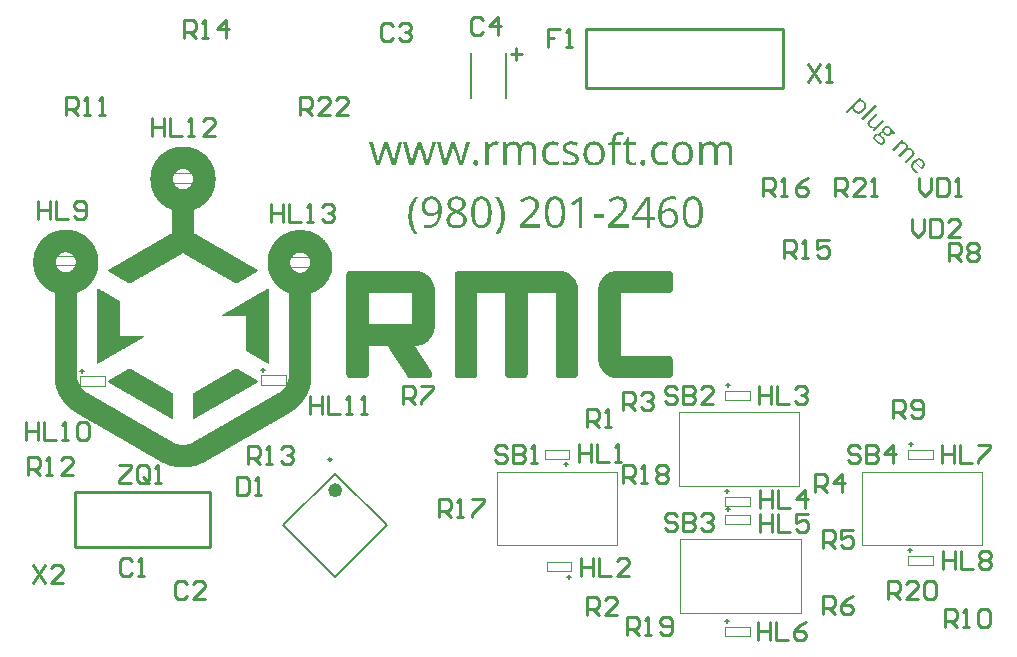
<source format=gto>
G04 Layer_Color=16777215*
%FSLAX25Y25*%
%MOIN*%
G70*
G01*
G75*
%ADD30C,0.00100*%
%ADD35C,0.00984*%
%ADD36C,0.02362*%
%ADD37C,0.00394*%
%ADD38C,0.00787*%
%ADD39C,0.01000*%
G36*
X219057Y150991D02*
X219258Y150973D01*
X219477Y150955D01*
X219677Y150918D01*
X219859Y150864D01*
Y149862D01*
X219841D01*
X219768Y149898D01*
X219659Y149916D01*
X219495Y149953D01*
X219313Y149989D01*
X219112Y150007D01*
X218875Y150044D01*
X218456D01*
X218347Y150026D01*
X218201Y150007D01*
X218055Y149989D01*
X217691Y149916D01*
X217272Y149789D01*
X217072Y149716D01*
X216853Y149607D01*
X216652Y149479D01*
X216452Y149351D01*
X216270Y149188D01*
X216088Y149005D01*
X216069Y148987D01*
X216051Y148951D01*
X216015Y148896D01*
X215942Y148805D01*
X215887Y148696D01*
X215814Y148568D01*
X215723Y148404D01*
X215650Y148204D01*
X215559Y148003D01*
X215468Y147766D01*
X215395Y147493D01*
X215322Y147202D01*
X215249Y146873D01*
X215195Y146527D01*
X215158Y146163D01*
X215140Y145762D01*
X215213D01*
X215231Y145780D01*
X215249Y145817D01*
X215304Y145871D01*
X215359Y145963D01*
X215450Y146054D01*
X215541Y146145D01*
X215669Y146254D01*
X215814Y146382D01*
X215978Y146491D01*
X216160Y146600D01*
X216361Y146691D01*
X216580Y146801D01*
X216816Y146873D01*
X217090Y146928D01*
X217363Y146965D01*
X217673Y146983D01*
X217800D01*
X217910Y146965D01*
X218019D01*
X218146Y146946D01*
X218474Y146873D01*
X218821Y146782D01*
X219185Y146618D01*
X219531Y146418D01*
X219695Y146272D01*
X219859Y146126D01*
X219877Y146108D01*
X219896Y146090D01*
X219932Y146035D01*
X219987Y145981D01*
X220041Y145890D01*
X220114Y145780D01*
X220260Y145525D01*
X220406Y145197D01*
X220533Y144815D01*
X220624Y144359D01*
X220661Y144104D01*
Y143849D01*
Y143831D01*
Y143776D01*
Y143703D01*
X220643Y143576D01*
Y143448D01*
X220606Y143284D01*
X220551Y142938D01*
X220442Y142519D01*
X220278Y142100D01*
X220187Y141900D01*
X220059Y141699D01*
X219932Y141499D01*
X219768Y141316D01*
X219750Y141298D01*
X219732Y141280D01*
X219677Y141225D01*
X219604Y141171D01*
X219513Y141098D01*
X219422Y141025D01*
X219294Y140952D01*
X219148Y140861D01*
X218802Y140697D01*
X218402Y140551D01*
X217928Y140442D01*
X217673Y140424D01*
X217399Y140405D01*
X217254D01*
X217144Y140424D01*
X216999Y140442D01*
X216853Y140478D01*
X216488Y140551D01*
X216088Y140697D01*
X215869Y140788D01*
X215669Y140916D01*
X215450Y141043D01*
X215249Y141207D01*
X215049Y141389D01*
X214867Y141608D01*
X214849Y141626D01*
X214830Y141663D01*
X214776Y141735D01*
X214721Y141827D01*
X214648Y141954D01*
X214575Y142100D01*
X214484Y142282D01*
X214411Y142482D01*
X214320Y142701D01*
X214229Y142956D01*
X214156Y143229D01*
X214083Y143521D01*
X214029Y143849D01*
X213974Y144195D01*
X213956Y144560D01*
X213938Y144942D01*
Y144979D01*
Y145070D01*
Y145234D01*
X213956Y145434D01*
X213974Y145689D01*
X213992Y145981D01*
X214029Y146309D01*
X214083Y146655D01*
X214229Y147384D01*
X214320Y147766D01*
X214430Y148149D01*
X214557Y148513D01*
X214721Y148860D01*
X214903Y149206D01*
X215104Y149497D01*
X215122Y149515D01*
X215158Y149570D01*
X215231Y149643D01*
X215322Y149734D01*
X215450Y149843D01*
X215596Y149971D01*
X215778Y150117D01*
X215978Y150262D01*
X216215Y150390D01*
X216470Y150536D01*
X216762Y150663D01*
X217072Y150773D01*
X217418Y150864D01*
X217782Y150937D01*
X218183Y150991D01*
X218602Y151010D01*
X218875D01*
X219057Y150991D01*
D02*
G37*
G36*
X153318Y163112D02*
X153410Y163094D01*
X153610Y163021D01*
X153719Y162966D01*
X153810Y162875D01*
X153829Y162857D01*
X153847Y162838D01*
X153883Y162784D01*
X153938Y162693D01*
X153974Y162602D01*
X154011Y162474D01*
X154029Y162328D01*
X154047Y162164D01*
Y162146D01*
Y162092D01*
X154029Y162000D01*
X154011Y161909D01*
X153956Y161672D01*
X153883Y161563D01*
X153810Y161454D01*
X153792Y161435D01*
X153774Y161417D01*
X153719Y161381D01*
X153646Y161344D01*
X153555Y161290D01*
X153446Y161253D01*
X153318Y161235D01*
X153173Y161217D01*
X153118D01*
X153045Y161235D01*
X152954Y161253D01*
X152772Y161308D01*
X152663Y161363D01*
X152571Y161435D01*
X152553Y161454D01*
X152535Y161472D01*
X152498Y161527D01*
X152462Y161618D01*
X152407Y161709D01*
X152371Y161836D01*
X152353Y161982D01*
X152334Y162164D01*
Y162183D01*
Y162237D01*
X152353Y162328D01*
X152371Y162438D01*
X152426Y162656D01*
X152480Y162784D01*
X152553Y162875D01*
X152571Y162893D01*
X152590Y162911D01*
X152644Y162948D01*
X152717Y163003D01*
X152808Y163057D01*
X152899Y163094D01*
X153027Y163112D01*
X153173Y163130D01*
X153245D01*
X153318Y163112D01*
D02*
G37*
G36*
X138780Y150973D02*
X139035Y150937D01*
X139309Y150882D01*
X139618Y150773D01*
X139928Y150645D01*
X140238Y150463D01*
X140256D01*
X140274Y150445D01*
X140365Y150354D01*
X140511Y150244D01*
X140693Y150062D01*
X140894Y149843D01*
X141094Y149570D01*
X141295Y149242D01*
X141458Y148878D01*
Y148860D01*
X141477Y148823D01*
X141495Y148768D01*
X141531Y148696D01*
X141550Y148604D01*
X141586Y148477D01*
X141622Y148349D01*
X141677Y148185D01*
X141750Y147839D01*
X141805Y147420D01*
X141859Y146965D01*
X141877Y146455D01*
Y146436D01*
Y146382D01*
Y146309D01*
Y146199D01*
X141859Y146054D01*
X141841Y145890D01*
X141823Y145707D01*
X141805Y145507D01*
X141732Y145052D01*
X141622Y144541D01*
X141495Y143995D01*
X141295Y143430D01*
X141039Y142865D01*
X140730Y142318D01*
X140548Y142063D01*
X140365Y141808D01*
X140147Y141571D01*
X139910Y141353D01*
X139637Y141152D01*
X139363Y140970D01*
X139072Y140806D01*
X138744Y140661D01*
X138398Y140551D01*
X138015Y140478D01*
X137614Y140424D01*
X137195Y140405D01*
X136904D01*
X136721Y140424D01*
X136521Y140442D01*
X136302Y140460D01*
X136102Y140497D01*
X135901Y140551D01*
Y141553D01*
X135920D01*
X135993Y141517D01*
X136120Y141499D01*
X136266Y141462D01*
X136466Y141426D01*
X136685Y141408D01*
X136922Y141371D01*
X137341D01*
X137450Y141389D01*
X137596Y141408D01*
X137760Y141426D01*
X138124Y141499D01*
X138543Y141626D01*
X138762Y141717D01*
X138962Y141808D01*
X139181Y141936D01*
X139381Y142063D01*
X139564Y142227D01*
X139728Y142410D01*
X139746Y142428D01*
X139764Y142464D01*
X139800Y142519D01*
X139873Y142610D01*
X139928Y142719D01*
X140001Y142847D01*
X140092Y143011D01*
X140183Y143193D01*
X140256Y143412D01*
X140347Y143649D01*
X140420Y143904D01*
X140493Y144195D01*
X140566Y144523D01*
X140620Y144851D01*
X140657Y145215D01*
X140675Y145616D01*
X140584D01*
X140566Y145598D01*
X140511Y145525D01*
X140438Y145416D01*
X140311Y145288D01*
X140165Y145143D01*
X140001Y144997D01*
X139782Y144851D01*
X139564Y144724D01*
X139527Y144705D01*
X139454Y144687D01*
X139327Y144632D01*
X139145Y144578D01*
X138926Y144523D01*
X138689Y144487D01*
X138416Y144450D01*
X138124Y144432D01*
X137997D01*
X137906Y144450D01*
X137778D01*
X137651Y144468D01*
X137341Y144541D01*
X136995Y144632D01*
X136630Y144778D01*
X136284Y144979D01*
X136120Y145088D01*
X135956Y145234D01*
Y145252D01*
X135920Y145270D01*
X135883Y145325D01*
X135828Y145379D01*
X135774Y145471D01*
X135701Y145580D01*
X135555Y145835D01*
X135409Y146163D01*
X135282Y146546D01*
X135191Y147001D01*
X135173Y147256D01*
X135154Y147529D01*
Y147548D01*
Y147602D01*
Y147675D01*
X135173Y147803D01*
X135191Y147930D01*
X135209Y148094D01*
X135264Y148440D01*
X135373Y148860D01*
X135537Y149279D01*
X135628Y149479D01*
X135756Y149679D01*
X135883Y149880D01*
X136047Y150062D01*
X136065Y150080D01*
X136084Y150099D01*
X136138Y150153D01*
X136211Y150208D01*
X136302Y150281D01*
X136411Y150354D01*
X136685Y150536D01*
X137013Y150718D01*
X137432Y150864D01*
X137887Y150973D01*
X138142Y150991D01*
X138416Y151010D01*
X138598D01*
X138780Y150973D01*
D02*
G37*
G36*
X196009Y143885D02*
X192547D01*
Y144960D01*
X196009D01*
Y143885D01*
D02*
G37*
G36*
X209017Y163112D02*
X209108Y163094D01*
X209309Y163021D01*
X209418Y162966D01*
X209509Y162875D01*
X209527Y162857D01*
X209545Y162838D01*
X209582Y162784D01*
X209636Y162693D01*
X209673Y162602D01*
X209709Y162474D01*
X209728Y162328D01*
X209746Y162164D01*
Y162146D01*
Y162092D01*
X209728Y162000D01*
X209709Y161909D01*
X209655Y161672D01*
X209582Y161563D01*
X209509Y161454D01*
X209491Y161435D01*
X209472Y161417D01*
X209418Y161381D01*
X209345Y161344D01*
X209254Y161290D01*
X209144Y161253D01*
X209017Y161235D01*
X208871Y161217D01*
X208817D01*
X208744Y161235D01*
X208653Y161253D01*
X208470Y161308D01*
X208361Y161363D01*
X208270Y161435D01*
X208252Y161454D01*
X208233Y161472D01*
X208197Y161527D01*
X208161Y161618D01*
X208106Y161709D01*
X208069Y161836D01*
X208051Y161982D01*
X208033Y162164D01*
Y162183D01*
Y162237D01*
X208051Y162328D01*
X208069Y162438D01*
X208124Y162656D01*
X208179Y162784D01*
X208252Y162875D01*
X208270Y162893D01*
X208288Y162911D01*
X208343Y162948D01*
X208416Y163003D01*
X208507Y163057D01*
X208598Y163094D01*
X208725Y163112D01*
X208871Y163130D01*
X208944D01*
X209017Y163112D01*
D02*
G37*
G36*
X222354Y169270D02*
X222481Y169252D01*
X222645Y169234D01*
X223010Y169161D01*
X223429Y169015D01*
X223629Y168942D01*
X223848Y168833D01*
X224067Y168705D01*
X224267Y168560D01*
X224467Y168396D01*
X224650Y168195D01*
X224668Y168177D01*
X224686Y168140D01*
X224741Y168086D01*
X224796Y167995D01*
X224868Y167885D01*
X224959Y167758D01*
X225051Y167612D01*
X225142Y167430D01*
X225215Y167229D01*
X225306Y167011D01*
X225397Y166774D01*
X225470Y166519D01*
X225524Y166227D01*
X225579Y165936D01*
X225597Y165608D01*
X225615Y165280D01*
Y165262D01*
Y165189D01*
Y165098D01*
X225597Y164970D01*
X225579Y164806D01*
X225561Y164624D01*
X225542Y164424D01*
X225488Y164205D01*
X225378Y163731D01*
X225215Y163239D01*
X225105Y163003D01*
X224978Y162766D01*
X224814Y162529D01*
X224650Y162328D01*
X224632Y162310D01*
X224613Y162292D01*
X224559Y162237D01*
X224467Y162164D01*
X224376Y162092D01*
X224267Y162000D01*
X224121Y161891D01*
X223976Y161800D01*
X223793Y161709D01*
X223593Y161600D01*
X223374Y161508D01*
X223137Y161435D01*
X222882Y161363D01*
X222627Y161326D01*
X222336Y161290D01*
X222026Y161272D01*
X221844D01*
X221662Y161290D01*
X221407Y161326D01*
X221115Y161381D01*
X220805Y161472D01*
X220496Y161581D01*
X220186Y161745D01*
X220149Y161764D01*
X220058Y161836D01*
X219913Y161946D01*
X219730Y162110D01*
X219530Y162310D01*
X219330Y162547D01*
X219129Y162820D01*
X218947Y163148D01*
Y163166D01*
X218929Y163185D01*
X218910Y163239D01*
X218874Y163312D01*
X218801Y163494D01*
X218728Y163750D01*
X218655Y164077D01*
X218583Y164424D01*
X218528Y164843D01*
X218510Y165280D01*
Y165298D01*
Y165371D01*
Y165462D01*
X218528Y165590D01*
X218546Y165754D01*
X218564Y165936D01*
X218583Y166136D01*
X218637Y166355D01*
X218746Y166829D01*
X218910Y167321D01*
X219020Y167576D01*
X219147Y167794D01*
X219293Y168031D01*
X219457Y168232D01*
X219475Y168250D01*
X219494Y168286D01*
X219548Y168323D01*
X219639Y168396D01*
X219730Y168468D01*
X219840Y168560D01*
X219985Y168669D01*
X220149Y168760D01*
X220313Y168851D01*
X220514Y168960D01*
X220732Y169052D01*
X220969Y169124D01*
X221224Y169197D01*
X221479Y169252D01*
X221771Y169270D01*
X222081Y169288D01*
X222245D01*
X222354Y169270D01*
D02*
G37*
G36*
X126499Y161417D02*
X125096D01*
X123674Y165936D01*
Y165954D01*
X123656Y166027D01*
X123620Y166155D01*
X123565Y166337D01*
X123529Y166446D01*
X123492Y166592D01*
X123456Y166738D01*
X123419Y166920D01*
X123365Y167102D01*
X123310Y167321D01*
X123255Y167576D01*
X123182Y167831D01*
X123128D01*
Y167813D01*
X123110Y167776D01*
X123091Y167721D01*
X123073Y167630D01*
X123055Y167521D01*
X123019Y167412D01*
X122964Y167120D01*
X122873Y166829D01*
X122800Y166501D01*
X122709Y166191D01*
X122636Y165918D01*
X121178Y161417D01*
X119812D01*
X117698Y169143D01*
X118937D01*
Y169106D01*
X118974Y169015D01*
X119010Y168869D01*
X119065Y168669D01*
X119120Y168414D01*
X119192Y168140D01*
X119265Y167831D01*
X119356Y167503D01*
X119538Y166774D01*
X119721Y166045D01*
X119830Y165681D01*
X119903Y165335D01*
X119994Y165007D01*
X120067Y164697D01*
Y164679D01*
X120085Y164624D01*
X120103Y164551D01*
X120140Y164460D01*
X120158Y164332D01*
X120194Y164187D01*
X120267Y163877D01*
X120358Y163531D01*
X120431Y163203D01*
X120486Y162893D01*
X120504Y162766D01*
X120522Y162656D01*
X120577D01*
Y162674D01*
X120595Y162729D01*
X120614Y162820D01*
X120632Y162930D01*
X120668Y163094D01*
X120705Y163258D01*
X120759Y163476D01*
X120814Y163695D01*
Y163731D01*
X120850Y163804D01*
X120887Y163914D01*
X120923Y164059D01*
X121014Y164387D01*
X121069Y164551D01*
X121124Y164697D01*
X122545Y169143D01*
X123820D01*
X125205Y164697D01*
Y164679D01*
X125223Y164642D01*
X125241Y164588D01*
X125260Y164497D01*
X125296Y164387D01*
X125332Y164278D01*
X125424Y163986D01*
X125496Y163677D01*
X125588Y163330D01*
X125661Y162984D01*
X125733Y162656D01*
X125788D01*
Y162674D01*
Y162711D01*
X125806Y162766D01*
X125824Y162857D01*
X125843Y162966D01*
X125861Y163094D01*
X125897Y163258D01*
X125934Y163440D01*
Y163476D01*
X125952Y163531D01*
X125970Y163604D01*
X126007Y163713D01*
X126043Y163877D01*
X126098Y164096D01*
X126171Y164351D01*
X126243Y164679D01*
X126353Y165061D01*
X126408Y165280D01*
X126462Y165535D01*
X126535Y165790D01*
X126608Y166063D01*
X126681Y166373D01*
X126772Y166701D01*
X126863Y167047D01*
X126954Y167412D01*
X127063Y167813D01*
X127173Y168232D01*
X127282Y168669D01*
X127410Y169143D01*
X128630D01*
X126499Y161417D01*
D02*
G37*
G36*
X192892Y169270D02*
X193020Y169252D01*
X193184Y169234D01*
X193548Y169161D01*
X193967Y169015D01*
X194168Y168942D01*
X194386Y168833D01*
X194605Y168705D01*
X194805Y168560D01*
X195006Y168396D01*
X195188Y168195D01*
X195206Y168177D01*
X195224Y168140D01*
X195279Y168086D01*
X195334Y167995D01*
X195407Y167885D01*
X195498Y167758D01*
X195589Y167612D01*
X195680Y167430D01*
X195753Y167229D01*
X195844Y167011D01*
X195935Y166774D01*
X196008Y166519D01*
X196063Y166227D01*
X196117Y165936D01*
X196135Y165608D01*
X196154Y165280D01*
Y165262D01*
Y165189D01*
Y165098D01*
X196135Y164970D01*
X196117Y164806D01*
X196099Y164624D01*
X196081Y164424D01*
X196026Y164205D01*
X195917Y163731D01*
X195753Y163239D01*
X195643Y163003D01*
X195516Y162766D01*
X195352Y162529D01*
X195188Y162328D01*
X195170Y162310D01*
X195151Y162292D01*
X195097Y162237D01*
X195006Y162164D01*
X194915Y162092D01*
X194805Y162000D01*
X194660Y161891D01*
X194514Y161800D01*
X194332Y161709D01*
X194131Y161600D01*
X193913Y161508D01*
X193676Y161435D01*
X193421Y161363D01*
X193166Y161326D01*
X192874Y161290D01*
X192564Y161272D01*
X192382D01*
X192200Y161290D01*
X191945Y161326D01*
X191653Y161381D01*
X191344Y161472D01*
X191034Y161581D01*
X190724Y161745D01*
X190688Y161764D01*
X190596Y161836D01*
X190451Y161946D01*
X190269Y162110D01*
X190068Y162310D01*
X189868Y162547D01*
X189667Y162820D01*
X189485Y163148D01*
Y163166D01*
X189467Y163185D01*
X189449Y163239D01*
X189412Y163312D01*
X189339Y163494D01*
X189267Y163750D01*
X189194Y164077D01*
X189121Y164424D01*
X189066Y164843D01*
X189048Y165280D01*
Y165298D01*
Y165371D01*
Y165462D01*
X189066Y165590D01*
X189084Y165754D01*
X189102Y165936D01*
X189121Y166136D01*
X189175Y166355D01*
X189285Y166829D01*
X189449Y167321D01*
X189558Y167576D01*
X189685Y167794D01*
X189831Y168031D01*
X189995Y168232D01*
X190014Y168250D01*
X190032Y168286D01*
X190086Y168323D01*
X190178Y168396D01*
X190269Y168468D01*
X190378Y168560D01*
X190524Y168669D01*
X190688Y168760D01*
X190852Y168851D01*
X191052Y168960D01*
X191271Y169052D01*
X191507Y169124D01*
X191763Y169197D01*
X192018Y169252D01*
X192309Y169270D01*
X192619Y169288D01*
X192783D01*
X192892Y169270D01*
D02*
G37*
G36*
X204371Y169143D02*
X206612D01*
Y168232D01*
X204371D01*
Y163677D01*
Y163640D01*
Y163567D01*
X204389Y163440D01*
X204407Y163276D01*
X204444Y163112D01*
X204517Y162930D01*
X204590Y162766D01*
X204699Y162602D01*
X204717Y162583D01*
X204753Y162547D01*
X204826Y162492D01*
X204936Y162419D01*
X205063Y162346D01*
X205227Y162292D01*
X205409Y162255D01*
X205610Y162237D01*
X205810D01*
X205992Y162255D01*
X206211Y162274D01*
X206229D01*
X206266Y162292D01*
X206375Y162310D01*
X206521Y162328D01*
X206667Y162365D01*
Y161472D01*
X206630Y161454D01*
X206521Y161435D01*
X206339Y161381D01*
X206102Y161344D01*
X206083D01*
X206047Y161326D01*
X205974D01*
X205883Y161308D01*
X205664Y161290D01*
X205428Y161272D01*
X205336D01*
X205227Y161290D01*
X205081Y161308D01*
X204918Y161344D01*
X204717Y161399D01*
X204517Y161472D01*
X204316Y161563D01*
X204098Y161691D01*
X203897Y161855D01*
X203715Y162037D01*
X203533Y162255D01*
X203387Y162529D01*
X203278Y162838D01*
X203205Y163203D01*
X203187Y163622D01*
Y168232D01*
X202093D01*
Y168778D01*
X203187Y169270D01*
X203678Y170928D01*
X204371D01*
Y169143D01*
D02*
G37*
G36*
X211296Y143995D02*
X212826D01*
Y142938D01*
X211296D01*
Y140551D01*
X210166D01*
Y142938D01*
X205156D01*
Y143958D01*
X210057Y150918D01*
X211296D01*
Y143995D01*
D02*
G37*
G36*
X146997Y150991D02*
X147107D01*
X147252Y150973D01*
X147580Y150918D01*
X147927Y150846D01*
X148309Y150718D01*
X148674Y150554D01*
X149002Y150335D01*
X149020D01*
X149038Y150299D01*
X149129Y150208D01*
X149257Y150062D01*
X149421Y149862D01*
X149566Y149607D01*
X149694Y149297D01*
X149785Y148932D01*
X149821Y148750D01*
Y148531D01*
Y148495D01*
Y148404D01*
X149803Y148258D01*
X149767Y148076D01*
X149712Y147857D01*
X149621Y147620D01*
X149512Y147365D01*
X149348Y147129D01*
X149329Y147110D01*
X149257Y147019D01*
X149147Y146910D01*
X148983Y146764D01*
X148783Y146582D01*
X148510Y146400D01*
X148218Y146199D01*
X147854Y145999D01*
X147872D01*
X147908Y145981D01*
X147963Y145944D01*
X148054Y145890D01*
X148273Y145780D01*
X148546Y145616D01*
X148838Y145416D01*
X149129Y145215D01*
X149402Y144979D01*
X149621Y144724D01*
X149639Y144687D01*
X149712Y144614D01*
X149803Y144468D01*
X149894Y144286D01*
X150004Y144068D01*
X150076Y143813D01*
X150149Y143521D01*
X150168Y143211D01*
Y143193D01*
Y143157D01*
Y143084D01*
X150149Y142993D01*
Y142883D01*
X150113Y142756D01*
X150058Y142464D01*
X149949Y142136D01*
X149785Y141790D01*
X149676Y141626D01*
X149566Y141462D01*
X149421Y141298D01*
X149257Y141152D01*
X149238D01*
X149220Y141116D01*
X149165Y141080D01*
X149093Y141043D01*
X149002Y140989D01*
X148892Y140916D01*
X148765Y140843D01*
X148619Y140788D01*
X148273Y140642D01*
X147854Y140515D01*
X147362Y140442D01*
X146815Y140405D01*
X146651D01*
X146542Y140424D01*
X146396D01*
X146250Y140442D01*
X145868Y140497D01*
X145467Y140588D01*
X145048Y140697D01*
X144629Y140879D01*
X144264Y141116D01*
X144246D01*
X144228Y141152D01*
X144137Y141244D01*
X143991Y141426D01*
X143827Y141644D01*
X143663Y141936D01*
X143535Y142300D01*
X143426Y142701D01*
X143408Y142938D01*
X143390Y143175D01*
Y143193D01*
Y143248D01*
X143408Y143339D01*
X143426Y143466D01*
X143463Y143612D01*
X143499Y143794D01*
X143572Y143976D01*
X143663Y144177D01*
X143772Y144396D01*
X143918Y144632D01*
X144082Y144851D01*
X144301Y145088D01*
X144538Y145307D01*
X144829Y145525D01*
X145157Y145726D01*
X145540Y145926D01*
X145521D01*
X145503Y145944D01*
X145449Y145981D01*
X145376Y146017D01*
X145212Y146126D01*
X145011Y146272D01*
X144774Y146455D01*
X144538Y146655D01*
X144319Y146873D01*
X144137Y147110D01*
X144119Y147147D01*
X144064Y147220D01*
X144009Y147347D01*
X143936Y147529D01*
X143845Y147748D01*
X143791Y147985D01*
X143736Y148258D01*
X143718Y148550D01*
Y148568D01*
Y148604D01*
Y148659D01*
X143736Y148732D01*
X143754Y148932D01*
X143827Y149188D01*
X143918Y149479D01*
X144064Y149770D01*
X144264Y150062D01*
X144392Y150208D01*
X144538Y150335D01*
X144556D01*
X144574Y150372D01*
X144629Y150390D01*
X144683Y150445D01*
X144884Y150554D01*
X145139Y150681D01*
X145449Y150791D01*
X145831Y150900D01*
X146268Y150973D01*
X146760Y151010D01*
X146906D01*
X146997Y150991D01*
D02*
G37*
G36*
X155287Y151010D02*
X155433Y150991D01*
X155597Y150955D01*
X155962Y150864D01*
X156180Y150791D01*
X156381Y150700D01*
X156599Y150590D01*
X156800Y150445D01*
X157018Y150299D01*
X157219Y150117D01*
X157401Y149898D01*
X157565Y149661D01*
X157583Y149643D01*
X157601Y149607D01*
X157638Y149515D01*
X157711Y149406D01*
X157765Y149260D01*
X157838Y149096D01*
X157929Y148896D01*
X158002Y148659D01*
X158093Y148386D01*
X158166Y148094D01*
X158239Y147766D01*
X158312Y147420D01*
X158367Y147037D01*
X158403Y146618D01*
X158421Y146181D01*
X158440Y145707D01*
Y145671D01*
Y145598D01*
Y145452D01*
X158421Y145270D01*
Y145052D01*
X158403Y144796D01*
X158367Y144505D01*
X158330Y144213D01*
X158239Y143558D01*
X158093Y142902D01*
X157984Y142574D01*
X157875Y142264D01*
X157747Y141972D01*
X157601Y141717D01*
X157583Y141699D01*
X157565Y141663D01*
X157510Y141590D01*
X157437Y141517D01*
X157346Y141408D01*
X157237Y141298D01*
X157109Y141189D01*
X156964Y141061D01*
X156800Y140934D01*
X156599Y140824D01*
X156399Y140715D01*
X156162Y140606D01*
X155907Y140533D01*
X155634Y140460D01*
X155324Y140424D01*
X155014Y140405D01*
X154941D01*
X154850Y140424D01*
X154741D01*
X154595Y140442D01*
X154449Y140478D01*
X154085Y140569D01*
X153884Y140642D01*
X153666Y140733D01*
X153465Y140843D01*
X153247Y140970D01*
X153046Y141134D01*
X152846Y141316D01*
X152664Y141517D01*
X152482Y141754D01*
Y141772D01*
X152445Y141808D01*
X152409Y141900D01*
X152354Y142009D01*
X152281Y142155D01*
X152208Y142318D01*
X152135Y142519D01*
X152062Y142756D01*
X151971Y143011D01*
X151899Y143321D01*
X151826Y143630D01*
X151753Y143995D01*
X151698Y144377D01*
X151662Y144796D01*
X151643Y145234D01*
X151625Y145707D01*
Y145744D01*
Y145835D01*
Y145963D01*
X151643Y146145D01*
Y146382D01*
X151662Y146637D01*
X151698Y146910D01*
X151734Y147220D01*
X151826Y147876D01*
X151971Y148531D01*
X152081Y148860D01*
X152190Y149169D01*
X152318Y149461D01*
X152463Y149716D01*
X152482Y149734D01*
X152500Y149770D01*
X152554Y149843D01*
X152627Y149916D01*
X152718Y150026D01*
X152828Y150135D01*
X152955Y150244D01*
X153101Y150372D01*
X153265Y150499D01*
X153447Y150609D01*
X153666Y150718D01*
X153903Y150827D01*
X154140Y150900D01*
X154413Y150973D01*
X154704Y151010D01*
X155014Y151028D01*
X155178D01*
X155287Y151010D01*
D02*
G37*
G36*
X133952Y150846D02*
X133934Y150809D01*
X133879Y150736D01*
X133806Y150627D01*
X133715Y150499D01*
X133624Y150354D01*
X133514Y150171D01*
X133405Y149971D01*
X133278Y149770D01*
X133150Y149534D01*
X132895Y149023D01*
X132658Y148459D01*
X132440Y147857D01*
Y147839D01*
X132421Y147784D01*
X132385Y147693D01*
X132367Y147584D01*
X132330Y147438D01*
X132276Y147256D01*
X132239Y147056D01*
X132185Y146837D01*
X132130Y146600D01*
X132093Y146327D01*
X132002Y145762D01*
X131948Y145161D01*
X131929Y144523D01*
Y144505D01*
Y144450D01*
Y144359D01*
Y144232D01*
X131948Y144086D01*
X131966Y143904D01*
Y143703D01*
X132002Y143485D01*
X132020Y143229D01*
X132057Y142974D01*
X132148Y142410D01*
X132276Y141827D01*
X132440Y141225D01*
Y141207D01*
X132458Y141152D01*
X132494Y141061D01*
X132531Y140952D01*
X132585Y140806D01*
X132658Y140642D01*
X132731Y140460D01*
X132822Y140260D01*
X133041Y139804D01*
X133296Y139312D01*
X133606Y138784D01*
X133952Y138274D01*
X132822D01*
X132804Y138292D01*
X132786Y138328D01*
X132731Y138401D01*
X132658Y138492D01*
X132567Y138602D01*
X132458Y138747D01*
X132349Y138893D01*
X132239Y139075D01*
X132112Y139276D01*
X131984Y139476D01*
X131711Y139950D01*
X131456Y140478D01*
X131237Y141061D01*
Y141080D01*
X131219Y141134D01*
X131182Y141225D01*
X131146Y141335D01*
X131109Y141499D01*
X131073Y141663D01*
X131018Y141863D01*
X130964Y142100D01*
X130909Y142337D01*
X130873Y142610D01*
X130781Y143193D01*
X130709Y143831D01*
X130690Y144505D01*
Y144523D01*
Y144596D01*
Y144687D01*
X130709Y144815D01*
Y144979D01*
X130727Y145179D01*
X130745Y145398D01*
X130763Y145635D01*
X130781Y145890D01*
X130818Y146163D01*
X130927Y146764D01*
X131055Y147365D01*
X131237Y147985D01*
Y148003D01*
X131255Y148058D01*
X131292Y148149D01*
X131346Y148258D01*
X131401Y148404D01*
X131474Y148568D01*
X131547Y148750D01*
X131638Y148969D01*
X131857Y149406D01*
X132130Y149898D01*
X132458Y150390D01*
X132822Y150864D01*
X133970D01*
X133952Y150846D01*
D02*
G37*
G36*
X160753D02*
X160790Y150809D01*
X160826Y150736D01*
X160899Y150645D01*
X160990Y150536D01*
X161100Y150390D01*
X161209Y150226D01*
X161318Y150044D01*
X161446Y149843D01*
X161573Y149625D01*
X161847Y149133D01*
X162102Y148586D01*
X162320Y147985D01*
Y147967D01*
X162339Y147912D01*
X162375Y147821D01*
X162411Y147712D01*
X162448Y147548D01*
X162503Y147365D01*
X162539Y147165D01*
X162594Y146946D01*
X162648Y146691D01*
X162703Y146418D01*
X162776Y145835D01*
X162849Y145197D01*
X162867Y144505D01*
Y144487D01*
Y144414D01*
Y144323D01*
Y144195D01*
X162849Y144031D01*
X162830Y143831D01*
Y143612D01*
X162794Y143375D01*
X162776Y143120D01*
X162739Y142847D01*
X162630Y142264D01*
X162503Y141644D01*
X162320Y141043D01*
Y141025D01*
X162302Y140970D01*
X162266Y140897D01*
X162211Y140770D01*
X162156Y140642D01*
X162102Y140478D01*
X162011Y140296D01*
X161919Y140096D01*
X161701Y139677D01*
X161428Y139203D01*
X161100Y138729D01*
X160735Y138274D01*
X159606D01*
X159624Y138292D01*
X159642Y138328D01*
X159697Y138401D01*
X159770Y138511D01*
X159842Y138638D01*
X159952Y138784D01*
X160043Y138948D01*
X160170Y139148D01*
X160280Y139349D01*
X160407Y139567D01*
X160644Y140077D01*
X160881Y140624D01*
X161100Y141207D01*
Y141225D01*
X161118Y141280D01*
X161154Y141371D01*
X161191Y141480D01*
X161227Y141644D01*
X161264Y141808D01*
X161318Y142009D01*
X161373Y142227D01*
X161409Y142464D01*
X161464Y142738D01*
X161555Y143284D01*
X161610Y143904D01*
X161628Y144523D01*
Y144541D01*
Y144596D01*
Y144687D01*
Y144815D01*
X161610Y144979D01*
Y145143D01*
X161592Y145361D01*
X161573Y145580D01*
X161537Y145835D01*
X161501Y146090D01*
X161409Y146655D01*
X161282Y147256D01*
X161118Y147857D01*
Y147876D01*
X161100Y147930D01*
X161063Y148021D01*
X161027Y148131D01*
X160972Y148276D01*
X160899Y148440D01*
X160826Y148641D01*
X160735Y148841D01*
X160517Y149315D01*
X160261Y149825D01*
X159952Y150335D01*
X159587Y150864D01*
X160735D01*
X160753Y150846D01*
D02*
G37*
G36*
X179830Y151010D02*
X179975Y150991D01*
X180140Y150955D01*
X180504Y150864D01*
X180723Y150791D01*
X180923Y150700D01*
X181142Y150590D01*
X181342Y150445D01*
X181561Y150299D01*
X181761Y150117D01*
X181943Y149898D01*
X182107Y149661D01*
X182125Y149643D01*
X182144Y149607D01*
X182180Y149515D01*
X182253Y149406D01*
X182308Y149260D01*
X182381Y149096D01*
X182472Y148896D01*
X182545Y148659D01*
X182636Y148386D01*
X182709Y148094D01*
X182781Y147766D01*
X182854Y147420D01*
X182909Y147037D01*
X182945Y146618D01*
X182964Y146181D01*
X182982Y145707D01*
Y145671D01*
Y145598D01*
Y145452D01*
X182964Y145270D01*
Y145052D01*
X182945Y144796D01*
X182909Y144505D01*
X182872Y144213D01*
X182781Y143558D01*
X182636Y142902D01*
X182526Y142574D01*
X182417Y142264D01*
X182290Y141972D01*
X182144Y141717D01*
X182125Y141699D01*
X182107Y141663D01*
X182053Y141590D01*
X181980Y141517D01*
X181889Y141408D01*
X181779Y141298D01*
X181652Y141189D01*
X181506Y141061D01*
X181342Y140934D01*
X181142Y140824D01*
X180941Y140715D01*
X180704Y140606D01*
X180449Y140533D01*
X180176Y140460D01*
X179866Y140424D01*
X179557Y140405D01*
X179484D01*
X179393Y140424D01*
X179283D01*
X179137Y140442D01*
X178992Y140478D01*
X178627Y140569D01*
X178427Y140642D01*
X178208Y140733D01*
X178008Y140843D01*
X177789Y140970D01*
X177589Y141134D01*
X177388Y141316D01*
X177206Y141517D01*
X177024Y141754D01*
Y141772D01*
X176988Y141808D01*
X176951Y141900D01*
X176896Y142009D01*
X176823Y142155D01*
X176751Y142318D01*
X176678Y142519D01*
X176605Y142756D01*
X176514Y143011D01*
X176441Y143321D01*
X176368Y143630D01*
X176295Y143995D01*
X176240Y144377D01*
X176204Y144796D01*
X176186Y145234D01*
X176168Y145707D01*
Y145744D01*
Y145835D01*
Y145963D01*
X176186Y146145D01*
Y146382D01*
X176204Y146637D01*
X176240Y146910D01*
X176277Y147220D01*
X176368Y147876D01*
X176514Y148531D01*
X176623Y148860D01*
X176732Y149169D01*
X176860Y149461D01*
X177006Y149716D01*
X177024Y149734D01*
X177042Y149770D01*
X177097Y149843D01*
X177170Y149916D01*
X177261Y150026D01*
X177370Y150135D01*
X177498Y150244D01*
X177643Y150372D01*
X177807Y150499D01*
X177990Y150609D01*
X178208Y150718D01*
X178445Y150827D01*
X178682Y150900D01*
X178955Y150973D01*
X179247Y151010D01*
X179557Y151028D01*
X179720D01*
X179830Y151010D01*
D02*
G37*
G36*
X188739Y140551D02*
X187592D01*
Y147894D01*
Y147912D01*
Y147930D01*
Y147985D01*
Y148058D01*
Y148222D01*
X187610Y148459D01*
Y148714D01*
X187628Y149005D01*
X187664Y149625D01*
X187628Y149607D01*
X187555Y149534D01*
X187446Y149424D01*
X187318Y149315D01*
X187300D01*
X187264Y149279D01*
X187191Y149206D01*
X187045Y149078D01*
X186954Y149005D01*
X186826Y148914D01*
X186699Y148805D01*
X186535Y148677D01*
X186353Y148513D01*
X186152Y148349D01*
X185915Y148167D01*
X185642Y147949D01*
X185022Y148750D01*
X187756Y150864D01*
X188739D01*
Y140551D01*
D02*
G37*
G36*
X200783Y150991D02*
X200910D01*
X201038Y150973D01*
X201366Y150918D01*
X201730Y150827D01*
X202113Y150700D01*
X202477Y150517D01*
X202805Y150262D01*
X202823D01*
X202842Y150226D01*
X202933Y150135D01*
X203079Y149953D01*
X203224Y149734D01*
X203370Y149443D01*
X203516Y149096D01*
X203607Y148714D01*
X203643Y148495D01*
Y148258D01*
Y148240D01*
Y148222D01*
Y148167D01*
Y148094D01*
X203607Y147894D01*
X203570Y147639D01*
X203516Y147347D01*
X203407Y147019D01*
X203279Y146673D01*
X203097Y146309D01*
Y146291D01*
X203079Y146272D01*
X203042Y146218D01*
X202987Y146145D01*
X202933Y146054D01*
X202842Y145926D01*
X202750Y145799D01*
X202641Y145653D01*
X202496Y145489D01*
X202350Y145307D01*
X202186Y145106D01*
X202004Y144887D01*
X201785Y144669D01*
X201566Y144432D01*
X201311Y144177D01*
X201038Y143904D01*
X198779Y141699D01*
Y141644D01*
X204081D01*
Y140551D01*
X197303D01*
Y141553D01*
X200017Y144286D01*
X200036Y144305D01*
X200072Y144341D01*
X200127Y144414D01*
X200218Y144487D01*
X200437Y144705D01*
X200692Y144979D01*
X200965Y145270D01*
X201238Y145562D01*
X201475Y145835D01*
X201566Y145963D01*
X201657Y146072D01*
X201676Y146090D01*
X201730Y146163D01*
X201803Y146272D01*
X201876Y146400D01*
X201985Y146564D01*
X202076Y146728D01*
X202168Y146928D01*
X202240Y147110D01*
X202259Y147129D01*
X202277Y147202D01*
X202313Y147311D01*
X202350Y147438D01*
X202386Y147602D01*
X202404Y147784D01*
X202441Y147985D01*
Y148204D01*
Y148222D01*
Y148240D01*
Y148331D01*
X202423Y148495D01*
X202386Y148677D01*
X202313Y148878D01*
X202222Y149096D01*
X202095Y149315D01*
X201931Y149515D01*
X201912Y149534D01*
X201839Y149588D01*
X201730Y149679D01*
X201585Y149770D01*
X201384Y149843D01*
X201147Y149934D01*
X200874Y149989D01*
X200564Y150007D01*
X200455D01*
X200327Y149989D01*
X200163D01*
X199981Y149953D01*
X199762Y149916D01*
X199544Y149862D01*
X199325Y149789D01*
X199307Y149770D01*
X199234Y149752D01*
X199107Y149698D01*
X198961Y149607D01*
X198779Y149515D01*
X198560Y149370D01*
X198323Y149206D01*
X198068Y149023D01*
X197449Y149807D01*
X197467Y149825D01*
X197521Y149862D01*
X197594Y149916D01*
X197704Y149989D01*
X197831Y150080D01*
X197995Y150190D01*
X198159Y150299D01*
X198378Y150408D01*
X198596Y150517D01*
X198833Y150627D01*
X199362Y150827D01*
X199635Y150900D01*
X199926Y150955D01*
X200236Y150991D01*
X200546Y151010D01*
X200692D01*
X200783Y150991D01*
D02*
G37*
G36*
X225744Y151010D02*
X225890Y150991D01*
X226054Y150955D01*
X226418Y150864D01*
X226637Y150791D01*
X226837Y150700D01*
X227056Y150590D01*
X227256Y150445D01*
X227475Y150299D01*
X227676Y150117D01*
X227858Y149898D01*
X228022Y149661D01*
X228040Y149643D01*
X228058Y149607D01*
X228095Y149515D01*
X228167Y149406D01*
X228222Y149260D01*
X228295Y149096D01*
X228386Y148896D01*
X228459Y148659D01*
X228550Y148386D01*
X228623Y148094D01*
X228696Y147766D01*
X228769Y147420D01*
X228823Y147037D01*
X228860Y146618D01*
X228878Y146181D01*
X228896Y145707D01*
Y145671D01*
Y145598D01*
Y145452D01*
X228878Y145270D01*
Y145052D01*
X228860Y144796D01*
X228823Y144505D01*
X228787Y144213D01*
X228696Y143558D01*
X228550Y142902D01*
X228441Y142574D01*
X228331Y142264D01*
X228204Y141972D01*
X228058Y141717D01*
X228040Y141699D01*
X228022Y141663D01*
X227967Y141590D01*
X227894Y141517D01*
X227803Y141408D01*
X227694Y141298D01*
X227566Y141189D01*
X227420Y141061D01*
X227256Y140934D01*
X227056Y140824D01*
X226856Y140715D01*
X226619Y140606D01*
X226364Y140533D01*
X226090Y140460D01*
X225781Y140424D01*
X225471Y140405D01*
X225398D01*
X225307Y140424D01*
X225198D01*
X225052Y140442D01*
X224906Y140478D01*
X224542Y140569D01*
X224341Y140642D01*
X224123Y140733D01*
X223922Y140843D01*
X223704Y140970D01*
X223503Y141134D01*
X223303Y141316D01*
X223120Y141517D01*
X222938Y141754D01*
Y141772D01*
X222902Y141808D01*
X222865Y141900D01*
X222811Y142009D01*
X222738Y142155D01*
X222665Y142318D01*
X222592Y142519D01*
X222519Y142756D01*
X222428Y143011D01*
X222355Y143321D01*
X222282Y143630D01*
X222210Y143995D01*
X222155Y144377D01*
X222118Y144796D01*
X222100Y145234D01*
X222082Y145707D01*
Y145744D01*
Y145835D01*
Y145963D01*
X222100Y146145D01*
Y146382D01*
X222118Y146637D01*
X222155Y146910D01*
X222191Y147220D01*
X222282Y147876D01*
X222428Y148531D01*
X222537Y148860D01*
X222647Y149169D01*
X222774Y149461D01*
X222920Y149716D01*
X222938Y149734D01*
X222956Y149770D01*
X223011Y149843D01*
X223084Y149916D01*
X223175Y150026D01*
X223285Y150135D01*
X223412Y150244D01*
X223558Y150372D01*
X223722Y150499D01*
X223904Y150609D01*
X224123Y150718D01*
X224359Y150827D01*
X224596Y150900D01*
X224870Y150973D01*
X225161Y151010D01*
X225471Y151028D01*
X225635D01*
X225744Y151010D01*
D02*
G37*
G36*
X171376Y150991D02*
X171503D01*
X171631Y150973D01*
X171959Y150918D01*
X172323Y150827D01*
X172706Y150700D01*
X173070Y150517D01*
X173398Y150262D01*
X173416D01*
X173435Y150226D01*
X173526Y150135D01*
X173671Y149953D01*
X173817Y149734D01*
X173963Y149443D01*
X174109Y149096D01*
X174200Y148714D01*
X174236Y148495D01*
Y148258D01*
Y148240D01*
Y148222D01*
Y148167D01*
Y148094D01*
X174200Y147894D01*
X174163Y147639D01*
X174109Y147347D01*
X173999Y147019D01*
X173872Y146673D01*
X173690Y146309D01*
Y146291D01*
X173671Y146272D01*
X173635Y146218D01*
X173580Y146145D01*
X173526Y146054D01*
X173435Y145926D01*
X173344Y145799D01*
X173234Y145653D01*
X173088Y145489D01*
X172943Y145307D01*
X172779Y145106D01*
X172596Y144887D01*
X172378Y144669D01*
X172159Y144432D01*
X171904Y144177D01*
X171631Y143904D01*
X169371Y141699D01*
Y141644D01*
X174673D01*
Y140551D01*
X167896D01*
Y141553D01*
X170610Y144286D01*
X170629Y144305D01*
X170665Y144341D01*
X170720Y144414D01*
X170811Y144487D01*
X171029Y144705D01*
X171285Y144979D01*
X171558Y145270D01*
X171831Y145562D01*
X172068Y145835D01*
X172159Y145963D01*
X172250Y146072D01*
X172268Y146090D01*
X172323Y146163D01*
X172396Y146272D01*
X172469Y146400D01*
X172578Y146564D01*
X172669Y146728D01*
X172760Y146928D01*
X172833Y147110D01*
X172852Y147129D01*
X172870Y147202D01*
X172906Y147311D01*
X172943Y147438D01*
X172979Y147602D01*
X172997Y147784D01*
X173034Y147985D01*
Y148204D01*
Y148222D01*
Y148240D01*
Y148331D01*
X173015Y148495D01*
X172979Y148677D01*
X172906Y148878D01*
X172815Y149096D01*
X172687Y149315D01*
X172524Y149515D01*
X172505Y149534D01*
X172432Y149588D01*
X172323Y149679D01*
X172177Y149770D01*
X171977Y149843D01*
X171740Y149934D01*
X171467Y149989D01*
X171157Y150007D01*
X171048D01*
X170920Y149989D01*
X170756D01*
X170574Y149953D01*
X170355Y149916D01*
X170137Y149862D01*
X169918Y149789D01*
X169900Y149770D01*
X169827Y149752D01*
X169700Y149698D01*
X169554Y149607D01*
X169371Y149515D01*
X169153Y149370D01*
X168916Y149206D01*
X168661Y149023D01*
X168041Y149807D01*
X168060Y149825D01*
X168114Y149862D01*
X168187Y149916D01*
X168297Y149989D01*
X168424Y150080D01*
X168588Y150190D01*
X168752Y150299D01*
X168971Y150408D01*
X169189Y150517D01*
X169426Y150627D01*
X169955Y150827D01*
X170228Y150900D01*
X170519Y150955D01*
X170829Y150991D01*
X171139Y151010D01*
X171285D01*
X171376Y150991D01*
D02*
G37*
G36*
X287003Y178212D02*
X284870Y176079D01*
X284862Y176072D01*
X284855Y176064D01*
X284808Y176017D01*
X284746Y175940D01*
X284669Y175832D01*
X284599Y175716D01*
X284530Y175584D01*
X284476Y175453D01*
X284453Y175306D01*
Y175291D01*
X284460Y175237D01*
X284468Y175167D01*
X284499Y175075D01*
X284545Y174951D01*
X284615Y174819D01*
X284708Y174680D01*
X284839Y174533D01*
X284847Y174526D01*
X284862Y174510D01*
X284885Y174487D01*
X284932Y174456D01*
X285032Y174371D01*
X285164Y174286D01*
X285318Y174193D01*
X285488Y174116D01*
X285674Y174070D01*
X285867Y174062D01*
X285890Y174070D01*
X285960Y174077D01*
X286068Y174108D01*
X286207Y174155D01*
X286284Y174201D01*
X286377Y174248D01*
X286477Y174302D01*
X286570Y174363D01*
X286678Y174441D01*
X286794Y174526D01*
X286910Y174626D01*
X287026Y174742D01*
X288750Y176466D01*
X289244Y175971D01*
X285967Y172694D01*
X285558Y173104D01*
X285921Y173606D01*
X285890Y173637D01*
X285875D01*
X285828Y173621D01*
X285743Y173614D01*
X285643Y173606D01*
X285527Y173614D01*
X285396Y173621D01*
X285249Y173645D01*
X285102Y173683D01*
X285079Y173691D01*
X285040Y173714D01*
X284963Y173745D01*
X284862Y173799D01*
X284746Y173869D01*
X284630Y173954D01*
X284491Y174062D01*
X284360Y174178D01*
X284352Y174186D01*
X284337Y174201D01*
X284306Y174232D01*
X284267Y174286D01*
X284221Y174332D01*
X284167Y174402D01*
X284058Y174557D01*
X283943Y174734D01*
X283842Y174928D01*
X283765Y175144D01*
X283734Y175360D01*
Y175391D01*
X283741Y175461D01*
X283765Y175577D01*
X283811Y175731D01*
X283881Y175909D01*
X283989Y176110D01*
X284066Y176218D01*
X284151Y176334D01*
X284236Y176450D01*
X284352Y176566D01*
X286501Y178715D01*
X287003Y178212D01*
D02*
G37*
G36*
X290342Y174503D02*
X290458Y174479D01*
X290620Y174425D01*
X290806Y174348D01*
X291006Y174240D01*
X291223Y174085D01*
X291447Y173892D01*
X291462Y173877D01*
X291493Y173846D01*
X291540Y173799D01*
X291594Y173730D01*
X291656Y173652D01*
X291725Y173567D01*
X291849Y173366D01*
X292985Y172230D01*
X292668Y171913D01*
X291988Y172454D01*
Y172439D01*
Y172424D01*
X291973Y172377D01*
X291965Y172323D01*
X291949Y172261D01*
X291926Y172192D01*
X291857Y172029D01*
X291849Y172022D01*
X291833Y171991D01*
X291818Y171944D01*
X291787Y171882D01*
X291733Y171813D01*
X291687Y171736D01*
X291547Y171581D01*
X291540Y171573D01*
X291524Y171558D01*
X291501Y171535D01*
X291462Y171511D01*
X291362Y171426D01*
X291231Y171342D01*
X291076Y171264D01*
X290883Y171195D01*
X290674Y171156D01*
X290566Y171141D01*
X290450Y171148D01*
X290419D01*
X290342Y171164D01*
X290226Y171187D01*
X290079Y171241D01*
X289894Y171318D01*
X289693Y171426D01*
X289484Y171573D01*
X289267Y171759D01*
X289260Y171767D01*
X289244Y171782D01*
X289213Y171813D01*
X289175Y171852D01*
X289097Y171944D01*
X289013Y172060D01*
X288989Y172068D01*
X288935Y172076D01*
X288843Y172091D01*
X288742Y172099D01*
X288618D01*
X288495Y172083D01*
X288379Y172029D01*
X288270Y171952D01*
X288263Y171944D01*
X288247Y171929D01*
X288232Y171898D01*
X288209Y171859D01*
X288170Y171759D01*
X288162Y171705D01*
X288178Y171643D01*
X288186Y171635D01*
X288193Y171612D01*
X288216Y171573D01*
X288240Y171519D01*
X288286Y171457D01*
X288332Y171380D01*
X288402Y171295D01*
X288495Y171202D01*
X289074Y170623D01*
X289082Y170615D01*
X289097Y170599D01*
X289128Y170569D01*
X289159Y170538D01*
X289198Y170484D01*
X289244Y170422D01*
X289345Y170290D01*
X289453Y170136D01*
X289546Y169950D01*
X289623Y169765D01*
X289662Y169572D01*
X289669Y169548D01*
Y169487D01*
X289662Y169386D01*
X289646Y169263D01*
X289600Y169123D01*
X289538Y168969D01*
X289438Y168807D01*
X289306Y168644D01*
X289299Y168637D01*
X289283Y168621D01*
X289252Y168590D01*
X289206Y168559D01*
X289152Y168520D01*
X289097Y168482D01*
X288943Y168389D01*
X288750Y168304D01*
X288649Y168265D01*
X288541Y168250D01*
X288417Y168235D01*
X288294Y168219D01*
X288162Y168227D01*
X288031Y168250D01*
X288023Y168258D01*
X287992D01*
X287961Y168273D01*
X287907Y168281D01*
X287838Y168304D01*
X287760Y168335D01*
X287668Y168381D01*
X287575Y168428D01*
X287459Y168482D01*
X287335Y168559D01*
X287212Y168637D01*
X287073Y168729D01*
X286926Y168830D01*
X286787Y168953D01*
X286632Y169077D01*
X286477Y169232D01*
X286470Y169239D01*
X286447Y169263D01*
X286416Y169293D01*
X286377Y169348D01*
X286323Y169402D01*
X286269Y169471D01*
X286145Y169626D01*
X286014Y169819D01*
X285890Y170020D01*
X285790Y170244D01*
X285728Y170460D01*
X285720Y170484D01*
Y170561D01*
Y170669D01*
X285736Y170808D01*
X285759Y170970D01*
X285821Y171141D01*
X285921Y171318D01*
X285991Y171403D01*
X286060Y171488D01*
X286076Y171504D01*
X286114Y171543D01*
X286176Y171589D01*
X286261Y171643D01*
X286369Y171705D01*
X286485Y171759D01*
X286617Y171798D01*
X286764Y171821D01*
X286779D01*
X286833Y171813D01*
X286910D01*
X287018Y171798D01*
X287142Y171767D01*
X287281Y171720D01*
X287436Y171658D01*
X287590Y171566D01*
X287583Y171573D01*
Y171604D01*
X287567Y171635D01*
Y171682D01*
X287552Y171805D01*
X287560Y171952D01*
X287567Y171960D01*
Y171991D01*
X287583Y172022D01*
X287606Y172076D01*
X287660Y172192D01*
X287706Y172254D01*
X287753Y172315D01*
X287760Y172323D01*
X287784Y172346D01*
X287830Y172377D01*
X287876Y172408D01*
X288000Y172485D01*
X288077Y172516D01*
X288162Y172539D01*
X288178D01*
X288201Y172547D01*
X288255Y172555D01*
X288317D01*
X288402Y172547D01*
X288502Y172539D01*
X288611Y172524D01*
X288726Y172501D01*
Y172516D01*
X288711Y172563D01*
X288680Y172640D01*
X288665Y172733D01*
X288642Y172849D01*
X288634Y172980D01*
X288642Y173127D01*
X288665Y173274D01*
X288672Y173297D01*
X288688Y173343D01*
X288719Y173421D01*
X288757Y173521D01*
X288811Y173637D01*
X288881Y173753D01*
X288974Y173877D01*
X289082Y174000D01*
X289090Y174008D01*
X289105Y174023D01*
X289136Y174054D01*
X289182Y174085D01*
X289221Y174124D01*
X289283Y174170D01*
X289430Y174271D01*
X289600Y174363D01*
X289793Y174448D01*
X290002Y174503D01*
X290234Y174518D01*
X290265D01*
X290342Y174503D01*
D02*
G37*
G36*
X170882Y169270D02*
X170992D01*
X171119Y169252D01*
X171411Y169197D01*
X171721Y169124D01*
X172049Y168997D01*
X172358Y168833D01*
X172632Y168614D01*
X172668Y168578D01*
X172741Y168487D01*
X172832Y168323D01*
X172960Y168086D01*
X173087Y167794D01*
X173142Y167612D01*
X173178Y167412D01*
X173233Y167193D01*
X173251Y166974D01*
X173287Y166719D01*
Y166446D01*
Y161417D01*
X172122D01*
Y166428D01*
Y166446D01*
Y166464D01*
Y166574D01*
X172103Y166738D01*
X172067Y166956D01*
X172030Y167175D01*
X171958Y167412D01*
X171848Y167630D01*
X171721Y167813D01*
X171702Y167831D01*
X171648Y167885D01*
X171557Y167958D01*
X171429Y168049D01*
X171247Y168140D01*
X171046Y168213D01*
X170791Y168268D01*
X170500Y168286D01*
X170391D01*
X170318Y168268D01*
X170135Y168250D01*
X169880Y168213D01*
X169625Y168122D01*
X169352Y168013D01*
X169097Y167867D01*
X168878Y167649D01*
X168860Y167612D01*
X168805Y167539D01*
X168714Y167375D01*
X168623Y167175D01*
X168514Y166902D01*
X168441Y166574D01*
X168368Y166173D01*
X168350Y165717D01*
Y161417D01*
X167184D01*
Y166428D01*
Y166446D01*
Y166464D01*
Y166574D01*
X167166Y166738D01*
X167129Y166956D01*
X167093Y167175D01*
X167020Y167412D01*
X166911Y167630D01*
X166783Y167813D01*
X166765Y167831D01*
X166710Y167885D01*
X166619Y167958D01*
X166491Y168049D01*
X166309Y168140D01*
X166109Y168213D01*
X165854Y168268D01*
X165562Y168286D01*
X165453D01*
X165380Y168268D01*
X165180Y168250D01*
X164943Y168195D01*
X164670Y168122D01*
X164414Y167995D01*
X164159Y167831D01*
X163941Y167612D01*
X163923Y167576D01*
X163868Y167485D01*
X163777Y167321D01*
X163686Y167102D01*
X163594Y166792D01*
X163558Y166628D01*
X163503Y166428D01*
X163485Y166209D01*
X163449Y165990D01*
X163431Y165735D01*
Y165462D01*
Y161417D01*
X162264D01*
Y169143D01*
X163212D01*
X163394Y168086D01*
X163467D01*
X163485Y168104D01*
X163522Y168177D01*
X163594Y168286D01*
X163704Y168414D01*
X163831Y168541D01*
X163995Y168687D01*
X164178Y168833D01*
X164396Y168960D01*
X164433Y168979D01*
X164506Y169015D01*
X164633Y169070D01*
X164797Y169124D01*
X164997Y169179D01*
X165216Y169234D01*
X165471Y169270D01*
X165744Y169288D01*
X165908D01*
X166036Y169270D01*
X166182Y169252D01*
X166346Y169216D01*
X166728Y169124D01*
X166929Y169052D01*
X167129Y168960D01*
X167330Y168851D01*
X167512Y168723D01*
X167694Y168578D01*
X167858Y168396D01*
X168004Y168195D01*
X168113Y167958D01*
X168168D01*
X168186Y167995D01*
X168241Y168068D01*
X168314Y168177D01*
X168423Y168305D01*
X168569Y168468D01*
X168733Y168632D01*
X168933Y168778D01*
X169170Y168924D01*
X169206Y168942D01*
X169279Y168979D01*
X169425Y169033D01*
X169607Y169106D01*
X169826Y169179D01*
X170081Y169234D01*
X170354Y169270D01*
X170664Y169288D01*
X170791D01*
X170882Y169270D01*
D02*
G37*
G36*
X286864Y181118D02*
X282204Y176458D01*
X281709Y176953D01*
X286369Y181613D01*
X286864Y181118D01*
D02*
G37*
G36*
X201273Y172459D02*
X201456Y172440D01*
X201656Y172422D01*
X201911Y172368D01*
X202185Y172313D01*
X202476Y172222D01*
X202185Y171293D01*
X202148Y171311D01*
X202075Y171329D01*
X201948Y171365D01*
X201784Y171402D01*
X201601Y171438D01*
X201401Y171475D01*
X201219Y171511D01*
X200909D01*
X200800Y171493D01*
X200654Y171457D01*
X200490Y171402D01*
X200326Y171311D01*
X200180Y171202D01*
X200034Y171056D01*
X200016Y171037D01*
X199980Y170965D01*
X199943Y170873D01*
X199889Y170710D01*
X199816Y170527D01*
X199779Y170272D01*
X199743Y169999D01*
X199725Y169653D01*
Y169143D01*
X201693D01*
Y168250D01*
X199725D01*
Y161417D01*
X198559D01*
Y168250D01*
X197174D01*
Y168760D01*
X198559Y169197D01*
Y169616D01*
Y169653D01*
Y169744D01*
X198577Y169890D01*
X198595Y170072D01*
X198632Y170272D01*
X198686Y170527D01*
X198759Y170782D01*
X198868Y171056D01*
X198996Y171311D01*
X199160Y171566D01*
X199360Y171821D01*
X199597Y172040D01*
X199889Y172222D01*
X200217Y172349D01*
X200599Y172440D01*
X201037Y172477D01*
X201146D01*
X201273Y172459D01*
D02*
G37*
G36*
X300961Y163652D02*
X301054Y163636D01*
X301154Y163628D01*
X301262Y163613D01*
X301502Y163543D01*
X301757Y163443D01*
X301881Y163365D01*
X302012Y163280D01*
X302136Y163188D01*
X302267Y163072D01*
X302275Y163064D01*
X302298Y163041D01*
X302329Y163010D01*
X302360Y162964D01*
X302406Y162902D01*
X302460Y162832D01*
X302569Y162662D01*
X302677Y162461D01*
X302769Y162229D01*
X302800Y162106D01*
X302824Y161974D01*
X302831Y161828D01*
Y161688D01*
Y161673D01*
Y161658D01*
X302824Y161619D01*
X302816Y161565D01*
X302800Y161487D01*
X302785Y161410D01*
X302762Y161325D01*
X302731Y161217D01*
X302692Y161117D01*
X302638Y161001D01*
X302522Y160761D01*
X302352Y160514D01*
X302252Y160382D01*
X302128Y160259D01*
X301819Y159949D01*
X299562Y162206D01*
X299554Y162198D01*
X299539Y162183D01*
X299508Y162152D01*
X299477Y162106D01*
X299431Y162044D01*
X299384Y161982D01*
X299268Y161835D01*
X299168Y161658D01*
X299060Y161457D01*
X298990Y161248D01*
X298959Y161031D01*
Y161001D01*
X298967Y160931D01*
X298983Y160823D01*
X299013Y160684D01*
X299075Y160514D01*
X299160Y160336D01*
X299284Y160150D01*
X299446Y159957D01*
X299454Y159949D01*
X299469Y159934D01*
X299500Y159903D01*
X299539Y159864D01*
X299593Y159826D01*
X299655Y159779D01*
X299810Y159656D01*
X299995Y159517D01*
X300211Y159378D01*
X300451Y159246D01*
X300714Y159123D01*
X300273Y158682D01*
X300258D01*
X300211Y158713D01*
X300142Y158736D01*
X300049Y158782D01*
X299941Y158829D01*
X299833Y158891D01*
X299608Y159022D01*
X299601Y159030D01*
X299562Y159053D01*
X299500Y159099D01*
X299431Y159153D01*
X299338Y159231D01*
X299237Y159316D01*
X299122Y159416D01*
X298998Y159540D01*
X298990Y159547D01*
X298967Y159571D01*
X298928Y159609D01*
X298882Y159671D01*
X298836Y159733D01*
X298766Y159818D01*
X298704Y159911D01*
X298635Y160011D01*
X298503Y160251D01*
X298449Y160382D01*
X298395Y160514D01*
X298349Y160668D01*
X298310Y160815D01*
X298295Y160970D01*
X298287Y161132D01*
Y161147D01*
X298295Y161171D01*
Y161217D01*
X298310Y161279D01*
X298318Y161348D01*
X298333Y161441D01*
X298364Y161549D01*
X298395Y161658D01*
X298442Y161781D01*
X298496Y161913D01*
X298565Y162044D01*
X298635Y162191D01*
X298727Y162330D01*
X298836Y162484D01*
X298959Y162624D01*
X299098Y162778D01*
X299106Y162786D01*
X299137Y162817D01*
X299176Y162855D01*
X299237Y162902D01*
X299315Y162964D01*
X299400Y163033D01*
X299493Y163110D01*
X299601Y163188D01*
X299848Y163342D01*
X300126Y163481D01*
X300281Y163543D01*
X300435Y163590D01*
X300582Y163628D01*
X300745Y163652D01*
X300760D01*
X300783Y163659D01*
X300891D01*
X300961Y163652D01*
D02*
G37*
G36*
X236292Y169270D02*
X236402D01*
X236529Y169252D01*
X236821Y169197D01*
X237130Y169124D01*
X237458Y168997D01*
X237768Y168833D01*
X238041Y168614D01*
X238078Y168578D01*
X238151Y168487D01*
X238242Y168323D01*
X238369Y168086D01*
X238497Y167794D01*
X238552Y167612D01*
X238588Y167412D01*
X238643Y167193D01*
X238661Y166974D01*
X238697Y166719D01*
Y166446D01*
Y161417D01*
X237531D01*
Y166428D01*
Y166446D01*
Y166464D01*
Y166574D01*
X237513Y166738D01*
X237477Y166956D01*
X237440Y167175D01*
X237367Y167412D01*
X237258Y167630D01*
X237130Y167813D01*
X237112Y167831D01*
X237057Y167885D01*
X236966Y167958D01*
X236839Y168049D01*
X236657Y168140D01*
X236456Y168213D01*
X236201Y168268D01*
X235910Y168286D01*
X235800D01*
X235728Y168268D01*
X235545Y168250D01*
X235290Y168213D01*
X235035Y168122D01*
X234762Y168013D01*
X234507Y167867D01*
X234288Y167649D01*
X234270Y167612D01*
X234215Y167539D01*
X234124Y167375D01*
X234033Y167175D01*
X233924Y166902D01*
X233851Y166574D01*
X233778Y166173D01*
X233760Y165717D01*
Y161417D01*
X232594D01*
Y166428D01*
Y166446D01*
Y166464D01*
Y166574D01*
X232575Y166738D01*
X232539Y166956D01*
X232503Y167175D01*
X232430Y167412D01*
X232320Y167630D01*
X232193Y167813D01*
X232175Y167831D01*
X232120Y167885D01*
X232029Y167958D01*
X231901Y168049D01*
X231719Y168140D01*
X231519Y168213D01*
X231264Y168268D01*
X230972Y168286D01*
X230863D01*
X230790Y168268D01*
X230589Y168250D01*
X230353Y168195D01*
X230079Y168122D01*
X229824Y167995D01*
X229569Y167831D01*
X229350Y167612D01*
X229332Y167576D01*
X229278Y167485D01*
X229187Y167321D01*
X229095Y167102D01*
X229004Y166792D01*
X228968Y166628D01*
X228913Y166428D01*
X228895Y166209D01*
X228858Y165990D01*
X228840Y165735D01*
Y165462D01*
Y161417D01*
X227674D01*
Y169143D01*
X228622D01*
X228804Y168086D01*
X228877D01*
X228895Y168104D01*
X228931Y168177D01*
X229004Y168286D01*
X229114Y168414D01*
X229241Y168541D01*
X229405Y168687D01*
X229587Y168833D01*
X229806Y168960D01*
X229842Y168979D01*
X229915Y169015D01*
X230043Y169070D01*
X230207Y169124D01*
X230407Y169179D01*
X230626Y169234D01*
X230881Y169270D01*
X231154Y169288D01*
X231318D01*
X231446Y169270D01*
X231592Y169252D01*
X231755Y169216D01*
X232138Y169124D01*
X232339Y169052D01*
X232539Y168960D01*
X232739Y168851D01*
X232922Y168723D01*
X233104Y168578D01*
X233268Y168396D01*
X233414Y168195D01*
X233523Y167958D01*
X233577D01*
X233596Y167995D01*
X233650Y168068D01*
X233723Y168177D01*
X233833Y168305D01*
X233978Y168468D01*
X234142Y168632D01*
X234343Y168778D01*
X234580Y168924D01*
X234616Y168942D01*
X234689Y168979D01*
X234835Y169033D01*
X235017Y169106D01*
X235236Y169179D01*
X235491Y169234D01*
X235764Y169270D01*
X236074Y169288D01*
X236201D01*
X236292Y169270D01*
D02*
G37*
G36*
X295651Y169564D02*
X295281Y169038D01*
X295311Y169007D01*
X295327D01*
X295373Y169023D01*
X295450Y169038D01*
X295551Y169046D01*
X295659D01*
X295791Y169038D01*
X295930Y169023D01*
X296076Y168984D01*
X296100Y168976D01*
X296146Y168961D01*
X296223Y168930D01*
X296316Y168884D01*
X296424Y168822D01*
X296540Y168752D01*
X296664Y168660D01*
X296788Y168551D01*
X296795Y168544D01*
X296818Y168520D01*
X296857Y168482D01*
X296903Y168420D01*
X296958Y168351D01*
X297012Y168265D01*
X297135Y168064D01*
X297189Y167949D01*
X297236Y167825D01*
X297274Y167694D01*
X297298Y167562D01*
X297313Y167423D01*
X297305Y167276D01*
X297282Y167129D01*
X297228Y166982D01*
X297251Y166959D01*
X297274Y166967D01*
X297328Y166975D01*
X297406Y166990D01*
X297506Y166998D01*
X297638Y167006D01*
X297777D01*
X297924Y166982D01*
X298086Y166944D01*
X298109Y166936D01*
X298155Y166921D01*
X298240Y166882D01*
X298349Y166836D01*
X298472Y166774D01*
X298604Y166689D01*
X298735Y166588D01*
X298874Y166465D01*
X298882Y166457D01*
X298898Y166442D01*
X298928Y166411D01*
X298959Y166364D01*
X299006Y166318D01*
X299052Y166256D01*
X299152Y166109D01*
X299253Y165947D01*
X299338Y165754D01*
X299400Y165553D01*
X299423Y165344D01*
Y165313D01*
X299415Y165244D01*
X299384Y165135D01*
X299338Y164981D01*
X299268Y164803D01*
X299214Y164703D01*
X299145Y164602D01*
X299075Y164486D01*
X298990Y164386D01*
X298898Y164262D01*
X298781Y164146D01*
X296648Y162013D01*
X296154Y162508D01*
X298279Y164633D01*
X298287Y164641D01*
X298295Y164648D01*
X298341Y164695D01*
X298403Y164772D01*
X298480Y164880D01*
X298557Y164989D01*
X298627Y165120D01*
X298673Y165259D01*
X298696Y165390D01*
Y165406D01*
Y165452D01*
X298689Y165522D01*
X298673Y165615D01*
X298635Y165731D01*
X298581Y165846D01*
X298496Y165978D01*
X298380Y166109D01*
X298372Y166117D01*
X298357Y166132D01*
X298333Y166156D01*
X298295Y166179D01*
X298210Y166248D01*
X298086Y166341D01*
X297939Y166411D01*
X297777Y166480D01*
X297607Y166526D01*
X297421D01*
X297398Y166519D01*
X297344Y166511D01*
X297236Y166480D01*
X297112Y166434D01*
X296950Y166364D01*
X296780Y166256D01*
X296579Y166117D01*
X296378Y165931D01*
X294554Y164108D01*
X294059Y164602D01*
X296185Y166727D01*
X296192Y166735D01*
X296200Y166743D01*
X296247Y166789D01*
X296308Y166867D01*
X296386Y166975D01*
X296463Y167083D01*
X296533Y167214D01*
X296579Y167353D01*
X296602Y167485D01*
Y167500D01*
Y167547D01*
X296594Y167616D01*
X296579Y167709D01*
X296540Y167825D01*
X296486Y167941D01*
X296401Y168072D01*
X296285Y168204D01*
X296277Y168211D01*
X296262Y168227D01*
X296239Y168250D01*
X296200Y168273D01*
X296107Y168351D01*
X295984Y168428D01*
X295837Y168513D01*
X295675Y168567D01*
X295497Y168605D01*
X295311D01*
X295288Y168598D01*
X295226Y168582D01*
X295118Y168551D01*
X294987Y168497D01*
X294817Y168405D01*
X294732Y168351D01*
X294623Y168289D01*
X294523Y168204D01*
X294415Y168126D01*
X294299Y168026D01*
X294183Y167910D01*
X292467Y166194D01*
X291973Y166689D01*
X295250Y169966D01*
X295651Y169564D01*
D02*
G37*
G36*
X148982Y161417D02*
X147579D01*
X146158Y165936D01*
Y165954D01*
X146140Y166027D01*
X146103Y166155D01*
X146049Y166337D01*
X146012Y166446D01*
X145976Y166592D01*
X145939Y166738D01*
X145903Y166920D01*
X145848Y167102D01*
X145794Y167321D01*
X145739Y167576D01*
X145666Y167831D01*
X145611D01*
Y167813D01*
X145593Y167776D01*
X145575Y167721D01*
X145557Y167630D01*
X145538Y167521D01*
X145502Y167412D01*
X145447Y167120D01*
X145356Y166829D01*
X145283Y166501D01*
X145192Y166191D01*
X145119Y165918D01*
X143662Y161417D01*
X142295D01*
X140182Y169143D01*
X141421D01*
Y169106D01*
X141457Y169015D01*
X141494Y168869D01*
X141548Y168669D01*
X141603Y168414D01*
X141676Y168140D01*
X141749Y167831D01*
X141840Y167503D01*
X142022Y166774D01*
X142204Y166045D01*
X142314Y165681D01*
X142386Y165335D01*
X142478Y165007D01*
X142550Y164697D01*
Y164679D01*
X142569Y164624D01*
X142587Y164551D01*
X142623Y164460D01*
X142641Y164332D01*
X142678Y164187D01*
X142751Y163877D01*
X142842Y163531D01*
X142915Y163203D01*
X142970Y162893D01*
X142988Y162766D01*
X143006Y162656D01*
X143061D01*
Y162674D01*
X143079Y162729D01*
X143097Y162820D01*
X143115Y162930D01*
X143152Y163094D01*
X143188Y163258D01*
X143243Y163476D01*
X143297Y163695D01*
Y163731D01*
X143334Y163804D01*
X143370Y163914D01*
X143407Y164059D01*
X143498Y164387D01*
X143552Y164551D01*
X143607Y164697D01*
X145028Y169143D01*
X146304D01*
X147688Y164697D01*
Y164679D01*
X147707Y164642D01*
X147725Y164588D01*
X147743Y164497D01*
X147780Y164387D01*
X147816Y164278D01*
X147907Y163986D01*
X147980Y163677D01*
X148071Y163330D01*
X148144Y162984D01*
X148217Y162656D01*
X148272D01*
Y162674D01*
Y162711D01*
X148290Y162766D01*
X148308Y162857D01*
X148326Y162966D01*
X148344Y163094D01*
X148381Y163258D01*
X148417Y163440D01*
Y163476D01*
X148435Y163531D01*
X148454Y163604D01*
X148490Y163713D01*
X148527Y163877D01*
X148581Y164096D01*
X148654Y164351D01*
X148727Y164679D01*
X148836Y165061D01*
X148891Y165280D01*
X148946Y165535D01*
X149019Y165790D01*
X149091Y166063D01*
X149164Y166373D01*
X149255Y166701D01*
X149346Y167047D01*
X149438Y167412D01*
X149547Y167813D01*
X149656Y168232D01*
X149766Y168669D01*
X149893Y169143D01*
X151114D01*
X148982Y161417D01*
D02*
G37*
G36*
X137740D02*
X136337D01*
X134916Y165936D01*
Y165954D01*
X134898Y166027D01*
X134862Y166155D01*
X134807Y166337D01*
X134771Y166446D01*
X134734Y166592D01*
X134698Y166738D01*
X134661Y166920D01*
X134607Y167102D01*
X134552Y167321D01*
X134497Y167576D01*
X134424Y167831D01*
X134370D01*
Y167813D01*
X134351Y167776D01*
X134333Y167721D01*
X134315Y167630D01*
X134297Y167521D01*
X134260Y167412D01*
X134206Y167120D01*
X134115Y166829D01*
X134042Y166501D01*
X133951Y166191D01*
X133878Y165918D01*
X132420Y161417D01*
X131054D01*
X128940Y169143D01*
X130179D01*
Y169106D01*
X130216Y169015D01*
X130252Y168869D01*
X130307Y168669D01*
X130361Y168414D01*
X130434Y168140D01*
X130507Y167831D01*
X130598Y167503D01*
X130780Y166774D01*
X130963Y166045D01*
X131072Y165681D01*
X131145Y165335D01*
X131236Y165007D01*
X131309Y164697D01*
Y164679D01*
X131327Y164624D01*
X131345Y164551D01*
X131381Y164460D01*
X131400Y164332D01*
X131436Y164187D01*
X131509Y163877D01*
X131600Y163531D01*
X131673Y163203D01*
X131728Y162893D01*
X131746Y162766D01*
X131764Y162656D01*
X131819D01*
Y162674D01*
X131837Y162729D01*
X131855Y162820D01*
X131874Y162930D01*
X131910Y163094D01*
X131946Y163258D01*
X132001Y163476D01*
X132056Y163695D01*
Y163731D01*
X132092Y163804D01*
X132129Y163914D01*
X132165Y164059D01*
X132256Y164387D01*
X132311Y164551D01*
X132365Y164697D01*
X133787Y169143D01*
X135062D01*
X136447Y164697D01*
Y164679D01*
X136465Y164642D01*
X136483Y164588D01*
X136501Y164497D01*
X136538Y164387D01*
X136574Y164278D01*
X136665Y163986D01*
X136738Y163677D01*
X136829Y163330D01*
X136902Y162984D01*
X136975Y162656D01*
X137030D01*
Y162674D01*
Y162711D01*
X137048Y162766D01*
X137066Y162857D01*
X137084Y162966D01*
X137103Y163094D01*
X137139Y163258D01*
X137176Y163440D01*
Y163476D01*
X137194Y163531D01*
X137212Y163604D01*
X137248Y163713D01*
X137285Y163877D01*
X137339Y164096D01*
X137412Y164351D01*
X137485Y164679D01*
X137595Y165061D01*
X137649Y165280D01*
X137704Y165535D01*
X137777Y165790D01*
X137850Y166063D01*
X137923Y166373D01*
X138014Y166701D01*
X138105Y167047D01*
X138196Y167412D01*
X138305Y167813D01*
X138415Y168232D01*
X138524Y168669D01*
X138651Y169143D01*
X139872D01*
X137740Y161417D01*
D02*
G37*
G36*
X281632Y183584D02*
X281253Y183066D01*
X281276Y183043D01*
X281299Y183051D01*
X281353Y183058D01*
X281554D01*
X281686Y183066D01*
X281825Y183051D01*
X281972Y183027D01*
X282111Y182981D01*
X282134Y182973D01*
X282180Y182958D01*
X282250Y182919D01*
X282343Y182873D01*
X282451Y182811D01*
X282575Y182734D01*
X282690Y182633D01*
X282814Y182525D01*
X282822Y182517D01*
X282845Y182494D01*
X282876Y182463D01*
X282915Y182409D01*
X282961Y182347D01*
X283015Y182278D01*
X283131Y182100D01*
X283239Y181883D01*
X283286Y181760D01*
X283332Y181636D01*
X283355Y181505D01*
X283378Y181358D01*
Y181219D01*
X283371Y181072D01*
Y181056D01*
X283363Y181033D01*
X283355Y180995D01*
X283340Y180933D01*
X283324Y180856D01*
X283301Y180771D01*
X283270Y180678D01*
X283224Y180570D01*
X283170Y180454D01*
X283108Y180330D01*
X283038Y180199D01*
X282953Y180052D01*
X282860Y179913D01*
X282745Y179766D01*
X282621Y179611D01*
X282474Y179464D01*
X282466Y179457D01*
X282435Y179426D01*
X282397Y179387D01*
X282335Y179341D01*
X282265Y179271D01*
X282180Y179202D01*
X282072Y179124D01*
X281964Y179047D01*
X281724Y178885D01*
X281446Y178746D01*
X281160Y178630D01*
X280998Y178591D01*
X280851Y178568D01*
X280774D01*
X280720Y178560D01*
X280650Y178568D01*
X280565Y178576D01*
X280380Y178606D01*
X280148Y178668D01*
X279908Y178769D01*
X279784Y178831D01*
X279653Y178916D01*
X279537Y179016D01*
X279414Y179124D01*
X279398Y179140D01*
X279359Y179178D01*
X279305Y179248D01*
X279236Y179333D01*
X279158Y179441D01*
X279081Y179549D01*
X279004Y179689D01*
X278942Y179828D01*
Y179843D01*
X278919Y179897D01*
X278896Y179967D01*
X278880Y180075D01*
X278857Y180191D01*
X278849Y180322D01*
Y180477D01*
X278865Y180631D01*
X278826Y180670D01*
X278811Y180655D01*
X278787Y180616D01*
X278741Y180554D01*
X278672Y180469D01*
X278594Y180392D01*
X278509Y180291D01*
X278324Y180090D01*
X276971Y178738D01*
X276477Y179233D01*
X281230Y183986D01*
X281632Y183584D01*
D02*
G37*
G36*
X160187Y169270D02*
X160333D01*
X160497Y169252D01*
X160807Y169197D01*
X160643Y168122D01*
X160625D01*
X160570Y168140D01*
X160479Y168159D01*
X160370Y168177D01*
X160096Y168213D01*
X159805Y168232D01*
X159714D01*
X159641Y168213D01*
X159477Y168195D01*
X159240Y168140D01*
X158985Y168049D01*
X158730Y167904D01*
X158438Y167721D01*
X158183Y167466D01*
X158147Y167430D01*
X158074Y167321D01*
X157983Y167157D01*
X157855Y166938D01*
X157728Y166665D01*
X157637Y166337D01*
X157564Y165972D01*
X157527Y165553D01*
Y161417D01*
X156361D01*
Y169143D01*
X157327D01*
X157454Y167703D01*
X157509D01*
X157527Y167740D01*
X157582Y167831D01*
X157673Y167958D01*
X157800Y168140D01*
X157946Y168323D01*
X158128Y168523D01*
X158329Y168705D01*
X158548Y168869D01*
X158584Y168887D01*
X158657Y168942D01*
X158784Y168997D01*
X158948Y169088D01*
X159149Y169161D01*
X159368Y169216D01*
X159623Y169270D01*
X159878Y169288D01*
X160060D01*
X160187Y169270D01*
D02*
G37*
G36*
X215576D02*
X215740Y169252D01*
X215922Y169234D01*
X216341Y169161D01*
X216360D01*
X216432Y169143D01*
X216542Y169106D01*
X216669Y169070D01*
X216943Y168979D01*
X217088Y168924D01*
X217216Y168869D01*
X216852Y167885D01*
X216833D01*
X216779Y167904D01*
X216706Y167940D01*
X216597Y167976D01*
X216487Y168013D01*
X216341Y168049D01*
X216013Y168140D01*
X215995D01*
X215941Y168159D01*
X215849Y168177D01*
X215740Y168195D01*
X215485Y168232D01*
X215194Y168250D01*
X215084D01*
X214975Y168232D01*
X214829Y168195D01*
X214647Y168159D01*
X214446Y168086D01*
X214246Y167995D01*
X214028Y167867D01*
X213809Y167703D01*
X213590Y167521D01*
X213390Y167266D01*
X213208Y166974D01*
X213062Y166628D01*
X212952Y166227D01*
X212861Y165754D01*
X212843Y165225D01*
Y165207D01*
Y165171D01*
Y165098D01*
X212861Y164988D01*
Y164879D01*
X212880Y164733D01*
X212916Y164424D01*
X212989Y164059D01*
X213080Y163713D01*
X213226Y163349D01*
X213408Y163039D01*
X213444Y163003D01*
X213517Y162930D01*
X213645Y162802D01*
X213845Y162674D01*
X214082Y162529D01*
X214374Y162401D01*
X214720Y162328D01*
X215121Y162292D01*
X215285D01*
X215485Y162310D01*
X215740Y162346D01*
X216032Y162383D01*
X216360Y162456D01*
X216724Y162565D01*
X217107Y162693D01*
Y161672D01*
X217070Y161654D01*
X216961Y161618D01*
X216797Y161545D01*
X216578Y161472D01*
X216287Y161399D01*
X215959Y161326D01*
X215576Y161290D01*
X215157Y161272D01*
X214993D01*
X214884Y161290D01*
X214738Y161308D01*
X214574Y161326D01*
X214191Y161399D01*
X213772Y161527D01*
X213335Y161709D01*
X213117Y161818D01*
X212916Y161964D01*
X212716Y162110D01*
X212533Y162292D01*
X212515Y162310D01*
X212497Y162346D01*
X212442Y162401D01*
X212388Y162492D01*
X212315Y162583D01*
X212242Y162729D01*
X212169Y162875D01*
X212078Y163057D01*
X211987Y163239D01*
X211914Y163458D01*
X211841Y163713D01*
X211768Y163968D01*
X211714Y164260D01*
X211659Y164551D01*
X211641Y164879D01*
X211622Y165225D01*
Y165243D01*
Y165316D01*
Y165408D01*
X211641Y165553D01*
X211659Y165699D01*
X211677Y165899D01*
X211695Y166100D01*
X211732Y166319D01*
X211841Y166810D01*
X212023Y167302D01*
X212114Y167539D01*
X212242Y167776D01*
X212388Y168013D01*
X212552Y168213D01*
X212570Y168232D01*
X212588Y168268D01*
X212643Y168305D01*
X212734Y168377D01*
X212825Y168468D01*
X212934Y168560D01*
X213080Y168651D01*
X213244Y168760D01*
X213426Y168851D01*
X213627Y168942D01*
X213845Y169033D01*
X214082Y169124D01*
X214337Y169197D01*
X214611Y169234D01*
X214920Y169270D01*
X215230Y169288D01*
X215430D01*
X215576Y169270D01*
D02*
G37*
G36*
X179227D02*
X179391Y169252D01*
X179573Y169234D01*
X179992Y169161D01*
X180011D01*
X180084Y169143D01*
X180193Y169106D01*
X180321Y169070D01*
X180594Y168979D01*
X180739Y168924D01*
X180867Y168869D01*
X180503Y167885D01*
X180484D01*
X180430Y167904D01*
X180357Y167940D01*
X180248Y167976D01*
X180138Y168013D01*
X179992Y168049D01*
X179665Y168140D01*
X179646D01*
X179592Y168159D01*
X179501Y168177D01*
X179391Y168195D01*
X179136Y168232D01*
X178845Y168250D01*
X178735D01*
X178626Y168232D01*
X178480Y168195D01*
X178298Y168159D01*
X178098Y168086D01*
X177897Y167995D01*
X177679Y167867D01*
X177460Y167703D01*
X177241Y167521D01*
X177041Y167266D01*
X176859Y166974D01*
X176713Y166628D01*
X176604Y166227D01*
X176513Y165754D01*
X176494Y165225D01*
Y165207D01*
Y165171D01*
Y165098D01*
X176513Y164988D01*
Y164879D01*
X176531Y164733D01*
X176567Y164424D01*
X176640Y164059D01*
X176731Y163713D01*
X176877Y163349D01*
X177059Y163039D01*
X177095Y163003D01*
X177168Y162930D01*
X177296Y162802D01*
X177496Y162674D01*
X177733Y162529D01*
X178025Y162401D01*
X178371Y162328D01*
X178772Y162292D01*
X178936D01*
X179136Y162310D01*
X179391Y162346D01*
X179683Y162383D01*
X180011Y162456D01*
X180375Y162565D01*
X180758Y162693D01*
Y161672D01*
X180721Y161654D01*
X180612Y161618D01*
X180448Y161545D01*
X180229Y161472D01*
X179938Y161399D01*
X179610Y161326D01*
X179227Y161290D01*
X178808Y161272D01*
X178644D01*
X178535Y161290D01*
X178389Y161308D01*
X178225Y161326D01*
X177842Y161399D01*
X177424Y161527D01*
X176986Y161709D01*
X176768Y161818D01*
X176567Y161964D01*
X176367Y162110D01*
X176184Y162292D01*
X176166Y162310D01*
X176148Y162346D01*
X176093Y162401D01*
X176039Y162492D01*
X175966Y162583D01*
X175893Y162729D01*
X175820Y162875D01*
X175729Y163057D01*
X175638Y163239D01*
X175565Y163458D01*
X175492Y163713D01*
X175419Y163968D01*
X175365Y164260D01*
X175310Y164551D01*
X175292Y164879D01*
X175274Y165225D01*
Y165243D01*
Y165316D01*
Y165408D01*
X175292Y165553D01*
X175310Y165699D01*
X175328Y165899D01*
X175346Y166100D01*
X175383Y166319D01*
X175492Y166810D01*
X175674Y167302D01*
X175766Y167539D01*
X175893Y167776D01*
X176039Y168013D01*
X176203Y168213D01*
X176221Y168232D01*
X176239Y168268D01*
X176294Y168305D01*
X176385Y168377D01*
X176476Y168468D01*
X176585Y168560D01*
X176731Y168651D01*
X176895Y168760D01*
X177077Y168851D01*
X177278Y168942D01*
X177496Y169033D01*
X177733Y169124D01*
X177988Y169197D01*
X178262Y169234D01*
X178571Y169270D01*
X178881Y169288D01*
X179081D01*
X179227Y169270D01*
D02*
G37*
G36*
X185294D02*
X185422D01*
X185750Y169234D01*
X186114Y169161D01*
X186533Y169070D01*
X186971Y168942D01*
X187408Y168778D01*
X186989Y167813D01*
X186971D01*
X186934Y167831D01*
X186880Y167867D01*
X186789Y167885D01*
X186697Y167922D01*
X186570Y167976D01*
X186297Y168068D01*
X185969Y168140D01*
X185623Y168232D01*
X185258Y168286D01*
X184894Y168305D01*
X184748D01*
X184602Y168286D01*
X184420Y168268D01*
X184220Y168232D01*
X184019Y168195D01*
X183819Y168122D01*
X183636Y168031D01*
X183618Y168013D01*
X183564Y167976D01*
X183509Y167922D01*
X183436Y167849D01*
X183345Y167740D01*
X183290Y167630D01*
X183236Y167485D01*
X183217Y167321D01*
Y167302D01*
Y167266D01*
Y167211D01*
X183236Y167138D01*
X183272Y166974D01*
X183363Y166792D01*
Y166774D01*
X183400Y166756D01*
X183491Y166665D01*
X183655Y166519D01*
X183873Y166373D01*
X183892D01*
X183946Y166337D01*
X184037Y166282D01*
X184183Y166227D01*
X184365Y166155D01*
X184602Y166045D01*
X184894Y165936D01*
X185240Y165808D01*
X185258D01*
X185294Y165790D01*
X185367Y165754D01*
X185459Y165717D01*
X185568Y165681D01*
X185695Y165626D01*
X185987Y165499D01*
X186297Y165335D01*
X186588Y165171D01*
X186861Y164970D01*
X186989Y164879D01*
X187080Y164788D01*
X187098Y164770D01*
X187153Y164697D01*
X187244Y164588D01*
X187335Y164442D01*
X187408Y164260D01*
X187499Y164041D01*
X187554Y163786D01*
X187572Y163513D01*
Y163494D01*
Y163458D01*
Y163403D01*
X187554Y163330D01*
X187536Y163148D01*
X187481Y162911D01*
X187372Y162638D01*
X187226Y162365D01*
X187044Y162092D01*
X186916Y161964D01*
X186770Y161855D01*
X186734Y161836D01*
X186679Y161800D01*
X186625Y161764D01*
X186442Y161672D01*
X186187Y161563D01*
X185859Y161454D01*
X185477Y161363D01*
X185021Y161290D01*
X184511Y161272D01*
X184256D01*
X184128Y161290D01*
X183983D01*
X183636Y161326D01*
X183254Y161381D01*
X182853Y161472D01*
X182470Y161581D01*
X182124Y161745D01*
Y162857D01*
X182142Y162838D01*
X182215Y162802D01*
X182325Y162747D01*
X182470Y162693D01*
X182653Y162620D01*
X182853Y162547D01*
X183072Y162474D01*
X183308Y162401D01*
X183345D01*
X183418Y162383D01*
X183545Y162346D01*
X183709Y162328D01*
X183892Y162292D01*
X184092Y162255D01*
X184547Y162237D01*
X184693D01*
X184857Y162255D01*
X185058Y162274D01*
X185294Y162310D01*
X185531Y162365D01*
X185750Y162438D01*
X185950Y162529D01*
X185969Y162547D01*
X186023Y162583D01*
X186114Y162656D01*
X186205Y162747D01*
X186278Y162875D01*
X186370Y163021D01*
X186424Y163203D01*
X186442Y163421D01*
Y163440D01*
Y163494D01*
X186424Y163585D01*
X186388Y163677D01*
X186351Y163804D01*
X186278Y163932D01*
X186169Y164059D01*
X186041Y164187D01*
X186023Y164205D01*
X185969Y164241D01*
X185859Y164314D01*
X185714Y164405D01*
X185513Y164515D01*
X185240Y164642D01*
X184912Y164788D01*
X184529Y164952D01*
X184511D01*
X184475Y164970D01*
X184420Y164988D01*
X184347Y165025D01*
X184165Y165098D01*
X183928Y165189D01*
X183691Y165298D01*
X183436Y165408D01*
X183199Y165535D01*
X182999Y165644D01*
X182981Y165663D01*
X182926Y165699D01*
X182835Y165772D01*
X182744Y165845D01*
X182525Y166063D01*
X182416Y166191D01*
X182325Y166337D01*
Y166355D01*
X182288Y166410D01*
X182252Y166482D01*
X182215Y166592D01*
X182179Y166719D01*
X182142Y166883D01*
X182124Y167066D01*
X182106Y167248D01*
Y167266D01*
Y167284D01*
X182124Y167394D01*
X182142Y167576D01*
X182197Y167776D01*
X182288Y168013D01*
X182434Y168268D01*
X182616Y168505D01*
X182871Y168723D01*
X182908Y168742D01*
X183017Y168815D01*
X183181Y168906D01*
X183418Y169015D01*
X183728Y169106D01*
X184074Y169197D01*
X184493Y169270D01*
X184967Y169288D01*
X185185D01*
X185294Y169270D01*
D02*
G37*
%LPC*%
G36*
X217454Y146054D02*
X217345D01*
X217217Y146035D01*
X217072Y146017D01*
X216889Y145981D01*
X216689Y145944D01*
X216488Y145871D01*
X216288Y145780D01*
X216270Y145762D01*
X216197Y145726D01*
X216106Y145671D01*
X215978Y145598D01*
X215851Y145489D01*
X215705Y145379D01*
X215577Y145234D01*
X215450Y145070D01*
X215432Y145052D01*
X215395Y144997D01*
X215359Y144906D01*
X215304Y144778D01*
X215231Y144632D01*
X215195Y144468D01*
X215158Y144286D01*
X215140Y144104D01*
Y144068D01*
Y143976D01*
X215158Y143849D01*
X215177Y143667D01*
X215213Y143466D01*
X215249Y143229D01*
X215322Y142993D01*
X215413Y142756D01*
X215432Y142738D01*
X215468Y142647D01*
X215541Y142537D01*
X215632Y142410D01*
X215741Y142246D01*
X215869Y142082D01*
X216033Y141918D01*
X216215Y141772D01*
X216233Y141754D01*
X216306Y141717D01*
X216416Y141663D01*
X216561Y141590D01*
X216725Y141517D01*
X216926Y141462D01*
X217163Y141426D01*
X217399Y141408D01*
X217491D01*
X217563Y141426D01*
X217746Y141444D01*
X217964Y141480D01*
X218219Y141553D01*
X218474Y141663D01*
X218729Y141827D01*
X218948Y142027D01*
X218966Y142063D01*
X219039Y142155D01*
X219130Y142300D01*
X219221Y142501D01*
X219331Y142756D01*
X219404Y143066D01*
X219477Y143430D01*
X219495Y143849D01*
Y143867D01*
Y143904D01*
Y143940D01*
Y144013D01*
X219477Y144195D01*
X219440Y144432D01*
X219367Y144687D01*
X219276Y144960D01*
X219148Y145215D01*
X218985Y145452D01*
X218966Y145471D01*
X218894Y145544D01*
X218766Y145635D01*
X218602Y145762D01*
X218383Y145871D01*
X218128Y145963D01*
X217818Y146035D01*
X217454Y146054D01*
D02*
G37*
G36*
X138416Y150007D02*
X138325D01*
X138252Y149989D01*
X138069Y149971D01*
X137833Y149934D01*
X137578Y149843D01*
X137322Y149734D01*
X137067Y149570D01*
X136849Y149351D01*
X136831Y149315D01*
X136758Y149224D01*
X136685Y149078D01*
X136575Y148878D01*
X136484Y148623D01*
X136393Y148313D01*
X136320Y147949D01*
X136302Y147548D01*
Y147529D01*
Y147511D01*
Y147457D01*
Y147384D01*
X136339Y147202D01*
X136375Y146965D01*
X136430Y146710D01*
X136521Y146436D01*
X136648Y146181D01*
X136812Y145944D01*
X136831Y145926D01*
X136904Y145853D01*
X137031Y145762D01*
X137195Y145671D01*
X137414Y145562D01*
X137687Y145471D01*
X137997Y145398D01*
X138361Y145379D01*
X138470D01*
X138598Y145398D01*
X138744Y145416D01*
X138926Y145434D01*
X139126Y145489D01*
X139327Y145544D01*
X139527Y145635D01*
X139545Y145653D01*
X139618Y145689D01*
X139709Y145744D01*
X139837Y145817D01*
X139983Y145926D01*
X140128Y146035D01*
X140256Y146181D01*
X140384Y146345D01*
X140402Y146363D01*
X140438Y146418D01*
X140475Y146509D01*
X140548Y146637D01*
X140602Y146782D01*
X140639Y146946D01*
X140675Y147110D01*
X140693Y147293D01*
Y147329D01*
Y147420D01*
X140675Y147548D01*
X140657Y147730D01*
X140620Y147949D01*
X140566Y148167D01*
X140493Y148404D01*
X140402Y148641D01*
X140384Y148677D01*
X140347Y148750D01*
X140274Y148860D01*
X140183Y149005D01*
X140074Y149169D01*
X139928Y149333D01*
X139764Y149497D01*
X139582Y149643D01*
X139564Y149661D01*
X139491Y149698D01*
X139381Y149752D01*
X139254Y149825D01*
X139072Y149898D01*
X138871Y149953D01*
X138653Y149989D01*
X138416Y150007D01*
D02*
G37*
G36*
X222044Y168286D02*
X221935D01*
X221862Y168268D01*
X221643Y168250D01*
X221407Y168195D01*
X221115Y168104D01*
X220824Y167958D01*
X220550Y167776D01*
X220313Y167521D01*
X220295Y167485D01*
X220222Y167375D01*
X220131Y167211D01*
X220022Y166956D01*
X219913Y166647D01*
X219821Y166264D01*
X219748Y165808D01*
X219730Y165280D01*
Y165262D01*
Y165207D01*
Y165134D01*
X219748Y165043D01*
Y164916D01*
X219767Y164770D01*
X219803Y164442D01*
X219876Y164077D01*
X219985Y163713D01*
X220113Y163349D01*
X220313Y163021D01*
X220350Y162984D01*
X220423Y162893D01*
X220568Y162784D01*
X220751Y162638D01*
X221006Y162492D01*
X221297Y162383D01*
X221662Y162292D01*
X222062Y162255D01*
X222172D01*
X222245Y162274D01*
X222463Y162292D01*
X222718Y162346D01*
X222992Y162438D01*
X223283Y162583D01*
X223556Y162766D01*
X223793Y163021D01*
X223812Y163057D01*
X223885Y163166D01*
X223976Y163349D01*
X224103Y163585D01*
X224212Y163914D01*
X224304Y164296D01*
X224376Y164752D01*
X224395Y165280D01*
Y165298D01*
Y165353D01*
Y165426D01*
Y165517D01*
X224376Y165644D01*
X224358Y165790D01*
X224322Y166118D01*
X224249Y166482D01*
X224140Y166847D01*
X223994Y167211D01*
X223793Y167521D01*
X223775Y167558D01*
X223684Y167649D01*
X223556Y167758D01*
X223356Y167904D01*
X223119Y168049D01*
X222810Y168159D01*
X222463Y168250D01*
X222044Y168286D01*
D02*
G37*
G36*
X192582D02*
X192473D01*
X192400Y168268D01*
X192182Y168250D01*
X191945Y168195D01*
X191653Y168104D01*
X191362Y167958D01*
X191088Y167776D01*
X190852Y167521D01*
X190833Y167485D01*
X190761Y167375D01*
X190669Y167211D01*
X190560Y166956D01*
X190451Y166647D01*
X190360Y166264D01*
X190287Y165808D01*
X190269Y165280D01*
Y165262D01*
Y165207D01*
Y165134D01*
X190287Y165043D01*
Y164916D01*
X190305Y164770D01*
X190341Y164442D01*
X190414Y164077D01*
X190524Y163713D01*
X190651Y163349D01*
X190852Y163021D01*
X190888Y162984D01*
X190961Y162893D01*
X191107Y162784D01*
X191289Y162638D01*
X191544Y162492D01*
X191835Y162383D01*
X192200Y162292D01*
X192601Y162255D01*
X192710D01*
X192783Y162274D01*
X193002Y162292D01*
X193257Y162346D01*
X193530Y162438D01*
X193822Y162583D01*
X194095Y162766D01*
X194332Y163021D01*
X194350Y163057D01*
X194423Y163166D01*
X194514Y163349D01*
X194641Y163585D01*
X194751Y163914D01*
X194842Y164296D01*
X194915Y164752D01*
X194933Y165280D01*
Y165298D01*
Y165353D01*
Y165426D01*
Y165517D01*
X194915Y165644D01*
X194896Y165790D01*
X194860Y166118D01*
X194787Y166482D01*
X194678Y166847D01*
X194532Y167211D01*
X194332Y167521D01*
X194313Y167558D01*
X194222Y167649D01*
X194095Y167758D01*
X193894Y167904D01*
X193658Y168049D01*
X193348Y168159D01*
X193002Y168250D01*
X192582Y168286D01*
D02*
G37*
G36*
X210239Y149679D02*
X210184D01*
X210166Y149643D01*
X210130Y149570D01*
X210057Y149443D01*
X209984Y149297D01*
X209875Y149115D01*
X209765Y148932D01*
X209656Y148750D01*
X209547Y148568D01*
X206322Y143995D01*
X210166D01*
Y147402D01*
Y147420D01*
Y147457D01*
Y147511D01*
Y147584D01*
Y147675D01*
Y147784D01*
X210184Y148076D01*
Y148404D01*
X210203Y148787D01*
X210221Y149224D01*
X210239Y149679D01*
D02*
G37*
G36*
X146760Y150062D02*
X146615D01*
X146451Y150044D01*
X146250Y150007D01*
X146032Y149953D01*
X145795Y149880D01*
X145558Y149770D01*
X145358Y149625D01*
X145339Y149607D01*
X145285Y149552D01*
X145194Y149461D01*
X145121Y149333D01*
X145030Y149169D01*
X144939Y148969D01*
X144884Y148750D01*
X144866Y148495D01*
Y148459D01*
Y148386D01*
X144884Y148258D01*
X144920Y148112D01*
X144975Y147930D01*
X145048Y147748D01*
X145139Y147548D01*
X145285Y147365D01*
X145303Y147347D01*
X145376Y147293D01*
X145485Y147202D01*
X145631Y147074D01*
X145850Y146946D01*
X146123Y146782D01*
X146451Y146618D01*
X146833Y146455D01*
X146852D01*
X146870Y146473D01*
X146924Y146491D01*
X146997Y146527D01*
X147179Y146618D01*
X147380Y146728D01*
X147617Y146855D01*
X147854Y147001D01*
X148072Y147165D01*
X148255Y147347D01*
X148273Y147365D01*
X148327Y147438D01*
X148382Y147529D01*
X148473Y147675D01*
X148546Y147839D01*
X148601Y148040D01*
X148655Y148258D01*
X148674Y148495D01*
Y148531D01*
Y148604D01*
X148655Y148750D01*
X148619Y148896D01*
X148546Y149078D01*
X148455Y149279D01*
X148327Y149461D01*
X148163Y149625D01*
X148145Y149643D01*
X148072Y149698D01*
X147963Y149770D01*
X147799Y149843D01*
X147599Y149916D01*
X147362Y149989D01*
X147070Y150044D01*
X146760Y150062D01*
D02*
G37*
G36*
X146542Y145452D02*
X146524D01*
X146487Y145434D01*
X146451Y145416D01*
X146378Y145379D01*
X146177Y145288D01*
X145959Y145161D01*
X145704Y145015D01*
X145449Y144833D01*
X145212Y144651D01*
X145011Y144450D01*
X144993Y144432D01*
X144939Y144359D01*
X144866Y144232D01*
X144774Y144086D01*
X144683Y143885D01*
X144611Y143667D01*
X144556Y143412D01*
X144538Y143138D01*
Y143120D01*
Y143102D01*
X144556Y142993D01*
X144574Y142847D01*
X144611Y142647D01*
X144683Y142446D01*
X144793Y142209D01*
X144920Y142009D01*
X145121Y141808D01*
X145157Y141790D01*
X145230Y141735D01*
X145376Y141663D01*
X145558Y141590D01*
X145795Y141499D01*
X146068Y141426D01*
X146396Y141371D01*
X146779Y141353D01*
X146961D01*
X147143Y141371D01*
X147380Y141408D01*
X147635Y141480D01*
X147908Y141553D01*
X148182Y141681D01*
X148418Y141845D01*
X148437Y141863D01*
X148510Y141936D01*
X148601Y142045D01*
X148710Y142191D01*
X148819Y142391D01*
X148910Y142628D01*
X148983Y142883D01*
X149002Y143193D01*
Y143229D01*
Y143302D01*
X148965Y143448D01*
X148929Y143612D01*
X148874Y143794D01*
X148765Y143995D01*
X148637Y144213D01*
X148455Y144414D01*
X148437Y144432D01*
X148346Y144505D01*
X148218Y144614D01*
X148018Y144742D01*
X147744Y144906D01*
X147416Y145070D01*
X147234Y145161D01*
X147016Y145270D01*
X146797Y145361D01*
X146542Y145452D01*
D02*
G37*
G36*
X155014Y150007D02*
X154905D01*
X154832Y149989D01*
X154631Y149953D01*
X154376Y149880D01*
X154103Y149752D01*
X153830Y149570D01*
X153684Y149461D01*
X153557Y149333D01*
X153447Y149169D01*
X153338Y148987D01*
Y148969D01*
X153320Y148932D01*
X153283Y148878D01*
X153265Y148787D01*
X153210Y148677D01*
X153174Y148550D01*
X153119Y148386D01*
X153083Y148204D01*
X153028Y147985D01*
X152973Y147730D01*
X152937Y147475D01*
X152901Y147165D01*
X152864Y146855D01*
X152828Y146491D01*
X152810Y146108D01*
Y145707D01*
Y145689D01*
Y145616D01*
Y145489D01*
Y145343D01*
X152828Y145161D01*
X152846Y144942D01*
Y144705D01*
X152882Y144450D01*
X152937Y143922D01*
X153028Y143375D01*
X153101Y143102D01*
X153156Y142865D01*
X153247Y142628D01*
X153338Y142428D01*
Y142410D01*
X153356Y142391D01*
X153447Y142264D01*
X153575Y142100D01*
X153739Y141918D01*
X153976Y141735D01*
X154267Y141571D01*
X154613Y141444D01*
X154814Y141426D01*
X155014Y141408D01*
X155123D01*
X155215Y141426D01*
X155415Y141462D01*
X155670Y141535D01*
X155943Y141663D01*
X156089Y141754D01*
X156235Y141845D01*
X156362Y141972D01*
X156490Y142100D01*
X156599Y142264D01*
X156709Y142446D01*
Y142464D01*
X156727Y142501D01*
X156763Y142555D01*
X156800Y142647D01*
X156836Y142756D01*
X156873Y142902D01*
X156927Y143047D01*
X156982Y143248D01*
X157018Y143466D01*
X157073Y143703D01*
X157109Y143958D01*
X157164Y144268D01*
X157182Y144578D01*
X157219Y144924D01*
X157237Y145307D01*
Y145707D01*
Y145726D01*
Y145799D01*
Y145926D01*
Y146072D01*
X157219Y146254D01*
Y146473D01*
X157201Y146691D01*
X157164Y146946D01*
X157109Y147475D01*
X157018Y148021D01*
X156891Y148531D01*
X156800Y148768D01*
X156709Y148969D01*
Y148987D01*
X156690Y149005D01*
X156654Y149060D01*
X156617Y149133D01*
X156490Y149297D01*
X156308Y149497D01*
X156071Y149679D01*
X155779Y149843D01*
X155615Y149916D01*
X155433Y149971D01*
X155233Y149989D01*
X155014Y150007D01*
D02*
G37*
G36*
X179557D02*
X179447D01*
X179374Y149989D01*
X179174Y149953D01*
X178919Y149880D01*
X178646Y149752D01*
X178372Y149570D01*
X178226Y149461D01*
X178099Y149333D01*
X177990Y149169D01*
X177880Y148987D01*
Y148969D01*
X177862Y148932D01*
X177826Y148878D01*
X177807Y148787D01*
X177753Y148677D01*
X177716Y148550D01*
X177662Y148386D01*
X177625Y148204D01*
X177570Y147985D01*
X177516Y147730D01*
X177479Y147475D01*
X177443Y147165D01*
X177407Y146855D01*
X177370Y146491D01*
X177352Y146108D01*
Y145707D01*
Y145689D01*
Y145616D01*
Y145489D01*
Y145343D01*
X177370Y145161D01*
X177388Y144942D01*
Y144705D01*
X177425Y144450D01*
X177479Y143922D01*
X177570Y143375D01*
X177643Y143102D01*
X177698Y142865D01*
X177789Y142628D01*
X177880Y142428D01*
Y142410D01*
X177899Y142391D01*
X177990Y142264D01*
X178117Y142100D01*
X178281Y141918D01*
X178518Y141735D01*
X178809Y141571D01*
X179156Y141444D01*
X179356Y141426D01*
X179557Y141408D01*
X179666D01*
X179757Y141426D01*
X179957Y141462D01*
X180212Y141535D01*
X180486Y141663D01*
X180631Y141754D01*
X180777Y141845D01*
X180905Y141972D01*
X181032Y142100D01*
X181142Y142264D01*
X181251Y142446D01*
Y142464D01*
X181269Y142501D01*
X181306Y142555D01*
X181342Y142647D01*
X181378Y142756D01*
X181415Y142902D01*
X181470Y143047D01*
X181524Y143248D01*
X181561Y143466D01*
X181615Y143703D01*
X181652Y143958D01*
X181706Y144268D01*
X181725Y144578D01*
X181761Y144924D01*
X181779Y145307D01*
Y145707D01*
Y145726D01*
Y145799D01*
Y145926D01*
Y146072D01*
X181761Y146254D01*
Y146473D01*
X181743Y146691D01*
X181706Y146946D01*
X181652Y147475D01*
X181561Y148021D01*
X181433Y148531D01*
X181342Y148768D01*
X181251Y148969D01*
Y148987D01*
X181233Y149005D01*
X181196Y149060D01*
X181160Y149133D01*
X181032Y149297D01*
X180850Y149497D01*
X180613Y149679D01*
X180322Y149843D01*
X180158Y149916D01*
X179975Y149971D01*
X179775Y149989D01*
X179557Y150007D01*
D02*
G37*
G36*
X225471D02*
X225362D01*
X225289Y149989D01*
X225088Y149953D01*
X224833Y149880D01*
X224560Y149752D01*
X224287Y149570D01*
X224141Y149461D01*
X224013Y149333D01*
X223904Y149169D01*
X223795Y148987D01*
Y148969D01*
X223776Y148932D01*
X223740Y148878D01*
X223722Y148787D01*
X223667Y148677D01*
X223631Y148550D01*
X223576Y148386D01*
X223540Y148204D01*
X223485Y147985D01*
X223430Y147730D01*
X223394Y147475D01*
X223357Y147165D01*
X223321Y146855D01*
X223285Y146491D01*
X223266Y146108D01*
Y145707D01*
Y145689D01*
Y145616D01*
Y145489D01*
Y145343D01*
X223285Y145161D01*
X223303Y144942D01*
Y144705D01*
X223339Y144450D01*
X223394Y143922D01*
X223485Y143375D01*
X223558Y143102D01*
X223612Y142865D01*
X223704Y142628D01*
X223795Y142428D01*
Y142410D01*
X223813Y142391D01*
X223904Y142264D01*
X224031Y142100D01*
X224196Y141918D01*
X224432Y141735D01*
X224724Y141571D01*
X225070Y141444D01*
X225271Y141426D01*
X225471Y141408D01*
X225580D01*
X225671Y141426D01*
X225872Y141462D01*
X226127Y141535D01*
X226400Y141663D01*
X226546Y141754D01*
X226692Y141845D01*
X226819Y141972D01*
X226947Y142100D01*
X227056Y142264D01*
X227165Y142446D01*
Y142464D01*
X227184Y142501D01*
X227220Y142555D01*
X227256Y142647D01*
X227293Y142756D01*
X227329Y142902D01*
X227384Y143047D01*
X227439Y143248D01*
X227475Y143466D01*
X227530Y143703D01*
X227566Y143958D01*
X227621Y144268D01*
X227639Y144578D01*
X227676Y144924D01*
X227694Y145307D01*
Y145707D01*
Y145726D01*
Y145799D01*
Y145926D01*
Y146072D01*
X227676Y146254D01*
Y146473D01*
X227657Y146691D01*
X227621Y146946D01*
X227566Y147475D01*
X227475Y148021D01*
X227347Y148531D01*
X227256Y148768D01*
X227165Y148969D01*
Y148987D01*
X227147Y149005D01*
X227111Y149060D01*
X227074Y149133D01*
X226947Y149297D01*
X226764Y149497D01*
X226528Y149679D01*
X226236Y149843D01*
X226072Y149916D01*
X225890Y149971D01*
X225690Y149989D01*
X225471Y150007D01*
D02*
G37*
G36*
X290326Y173900D02*
X290265D01*
X290187Y173884D01*
X290094Y173853D01*
X289986Y173807D01*
X289863Y173745D01*
X289723Y173652D01*
X289584Y173529D01*
X289569Y173513D01*
X289530Y173475D01*
X289476Y173405D01*
X289414Y173312D01*
X289353Y173204D01*
X289299Y173073D01*
X289267Y172949D01*
X289252Y172810D01*
Y172794D01*
X289267Y172748D01*
X289283Y172671D01*
X289314Y172578D01*
X289360Y172470D01*
X289422Y172346D01*
X289507Y172230D01*
X289623Y172099D01*
X289631Y172091D01*
X289654Y172068D01*
X289700Y172037D01*
X289747Y171991D01*
X289816Y171952D01*
X289894Y171906D01*
X289979Y171867D01*
X290071Y171821D01*
X290179Y171790D01*
X290288Y171774D01*
X290411D01*
X290527Y171782D01*
X290659Y171821D01*
X290790Y171875D01*
X290921Y171960D01*
X291053Y172076D01*
X291061Y172083D01*
X291084Y172107D01*
X291115Y172153D01*
X291161Y172199D01*
X291200Y172269D01*
X291246Y172346D01*
X291293Y172439D01*
X291331Y172539D01*
X291362Y172648D01*
X291385Y172764D01*
Y172887D01*
X291370Y173011D01*
X291331Y173142D01*
X291269Y173281D01*
X291184Y173413D01*
X291061Y173552D01*
X291045Y173567D01*
X291006Y173606D01*
X290929Y173668D01*
X290837Y173730D01*
X290728Y173792D01*
X290605Y173838D01*
X290465Y173884D01*
X290326Y173900D01*
D02*
G37*
G36*
X287196Y171295D02*
X287134D01*
X287065Y171287D01*
X286988Y171272D01*
X286887Y171233D01*
X286779Y171187D01*
X286663Y171117D01*
X286547Y171017D01*
X286532Y171001D01*
X286501Y170970D01*
X286470Y170909D01*
X286423Y170831D01*
X286385Y170746D01*
X286354Y170638D01*
X286338Y170515D01*
X286362Y170383D01*
Y170368D01*
X286377Y170321D01*
X286408Y170244D01*
X286454Y170151D01*
X286524Y170035D01*
X286609Y169904D01*
X286725Y169757D01*
X286864Y169603D01*
X286872Y169595D01*
X286895Y169572D01*
X286926Y169541D01*
X286964Y169502D01*
X287026Y169456D01*
X287080Y169402D01*
X287235Y169278D01*
X287405Y169154D01*
X287598Y169038D01*
X287791Y168938D01*
X287977Y168876D01*
X288000Y168868D01*
X288054Y168861D01*
X288147D01*
X288263Y168853D01*
X288387Y168868D01*
X288526Y168915D01*
X288649Y168976D01*
X288781Y169077D01*
X288796Y169093D01*
X288827Y169123D01*
X288866Y169177D01*
X288904Y169247D01*
X288951Y169324D01*
X288982Y169417D01*
X288997Y169510D01*
X288989Y169610D01*
Y169626D01*
X288974Y169657D01*
X288943Y169719D01*
X288904Y169804D01*
X288835Y169904D01*
X288742Y170028D01*
X288618Y170167D01*
X288472Y170329D01*
X287876Y170924D01*
X287861Y170940D01*
X287822Y170978D01*
X287753Y171032D01*
X287668Y171102D01*
X287560Y171164D01*
X287451Y171226D01*
X287328Y171272D01*
X287196Y171295D01*
D02*
G37*
G36*
X300953Y163025D02*
X300938D01*
X300868Y163018D01*
X300776Y163002D01*
X300644Y162964D01*
X300497Y162909D01*
X300335Y162840D01*
X300157Y162740D01*
X299972Y162600D01*
X301688Y160885D01*
X301695Y160892D01*
X301711Y160908D01*
X301734Y160931D01*
X301765Y160962D01*
X301842Y161055D01*
X301927Y161171D01*
X302012Y161317D01*
X302097Y161464D01*
X302159Y161634D01*
X302190Y161804D01*
Y161820D01*
Y161882D01*
X302182Y161967D01*
X302167Y162090D01*
X302128Y162222D01*
X302066Y162361D01*
X301981Y162508D01*
X301850Y162654D01*
X301842Y162662D01*
X301834Y162670D01*
X301811Y162693D01*
X301780Y162724D01*
X301695Y162778D01*
X301587Y162855D01*
X301456Y162925D01*
X301309Y162979D01*
X301131Y163018D01*
X300953Y163025D01*
D02*
G37*
G36*
X281500Y182618D02*
X281315D01*
X281292Y182610D01*
X281222Y182602D01*
X281121Y182563D01*
X280982Y182517D01*
X280820Y182432D01*
X280627Y182316D01*
X280426Y182162D01*
X280310Y182061D01*
X280194Y181961D01*
X280086Y181852D01*
X280078Y181845D01*
X280055Y181822D01*
X280016Y181783D01*
X279978Y181729D01*
X279924Y181675D01*
X279870Y181605D01*
X279730Y181435D01*
X279591Y181250D01*
X279475Y181041D01*
X279375Y180832D01*
X279352Y180732D01*
X279328Y180631D01*
X279321Y180608D01*
X279328Y180539D01*
X279336Y180438D01*
X279359Y180307D01*
X279406Y180152D01*
X279491Y179974D01*
X279607Y179797D01*
X279769Y179604D01*
X279777Y179596D01*
X279784Y179588D01*
X279808Y179565D01*
X279846Y179542D01*
X279931Y179472D01*
X280055Y179410D01*
X280202Y179341D01*
X280380Y179287D01*
X280565Y179271D01*
X280665Y179263D01*
X280774Y179279D01*
X280782Y179287D01*
X280797D01*
X280836Y179294D01*
X280874Y179302D01*
X280990Y179341D01*
X281145Y179402D01*
X281323Y179488D01*
X281523Y179611D01*
X281748Y179773D01*
X281972Y179982D01*
X281979Y179990D01*
X282003Y180013D01*
X282033Y180044D01*
X282072Y180083D01*
X282119Y180145D01*
X282165Y180206D01*
X282289Y180361D01*
X282404Y180539D01*
X282520Y180732D01*
X282613Y180948D01*
X282660Y181165D01*
X282667Y181172D01*
Y181188D01*
Y181265D01*
Y181373D01*
X282660Y181505D01*
X282613Y181659D01*
X282551Y181829D01*
X282459Y181999D01*
X282397Y182092D01*
X282319Y182169D01*
X282312Y182177D01*
X282296Y182193D01*
X282273Y182216D01*
X282227Y182247D01*
X282134Y182324D01*
X282010Y182417D01*
X281856Y182494D01*
X281686Y182571D01*
X281500Y182618D01*
D02*
G37*
%LPD*%
D30*
X200006Y126215D02*
X217306D01*
X199206Y126115D02*
X217706D01*
X198806Y126015D02*
X217906D01*
X198506Y125915D02*
X218006D01*
X198206Y125815D02*
X218106D01*
X197906Y125715D02*
X218206D01*
X197706Y125615D02*
X218306D01*
X197506Y125515D02*
X218406D01*
X197306Y125415D02*
X218406D01*
X197206Y125315D02*
X218506D01*
X197006Y125215D02*
X218506D01*
X196806Y125115D02*
X218506D01*
X196706Y125015D02*
X218506D01*
X196606Y124915D02*
X218506D01*
X196406Y124815D02*
X218606D01*
X196306Y124715D02*
X218606D01*
X196206Y124615D02*
X218606D01*
X196106Y124515D02*
X218606D01*
X196006Y124415D02*
X218606D01*
X195906Y124315D02*
X218606D01*
X195806Y124215D02*
X218606D01*
X195706Y124115D02*
X218606D01*
X195606Y124015D02*
X218606D01*
X195506Y123915D02*
X218606D01*
X195406Y123815D02*
X218606D01*
X195406Y123715D02*
X218606D01*
X195306Y123615D02*
X218606D01*
X195206Y123515D02*
X218606D01*
X195106Y123415D02*
X218606D01*
X195106Y123315D02*
X218606D01*
X195006Y123215D02*
X218606D01*
X194906Y123115D02*
X218606D01*
X194906Y123015D02*
X218606D01*
X194806Y122915D02*
X218606D01*
X194806Y122815D02*
X218606D01*
X194706Y122715D02*
X218606D01*
X194706Y122615D02*
X218606D01*
X194606Y122515D02*
X218606D01*
X194606Y122415D02*
X218606D01*
X194506Y122315D02*
X218606D01*
X194506Y122215D02*
X218606D01*
X194406Y122115D02*
X218606D01*
X194406Y122015D02*
X218606D01*
X194406Y121915D02*
X218606D01*
X194306Y121815D02*
X218606D01*
X194306Y121715D02*
X218606D01*
X194306Y121615D02*
X218606D01*
X194206Y121515D02*
X218606D01*
X194206Y121415D02*
X218606D01*
X194206Y121315D02*
X218606D01*
X194106Y121215D02*
X218606D01*
X194106Y121115D02*
X218606D01*
X194106Y121015D02*
X218606D01*
X194106Y120915D02*
X218606D01*
X194106Y120815D02*
X218606D01*
X194006Y120715D02*
X218606D01*
X194006Y120615D02*
X218606D01*
X194006Y120515D02*
X218606D01*
X194006Y120415D02*
X218606D01*
X194006Y120315D02*
X218506D01*
X194006Y120215D02*
X218506D01*
X194006Y120115D02*
X218506D01*
X194006Y120015D02*
X218506D01*
X194006Y119915D02*
X218506D01*
X194006Y119815D02*
X218406D01*
X194006Y119715D02*
X218306D01*
X194006Y119615D02*
X218306D01*
X194006Y119515D02*
X218206D01*
X194006Y119415D02*
X218106D01*
X194006Y119315D02*
X218006D01*
X194006Y119215D02*
X217806D01*
X194006Y119115D02*
X217606D01*
X194006Y119015D02*
X201206D01*
X194006Y118915D02*
X201206D01*
X194006Y118815D02*
X201206D01*
X194006Y118715D02*
X201206D01*
X194006Y118615D02*
X201206D01*
X194006Y118515D02*
X201206D01*
X194006Y118415D02*
X201206D01*
X194006Y118315D02*
X201206D01*
X194006Y118215D02*
X201206D01*
X194006Y118115D02*
X201206D01*
X194006Y118015D02*
X201206D01*
X194006Y117915D02*
X201206D01*
X194006Y117815D02*
X201206D01*
X194006Y117715D02*
X201206D01*
X194006Y117615D02*
X201206D01*
X194006Y117515D02*
X201206D01*
X194006Y117415D02*
X201206D01*
X194006Y117315D02*
X201206D01*
X194006Y117215D02*
X201206D01*
X194006Y117115D02*
X201206D01*
X194006Y117015D02*
X201206D01*
X194006Y116915D02*
X201206D01*
X194006Y116815D02*
X201206D01*
X194006Y116715D02*
X201206D01*
X194006Y116615D02*
X201206D01*
X194006Y116515D02*
X201206D01*
X194006Y116415D02*
X201206D01*
X194006Y116315D02*
X201206D01*
X194006Y116215D02*
X201206D01*
X194006Y116115D02*
X201206D01*
X194006Y116015D02*
X201206D01*
X194006Y115915D02*
X201206D01*
X194006Y115815D02*
X201206D01*
X194006Y115715D02*
X201206D01*
X194006Y115615D02*
X201206D01*
X194006Y115515D02*
X201206D01*
X194006Y115415D02*
X201206D01*
X194006Y115315D02*
X201206D01*
X194006Y115215D02*
X201206D01*
X194006Y115115D02*
X201206D01*
X194006Y115015D02*
X201206D01*
X194006Y114915D02*
X201206D01*
X194006Y114815D02*
X201206D01*
X194006Y114715D02*
X201206D01*
X194006Y114615D02*
X201206D01*
X194006Y114515D02*
X201206D01*
X194006Y114415D02*
X201206D01*
X194006Y114315D02*
X201206D01*
X194006Y114215D02*
X201206D01*
X194006Y114115D02*
X201206D01*
X194006Y114015D02*
X201206D01*
X194006Y113915D02*
X201206D01*
X194006Y113815D02*
X201206D01*
X194006Y113715D02*
X201206D01*
X194006Y113615D02*
X201206D01*
X194006Y113515D02*
X201206D01*
X194006Y113415D02*
X201206D01*
X194006Y113315D02*
X201206D01*
X194006Y113215D02*
X201206D01*
X194006Y113115D02*
X201206D01*
X194006Y113015D02*
X201206D01*
X194006Y112915D02*
X201206D01*
X194006Y112815D02*
X201206D01*
X194006Y112715D02*
X201206D01*
X194006Y112615D02*
X201206D01*
X194006Y112515D02*
X201206D01*
X194006Y112415D02*
X201206D01*
X194006Y112315D02*
X201206D01*
X194006Y112215D02*
X201206D01*
X194006Y112115D02*
X201206D01*
X194006Y112015D02*
X201206D01*
X194006Y111915D02*
X201206D01*
X194006Y111815D02*
X201206D01*
X194006Y111715D02*
X201206D01*
X194006Y111615D02*
X201206D01*
X194006Y111515D02*
X201206D01*
X194006Y111415D02*
X201206D01*
X194006Y111315D02*
X201206D01*
X194006Y111215D02*
X201206D01*
X194006Y111115D02*
X201206D01*
X194006Y111015D02*
X201206D01*
X194006Y110915D02*
X201206D01*
X194006Y110815D02*
X201206D01*
X194006Y110715D02*
X201206D01*
X194006Y110615D02*
X201206D01*
X194006Y110515D02*
X201206D01*
X194006Y110415D02*
X201206D01*
X194006Y110315D02*
X201206D01*
X194006Y110215D02*
X201206D01*
X194006Y110115D02*
X201206D01*
X194006Y110015D02*
X201206D01*
X194006Y109915D02*
X201206D01*
X194006Y109815D02*
X201206D01*
X194006Y109715D02*
X201206D01*
X194006Y109615D02*
X201206D01*
X194006Y109515D02*
X201206D01*
X194006Y109415D02*
X201206D01*
X194006Y109315D02*
X201206D01*
X194006Y109215D02*
X201206D01*
X194006Y109115D02*
X201206D01*
X194006Y109015D02*
X201206D01*
X194006Y108915D02*
X201206D01*
X194006Y108815D02*
X201206D01*
X194006Y108715D02*
X201206D01*
X194006Y108615D02*
X201206D01*
X194006Y108515D02*
X201206D01*
X194006Y108415D02*
X201206D01*
X194006Y108315D02*
X201206D01*
X194006Y108215D02*
X201206D01*
X194006Y108115D02*
X201206D01*
X194006Y108015D02*
X201206D01*
X194006Y107915D02*
X201206D01*
X194006Y107815D02*
X201206D01*
X194006Y107715D02*
X201206D01*
X194006Y107615D02*
X201206D01*
X194006Y107515D02*
X201206D01*
X194006Y107415D02*
X201206D01*
X194006Y107315D02*
X201206D01*
X194006Y107215D02*
X201206D01*
X194006Y107115D02*
X201206D01*
X194006Y107015D02*
X201206D01*
X194006Y106915D02*
X201206D01*
X194006Y106815D02*
X201206D01*
X194006Y106715D02*
X201206D01*
X194006Y106615D02*
X201206D01*
X194006Y106515D02*
X201206D01*
X194006Y106415D02*
X201206D01*
X194006Y106315D02*
X201206D01*
X194006Y106215D02*
X201206D01*
X194006Y106115D02*
X201206D01*
X194006Y106015D02*
X201206D01*
X194006Y105915D02*
X201206D01*
X194006Y105815D02*
X201206D01*
X194006Y105715D02*
X201206D01*
X194006Y105615D02*
X201206D01*
X194006Y105515D02*
X201206D01*
X194006Y105415D02*
X201206D01*
X194006Y105315D02*
X201206D01*
X194006Y105215D02*
X201206D01*
X194006Y105115D02*
X201206D01*
X194006Y105015D02*
X201206D01*
X194006Y104915D02*
X201206D01*
X194006Y104815D02*
X201206D01*
X194006Y104715D02*
X201206D01*
X194006Y104615D02*
X201206D01*
X194006Y104515D02*
X201206D01*
X194006Y104415D02*
X201206D01*
X194006Y104315D02*
X201206D01*
X194006Y104215D02*
X201206D01*
X194006Y104115D02*
X201206D01*
X194006Y104015D02*
X201206D01*
X194006Y103915D02*
X201206D01*
X194006Y103815D02*
X201206D01*
X194006Y103715D02*
X201206D01*
X194006Y103615D02*
X201206D01*
X194006Y103515D02*
X201206D01*
X194006Y103415D02*
X201206D01*
X194006Y103315D02*
X201206D01*
X194006Y103215D02*
X201206D01*
X194006Y103115D02*
X201206D01*
X194006Y103015D02*
X201206D01*
X194006Y102915D02*
X201206D01*
X194006Y102815D02*
X201206D01*
X194006Y102715D02*
X201206D01*
X194006Y102615D02*
X201206D01*
X194006Y102515D02*
X201206D01*
X194006Y102415D02*
X201206D01*
X194006Y102315D02*
X201206D01*
X194006Y102215D02*
X201206D01*
X194006Y102115D02*
X201206D01*
X194006Y102015D02*
X201206D01*
X194006Y101915D02*
X201206D01*
X194006Y101815D02*
X201206D01*
X194006Y101715D02*
X201206D01*
X194006Y101615D02*
X201206D01*
X194006Y101515D02*
X201206D01*
X194006Y101415D02*
X201206D01*
X194006Y101315D02*
X201206D01*
X194006Y101215D02*
X201206D01*
X194006Y101115D02*
X201206D01*
X194006Y101015D02*
X201206D01*
X194006Y100915D02*
X201206D01*
X194006Y100815D02*
X201206D01*
X194006Y100715D02*
X201206D01*
X194006Y100615D02*
X201206D01*
X194006Y100515D02*
X201206D01*
X194006Y100415D02*
X201206D01*
X194006Y100315D02*
X201206D01*
X194006Y100215D02*
X201206D01*
X194006Y100115D02*
X201206D01*
X194006Y100015D02*
X201206D01*
X194006Y99915D02*
X201206D01*
X194006Y99815D02*
X201206D01*
X194006Y99715D02*
X201206D01*
X194006Y99615D02*
X201206D01*
X194006Y99515D02*
X201206D01*
X194006Y99415D02*
X201206D01*
X194006Y99315D02*
X201206D01*
X194006Y99215D02*
X201206D01*
X194006Y99115D02*
X201206D01*
X194006Y99015D02*
X201206D01*
X194006Y98915D02*
X201206D01*
X194006Y98815D02*
X201206D01*
X194006Y98715D02*
X201206D01*
X194006Y98615D02*
X201206D01*
X194006Y98515D02*
X201206D01*
X194006Y98415D02*
X201206D01*
X194006Y98315D02*
X201206D01*
X194006Y98215D02*
X201206D01*
X194006Y98115D02*
X201206D01*
X194006Y98015D02*
X201206D01*
X194006Y97915D02*
X201206D01*
X194006Y97815D02*
X201206D01*
X194006Y97715D02*
X217606D01*
X194006Y97615D02*
X217806D01*
X194006Y97515D02*
X218006D01*
X194006Y97415D02*
X218106D01*
X194006Y97315D02*
X218206D01*
X194006Y97215D02*
X218306D01*
X194006Y97115D02*
X218306D01*
X194006Y97015D02*
X218406D01*
X194006Y96915D02*
X218506D01*
X194006Y96815D02*
X218506D01*
X194006Y96715D02*
X218506D01*
X194006Y96615D02*
X218506D01*
X194006Y96515D02*
X218506D01*
X194006Y96415D02*
X218606D01*
X194006Y96315D02*
X218606D01*
X194006Y96215D02*
X218606D01*
X194006Y96115D02*
X218606D01*
X194106Y96015D02*
X218606D01*
X194106Y95915D02*
X218606D01*
X194106Y95815D02*
X218606D01*
X194106Y95715D02*
X218606D01*
X194106Y95615D02*
X218606D01*
X194206Y95515D02*
X218606D01*
X194206Y95415D02*
X218606D01*
X194206Y95315D02*
X218606D01*
X194306Y95215D02*
X218606D01*
X194306Y95115D02*
X218606D01*
X194306Y95015D02*
X218606D01*
X194406Y94915D02*
X218606D01*
X194406Y94815D02*
X218606D01*
X194406Y94715D02*
X218606D01*
X194506Y94615D02*
X218606D01*
X194506Y94515D02*
X218606D01*
X194606Y94415D02*
X218606D01*
X194606Y94315D02*
X218606D01*
X194706Y94215D02*
X218606D01*
X194806Y94015D02*
X218606D01*
X194806Y93915D02*
X218606D01*
X194906Y93715D02*
X218606D01*
X195006Y93615D02*
X218606D01*
X195106Y93515D02*
X218606D01*
X195106Y93415D02*
X218606D01*
X195206Y93315D02*
X218606D01*
X195306Y93215D02*
X218606D01*
X195306Y93115D02*
X218606D01*
X195406Y93015D02*
X218606D01*
X195506Y92915D02*
X218606D01*
X195606Y92815D02*
X218606D01*
X195706Y92715D02*
X218606D01*
X195806Y92615D02*
X218606D01*
X195906Y92515D02*
X218606D01*
X196006Y92415D02*
X218606D01*
X196106Y92315D02*
X218606D01*
X196206Y92215D02*
X218606D01*
X196406Y92015D02*
X218606D01*
X196606Y91915D02*
X218506D01*
X196706Y91815D02*
X218506D01*
X196806Y91715D02*
X218506D01*
X197006Y91615D02*
X218506D01*
X197206Y91515D02*
X218506D01*
X197306Y91415D02*
X218406D01*
X197506Y91315D02*
X218406D01*
X197706Y91215D02*
X218306D01*
X197906Y91115D02*
X218206D01*
X198206Y91015D02*
X218106D01*
X198506Y90915D02*
X218006D01*
X198806Y90815D02*
X217906D01*
X199306Y90715D02*
X217706D01*
X200106Y90615D02*
X217306D01*
X194706Y94115D02*
X218606D01*
X196306Y92115D02*
X218606D01*
X194906Y93815D02*
X218606D01*
X53969Y167487D02*
X56869D01*
X53369Y167387D02*
X57469D01*
X52869Y167287D02*
X57969D01*
X52469Y167187D02*
X58369D01*
X52169Y167087D02*
X58669D01*
X51869Y166987D02*
X58969D01*
X51569Y166887D02*
X59269D01*
X51369Y166787D02*
X59469D01*
X51069Y166687D02*
X59769D01*
X50869Y166587D02*
X59969D01*
X50669Y166487D02*
X60169D01*
X50469Y166387D02*
X60369D01*
X50269Y166287D02*
X60569D01*
X50069Y166187D02*
X60769D01*
X49969Y166087D02*
X60869D01*
X49769Y165987D02*
X61069D01*
X49569Y165887D02*
X61269D01*
X49469Y165787D02*
X61369D01*
X49269Y165687D02*
X61569D01*
X49169Y165587D02*
X61669D01*
X49069Y165487D02*
X61769D01*
X48869Y165387D02*
X61969D01*
X48769Y165287D02*
X62069D01*
X48669Y165187D02*
X62169D01*
X48469Y165087D02*
X62369D01*
X48369Y164987D02*
X62469D01*
X48269Y164887D02*
X62569D01*
X48169Y164787D02*
X62669D01*
X48069Y164687D02*
X62769D01*
X47969Y164587D02*
X62869D01*
X47869Y164487D02*
X62969D01*
X47769Y164387D02*
X63069D01*
X47669Y164287D02*
X63169D01*
X47569Y164187D02*
X63269D01*
X47469Y164087D02*
X63369D01*
X47369Y163987D02*
X63469D01*
X47269Y163887D02*
X63569D01*
X47169Y163787D02*
X63669D01*
X47169Y163687D02*
X63669D01*
X47069Y163587D02*
X63769D01*
X46969Y163487D02*
X63869D01*
X46869Y163387D02*
X63969D01*
X46769Y163287D02*
X63969D01*
X46769Y163187D02*
X64069D01*
X46669Y163087D02*
X64169D01*
X46569Y162987D02*
X64269D01*
X46569Y162887D02*
X64269D01*
X46469Y162787D02*
X64369D01*
X46369Y162687D02*
X64469D01*
X46369Y162587D02*
X64469D01*
X46269Y162487D02*
X64569D01*
X46169Y162387D02*
X64669D01*
X46169Y162287D02*
X64669D01*
X46069Y162187D02*
X64769D01*
X46069Y162087D02*
X64769D01*
X45969Y161987D02*
X64869D01*
X45969Y161887D02*
X64869D01*
X45869Y161787D02*
X64969D01*
X45869Y161687D02*
X64969D01*
X45769Y161587D02*
X65069D01*
X45769Y161487D02*
X65069D01*
X45669Y161387D02*
X65169D01*
X45669Y161287D02*
X65169D01*
X45569Y161187D02*
X65269D01*
X45569Y161087D02*
X65269D01*
X45469Y160987D02*
X65369D01*
X45469Y160887D02*
X65369D01*
X45469Y160787D02*
X65369D01*
X45369Y160687D02*
X65469D01*
X45369Y160587D02*
X65469D01*
X45369Y160487D02*
X65469D01*
X45269Y160387D02*
X65569D01*
X45269Y160287D02*
X54669D01*
X56169D02*
X65569D01*
X45269Y160187D02*
X54269D01*
X56569D02*
X65569D01*
X45169Y160087D02*
X54069D01*
X56769D02*
X65669D01*
X45169Y159987D02*
X53869D01*
X56969D02*
X65669D01*
X45169Y159887D02*
X53669D01*
X57169D02*
X65669D01*
X45069Y159787D02*
X53469D01*
X57369D02*
X65769D01*
X45069Y159687D02*
X53369D01*
X57469D02*
X65769D01*
X45069Y159587D02*
X53269D01*
X57569D02*
X65769D01*
X45069Y159487D02*
X53069D01*
X57769D02*
X65769D01*
X44969Y159387D02*
X52969D01*
X57869D02*
X65869D01*
X44969Y159287D02*
X52869D01*
X57969D02*
X65869D01*
X44969Y159187D02*
X52769D01*
X58069D02*
X65869D01*
X44969Y159087D02*
X52769D01*
X58069D02*
X65869D01*
X44869Y158987D02*
X52669D01*
X58169D02*
X65969D01*
X44869Y158887D02*
X52569D01*
X58269D02*
X65969D01*
X44869Y158787D02*
X52469D01*
X58369D02*
X65969D01*
X44869Y158687D02*
X52469D01*
X58369D02*
X65969D01*
X44869Y158587D02*
X52369D01*
X58469D02*
X65969D01*
X44869Y158487D02*
X52369D01*
X58469D02*
X65969D01*
X44769Y158387D02*
X52269D01*
X58569D02*
X66069D01*
X44769Y158287D02*
X52269D01*
X58569D02*
X66069D01*
X44769Y158187D02*
X52169D01*
X58669D02*
X66069D01*
X44769Y158087D02*
X52169D01*
X58669D02*
X66069D01*
X44769Y157987D02*
X52069D01*
X58769D02*
X66069D01*
X44769Y157887D02*
X52069D01*
X58769D02*
X66069D01*
X44769Y157787D02*
X52069D01*
X58769D02*
X66069D01*
X44769Y157687D02*
X52069D01*
X58769D02*
X66069D01*
X44769Y157587D02*
X51969D01*
X58869D02*
X66069D01*
X44769Y157487D02*
X51969D01*
X58869D02*
X66069D01*
X44769Y157387D02*
X51969D01*
X58869D02*
X66069D01*
X44669Y157287D02*
X51969D01*
X58869D02*
X66169D01*
X44669Y157187D02*
X51969D01*
X58869D02*
X66169D01*
X44669Y157087D02*
X51969D01*
X58869D02*
X66169D01*
X44669Y156987D02*
X51969D01*
X58869D02*
X66169D01*
X44669Y156887D02*
X51869D01*
X58969D02*
X66169D01*
X44669Y156787D02*
X51969D01*
X58869D02*
X66169D01*
X44669Y156687D02*
X51969D01*
X58869D02*
X66169D01*
X44669Y156587D02*
X51969D01*
X58869D02*
X66169D01*
X44669Y156487D02*
X51969D01*
X58869D02*
X66169D01*
X44769Y156387D02*
X51969D01*
X58869D02*
X66069D01*
X44769Y156287D02*
X51969D01*
X58869D02*
X66069D01*
X44769Y156187D02*
X51969D01*
X58869D02*
X66069D01*
X44769Y156087D02*
X51969D01*
X58869D02*
X66069D01*
X44769Y155987D02*
X52069D01*
X58769D02*
X66069D01*
X44769Y155887D02*
X52069D01*
X58769D02*
X66069D01*
X44769Y155787D02*
X52069D01*
X58769D02*
X66069D01*
X44769Y155687D02*
X52169D01*
X58669D02*
X66069D01*
X44769Y155587D02*
X52169D01*
X58669D02*
X66069D01*
X44769Y155487D02*
X52169D01*
X58669D02*
X66069D01*
X44769Y155387D02*
X52269D01*
X58569D02*
X66069D01*
X44869Y155287D02*
X52269D01*
X58569D02*
X65969D01*
X44869Y155187D02*
X52369D01*
X58469D02*
X65969D01*
X44869Y155087D02*
X52469D01*
X58369D02*
X65969D01*
X44869Y154987D02*
X52469D01*
X58369D02*
X65969D01*
X44869Y154887D02*
X52569D01*
X58269D02*
X65969D01*
X44869Y154787D02*
X52669D01*
X58169D02*
X65969D01*
X44969Y154687D02*
X52669D01*
X58169D02*
X65869D01*
X44969Y154587D02*
X52769D01*
X58069D02*
X65869D01*
X44969Y154487D02*
X52869D01*
X57969D02*
X65869D01*
X44969Y154387D02*
X52969D01*
X57869D02*
X65869D01*
X44969Y154287D02*
X53069D01*
X57769D02*
X65769D01*
X45069Y154187D02*
X53169D01*
X57669D02*
X65769D01*
X45069Y154087D02*
X53369D01*
X57469D02*
X65769D01*
X45069Y153987D02*
X53469D01*
X57369D02*
X65769D01*
X45169Y153887D02*
X53669D01*
X57169D02*
X65669D01*
X45169Y153787D02*
X53769D01*
X57069D02*
X65669D01*
X45169Y153687D02*
X53969D01*
X56869D02*
X65669D01*
X45169Y153587D02*
X54269D01*
X56569D02*
X65669D01*
X45269Y153487D02*
X54569D01*
X56269D02*
X65569D01*
X45269Y153387D02*
X55169D01*
X55669D02*
X65569D01*
X45269Y153287D02*
X65569D01*
X45369Y153187D02*
X65469D01*
X45369Y153087D02*
X65469D01*
X45469Y152987D02*
X65369D01*
X45469Y152887D02*
X65369D01*
X45469Y152787D02*
X65369D01*
X45569Y152687D02*
X65269D01*
X45569Y152587D02*
X65269D01*
X45669Y152487D02*
X65169D01*
X45669Y152387D02*
X65169D01*
X45769Y152287D02*
X65069D01*
X45769Y152187D02*
X65069D01*
X45869Y152087D02*
X64969D01*
X45869Y151987D02*
X64969D01*
X45969Y151887D02*
X64869D01*
X45969Y151787D02*
X64869D01*
X46069Y151687D02*
X64769D01*
X46069Y151587D02*
X64769D01*
X46169Y151487D02*
X64669D01*
X46169Y151387D02*
X64669D01*
X46269Y151287D02*
X64569D01*
X46369Y151187D02*
X64469D01*
X46369Y151087D02*
X64469D01*
X46469Y150987D02*
X64369D01*
X46569Y150887D02*
X64269D01*
X46569Y150787D02*
X64269D01*
X46669Y150687D02*
X64169D01*
X46769Y150587D02*
X64069D01*
X46769Y150487D02*
X64069D01*
X46869Y150387D02*
X63969D01*
X46969Y150287D02*
X63869D01*
X47069Y150187D02*
X63769D01*
X47069Y150087D02*
X63769D01*
X47169Y149987D02*
X63669D01*
X47269Y149887D02*
X63569D01*
X47369Y149787D02*
X63469D01*
X47469Y149687D02*
X63369D01*
X47569Y149587D02*
X63269D01*
X47669Y149487D02*
X63169D01*
X47769Y149387D02*
X63069D01*
X47869Y149287D02*
X62969D01*
X47969Y149187D02*
X62869D01*
X48069Y149087D02*
X62769D01*
X48169Y148987D02*
X62669D01*
X48269Y148887D02*
X62569D01*
X48369Y148787D02*
X62469D01*
X48469Y148687D02*
X62369D01*
X48569Y148587D02*
X62269D01*
X48769Y148487D02*
X62069D01*
X48869Y148387D02*
X61969D01*
X48969Y148287D02*
X61869D01*
X49169Y148187D02*
X61669D01*
X49269Y148087D02*
X61569D01*
X49469Y147987D02*
X61369D01*
X49569Y147887D02*
X61269D01*
X49769Y147787D02*
X61069D01*
X49869Y147687D02*
X60969D01*
X50069Y147587D02*
X60769D01*
X50269Y147487D02*
X60569D01*
X50469Y147387D02*
X60369D01*
X50669Y147287D02*
X60169D01*
X50869Y147187D02*
X59969D01*
X51069Y147087D02*
X59769D01*
X51269Y146987D02*
X59569D01*
X51569Y146887D02*
X59269D01*
X51769Y146787D02*
X59069D01*
X51769Y146687D02*
X59069D01*
X51769Y146587D02*
X59069D01*
X51769Y146487D02*
X59069D01*
X51769Y146387D02*
X59069D01*
X51769Y146287D02*
X59069D01*
X51769Y146187D02*
X59069D01*
X51769Y146087D02*
X59069D01*
X51769Y145987D02*
X59069D01*
X51769Y145887D02*
X59069D01*
X51769Y145787D02*
X59069D01*
X51769Y145687D02*
X59069D01*
X51769Y145587D02*
X59069D01*
X51769Y145487D02*
X59069D01*
X51769Y145387D02*
X59069D01*
X51769Y145287D02*
X59069D01*
X51769Y145187D02*
X59069D01*
X51769Y145087D02*
X59069D01*
X51769Y144987D02*
X59069D01*
X51769Y144887D02*
X59069D01*
X51769Y144787D02*
X59069D01*
X51769Y144687D02*
X59069D01*
X51769Y144587D02*
X59069D01*
X51769Y144487D02*
X59069D01*
X51769Y144387D02*
X59069D01*
X51769Y144287D02*
X59069D01*
X51769Y144187D02*
X59069D01*
X51769Y144087D02*
X59069D01*
X51769Y143987D02*
X59069D01*
X51769Y143887D02*
X59069D01*
X51769Y143787D02*
X59069D01*
X51769Y143687D02*
X59069D01*
X51769Y143587D02*
X59069D01*
X51769Y143487D02*
X59069D01*
X51769Y143387D02*
X59069D01*
X51769Y143287D02*
X59069D01*
X51769Y143187D02*
X59069D01*
X51769Y143087D02*
X59069D01*
X51769Y142987D02*
X59069D01*
X51769Y142887D02*
X59069D01*
X51769Y142787D02*
X59069D01*
X51769Y142687D02*
X59069D01*
X51769Y142587D02*
X59069D01*
X51769Y142487D02*
X59069D01*
X51769Y142387D02*
X59069D01*
X51769Y142287D02*
X59069D01*
X51769Y142187D02*
X59069D01*
X51769Y142087D02*
X59069D01*
X51769Y141987D02*
X59069D01*
X51769Y141887D02*
X59069D01*
X51769Y141787D02*
X59069D01*
X51769Y141687D02*
X59069D01*
X51769Y141587D02*
X59069D01*
X51769Y141487D02*
X59069D01*
X51769Y141387D02*
X59069D01*
X51769Y141287D02*
X59069D01*
X51769Y141187D02*
X59069D01*
X51769Y141087D02*
X59069D01*
X51769Y140987D02*
X59069D01*
X51769Y140887D02*
X59069D01*
X51769Y140787D02*
X59069D01*
X51769Y140687D02*
X59069D01*
X51769Y140587D02*
X59069D01*
X51769Y140487D02*
X59069D01*
X51769Y140387D02*
X59069D01*
X51769Y140287D02*
X59069D01*
X51769Y140187D02*
X59069D01*
X51769Y140087D02*
X59069D01*
X51769Y139987D02*
X59069D01*
X16269Y139887D02*
X16469D01*
X51769D02*
X59069D01*
X14869Y139787D02*
X17869D01*
X51769D02*
X59069D01*
X14169Y139687D02*
X18469D01*
X51769D02*
X59069D01*
X93069D02*
X95969D01*
X13769Y139587D02*
X18869D01*
X51769D02*
X59069D01*
X92469D02*
X96569D01*
X13369Y139487D02*
X19269D01*
X51769D02*
X59069D01*
X91969D02*
X97069D01*
X13069Y139387D02*
X19569D01*
X51769D02*
X59069D01*
X91569D02*
X97369D01*
X12769Y139287D02*
X19869D01*
X51769D02*
X59069D01*
X91269D02*
X97769D01*
X12469Y139187D02*
X20169D01*
X51769D02*
X59069D01*
X90969D02*
X98069D01*
X12269Y139087D02*
X20469D01*
X51769D02*
X59069D01*
X90669D02*
X98369D01*
X11969Y138987D02*
X20669D01*
X51769D02*
X59069D01*
X90469D02*
X98569D01*
X11769Y138887D02*
X20869D01*
X51769D02*
X59069D01*
X90169D02*
X98869D01*
X11569Y138787D02*
X21069D01*
X51769D02*
X59069D01*
X89969D02*
X99069D01*
X11369Y138687D02*
X21269D01*
X51769D02*
X59069D01*
X89769D02*
X99269D01*
X11169Y138587D02*
X21469D01*
X51569D02*
X59269D01*
X89569D02*
X99469D01*
X10969Y138487D02*
X21669D01*
X51369D02*
X59469D01*
X89369D02*
X99669D01*
X10869Y138387D02*
X21869D01*
X51269D02*
X59569D01*
X89169D02*
X99869D01*
X10669Y138287D02*
X21969D01*
X51069D02*
X59769D01*
X89069D02*
X99969D01*
X10469Y138187D02*
X22169D01*
X50869D02*
X59969D01*
X88869D02*
X100169D01*
X10369Y138087D02*
X22269D01*
X50769D02*
X60069D01*
X88669D02*
X100269D01*
X10169Y137987D02*
X22469D01*
X50569D02*
X60269D01*
X88569D02*
X100469D01*
X10069Y137887D02*
X22569D01*
X50369D02*
X60469D01*
X88369D02*
X100569D01*
X9969Y137787D02*
X22769D01*
X50169D02*
X60669D01*
X88269D02*
X100769D01*
X9769Y137687D02*
X22869D01*
X50069D02*
X60769D01*
X88069D02*
X100869D01*
X9669Y137587D02*
X22969D01*
X49869D02*
X60969D01*
X87969D02*
X101069D01*
X9569Y137487D02*
X23069D01*
X49669D02*
X61169D01*
X87869D02*
X101169D01*
X9469Y137387D02*
X23269D01*
X49469D02*
X61369D01*
X87769D02*
X101269D01*
X9269Y137287D02*
X23369D01*
X49369D02*
X61469D01*
X87569D02*
X101369D01*
X9169Y137187D02*
X23469D01*
X49169D02*
X61669D01*
X87469D02*
X101469D01*
X9069Y137087D02*
X23569D01*
X48969D02*
X61869D01*
X87369D02*
X101669D01*
X8969Y136987D02*
X23669D01*
X48769D02*
X62069D01*
X87269D02*
X101769D01*
X8869Y136887D02*
X23769D01*
X48669D02*
X62169D01*
X87169D02*
X101869D01*
X8769Y136787D02*
X23869D01*
X48469D02*
X62369D01*
X87069D02*
X101969D01*
X8669Y136687D02*
X23969D01*
X48269D02*
X62569D01*
X86969D02*
X102069D01*
X8569Y136587D02*
X24069D01*
X48169D02*
X62669D01*
X86869D02*
X102169D01*
X8469Y136487D02*
X24169D01*
X47969D02*
X62869D01*
X86769D02*
X102269D01*
X8369Y136387D02*
X24269D01*
X47769D02*
X63069D01*
X86669D02*
X102369D01*
X8269Y136287D02*
X24369D01*
X47569D02*
X63269D01*
X86569D02*
X102469D01*
X8169Y136187D02*
X24469D01*
X47469D02*
X63369D01*
X86469D02*
X102569D01*
X8169Y136087D02*
X24569D01*
X47269D02*
X63569D01*
X86369D02*
X102569D01*
X8069Y135987D02*
X24669D01*
X47069D02*
X63769D01*
X86269D02*
X102669D01*
X7969Y135887D02*
X24669D01*
X46869D02*
X63969D01*
X86269D02*
X102769D01*
X7869Y135787D02*
X24769D01*
X46769D02*
X64069D01*
X86169D02*
X102869D01*
X7769Y135687D02*
X24869D01*
X46569D02*
X64269D01*
X86069D02*
X102969D01*
X7769Y135587D02*
X24969D01*
X46369D02*
X64469D01*
X85969D02*
X103069D01*
X7669Y135487D02*
X24969D01*
X46169D02*
X64669D01*
X85869D02*
X103069D01*
X7569Y135387D02*
X25069D01*
X46069D02*
X64769D01*
X85869D02*
X103169D01*
X7469Y135287D02*
X25169D01*
X45869D02*
X64969D01*
X85769D02*
X103269D01*
X7469Y135187D02*
X25169D01*
X45669D02*
X65169D01*
X85669D02*
X103269D01*
X7369Y135087D02*
X25269D01*
X45569D02*
X65269D01*
X85669D02*
X103369D01*
X7269Y134987D02*
X25369D01*
X45369D02*
X65469D01*
X85569D02*
X103469D01*
X7269Y134887D02*
X25369D01*
X45169D02*
X65669D01*
X85469D02*
X103469D01*
X7169Y134787D02*
X25469D01*
X44969D02*
X65869D01*
X85469D02*
X103569D01*
X7169Y134687D02*
X25569D01*
X44869D02*
X65969D01*
X85369D02*
X103669D01*
X7069Y134587D02*
X25569D01*
X44669D02*
X66169D01*
X85269D02*
X103669D01*
X6969Y134487D02*
X25669D01*
X44469D02*
X66369D01*
X85269D02*
X103769D01*
X6969Y134387D02*
X25669D01*
X44269D02*
X66569D01*
X85169D02*
X103869D01*
X6869Y134287D02*
X25769D01*
X44169D02*
X66669D01*
X85169D02*
X103869D01*
X6869Y134187D02*
X25769D01*
X43969D02*
X66869D01*
X85069D02*
X103969D01*
X6769Y134087D02*
X25869D01*
X43769D02*
X67069D01*
X85069D02*
X103969D01*
X6769Y133987D02*
X25869D01*
X43669D02*
X67269D01*
X84969D02*
X104069D01*
X6669Y133887D02*
X25969D01*
X43469D02*
X67369D01*
X84969D02*
X104069D01*
X6669Y133787D02*
X25969D01*
X43269D02*
X67569D01*
X84869D02*
X104169D01*
X6569Y133687D02*
X26069D01*
X43069D02*
X67769D01*
X84869D02*
X104169D01*
X6569Y133587D02*
X26069D01*
X42969D02*
X67869D01*
X84769D02*
X104269D01*
X6469Y133487D02*
X26169D01*
X42769D02*
X68069D01*
X84769D02*
X104269D01*
X6469Y133387D02*
X26169D01*
X42569D02*
X68269D01*
X84669D02*
X104369D01*
X6469Y133287D02*
X26269D01*
X42369D02*
X68469D01*
X84669D02*
X104369D01*
X6369Y133187D02*
X26269D01*
X42269D02*
X68569D01*
X84569D02*
X104369D01*
X6369Y133087D02*
X26269D01*
X42069D02*
X68769D01*
X84569D02*
X104469D01*
X6269Y132987D02*
X26369D01*
X41869D02*
X68969D01*
X84569D02*
X104469D01*
X6269Y132887D02*
X26369D01*
X41669D02*
X69169D01*
X84469D02*
X104569D01*
X6269Y132787D02*
X26469D01*
X41569D02*
X69269D01*
X84469D02*
X104569D01*
X6169Y132687D02*
X26469D01*
X41369D02*
X69469D01*
X84369D02*
X104569D01*
X6169Y132587D02*
X15569D01*
X17069D02*
X26469D01*
X41169D02*
X69669D01*
X84369D02*
X104669D01*
X6169Y132487D02*
X15169D01*
X17469D02*
X26569D01*
X41069D02*
X69769D01*
X84369D02*
X93769D01*
X95269D02*
X104669D01*
X6069Y132387D02*
X14969D01*
X17669D02*
X26569D01*
X40869D02*
X55369D01*
X55469D02*
X69969D01*
X84269D02*
X93369D01*
X95569D02*
X104669D01*
X6069Y132287D02*
X14769D01*
X17869D02*
X26569D01*
X40669D02*
X55169D01*
X55669D02*
X70169D01*
X84269D02*
X93169D01*
X95869D02*
X104769D01*
X6069Y132187D02*
X14569D01*
X18069D02*
X26569D01*
X40469D02*
X54969D01*
X55869D02*
X70369D01*
X84269D02*
X92969D01*
X96069D02*
X104769D01*
X5969Y132087D02*
X14369D01*
X18269D02*
X26669D01*
X40369D02*
X54769D01*
X56069D02*
X70469D01*
X84269D02*
X92769D01*
X96269D02*
X104769D01*
X5969Y131987D02*
X14269D01*
X18369D02*
X26669D01*
X40169D02*
X54669D01*
X56169D02*
X70669D01*
X84169D02*
X92569D01*
X96469D02*
X104869D01*
X5969Y131887D02*
X14169D01*
X18569D02*
X26669D01*
X39969D02*
X54469D01*
X56369D02*
X70869D01*
X84169D02*
X92469D01*
X96569D02*
X104869D01*
X5969Y131787D02*
X13969D01*
X18669D02*
X26769D01*
X39769D02*
X54269D01*
X56569D02*
X71069D01*
X84169D02*
X92369D01*
X96669D02*
X104869D01*
X5869Y131687D02*
X13869D01*
X18769D02*
X26769D01*
X39669D02*
X54069D01*
X56769D02*
X71169D01*
X84069D02*
X92169D01*
X96769D02*
X104869D01*
X5869Y131587D02*
X13769D01*
X18869D02*
X26769D01*
X39469D02*
X53969D01*
X56869D02*
X71369D01*
X84069D02*
X92069D01*
X96969D02*
X104969D01*
X5869Y131487D02*
X13669D01*
X18969D02*
X26769D01*
X39269D02*
X53769D01*
X57069D02*
X71569D01*
X84069D02*
X91969D01*
X97069D02*
X104969D01*
X5869Y131387D02*
X13669D01*
X19069D02*
X26869D01*
X39069D02*
X53569D01*
X57269D02*
X71769D01*
X84069D02*
X91869D01*
X97069D02*
X104969D01*
X5869Y131287D02*
X13569D01*
X19069D02*
X26869D01*
X38969D02*
X53369D01*
X57469D02*
X71869D01*
X84069D02*
X91769D01*
X97169D02*
X104969D01*
X5769Y131187D02*
X13469D01*
X19169D02*
X26869D01*
X38769D02*
X53269D01*
X57569D02*
X72069D01*
X83969D02*
X91769D01*
X97269D02*
X104969D01*
X5769Y131087D02*
X13369D01*
X19269D02*
X26869D01*
X38569D02*
X53069D01*
X57769D02*
X72269D01*
X83969D02*
X91669D01*
X97369D02*
X105069D01*
X5769Y130987D02*
X13369D01*
X19269D02*
X26869D01*
X38469D02*
X52869D01*
X57969D02*
X72369D01*
X83969D02*
X91569D01*
X97469D02*
X105069D01*
X5769Y130887D02*
X13269D01*
X19369D02*
X26869D01*
X38269D02*
X52769D01*
X58069D02*
X72569D01*
X83969D02*
X91569D01*
X97469D02*
X105069D01*
X5769Y130787D02*
X13269D01*
X19469D02*
X26969D01*
X38069D02*
X52569D01*
X58269D02*
X72769D01*
X83969D02*
X91469D01*
X97569D02*
X105069D01*
X5769Y130687D02*
X13169D01*
X19469D02*
X26969D01*
X37869D02*
X52369D01*
X58469D02*
X72969D01*
X83869D02*
X91369D01*
X97569D02*
X105069D01*
X5669Y130587D02*
X13169D01*
X19569D02*
X26969D01*
X37769D02*
X52169D01*
X58669D02*
X73069D01*
X83869D02*
X91369D01*
X97669D02*
X105069D01*
X5669Y130487D02*
X13069D01*
X19569D02*
X26969D01*
X37569D02*
X52069D01*
X58769D02*
X73269D01*
X83869D02*
X91269D01*
X97669D02*
X105069D01*
X5669Y130387D02*
X13069D01*
X19569D02*
X26969D01*
X37369D02*
X51869D01*
X58969D02*
X73469D01*
X83869D02*
X91269D01*
X97769D02*
X105069D01*
X5669Y130287D02*
X12969D01*
X19669D02*
X26969D01*
X37169D02*
X51669D01*
X59169D02*
X73669D01*
X83869D02*
X91269D01*
X97769D02*
X105069D01*
X5669Y130187D02*
X12969D01*
X19669D02*
X26969D01*
X37069D02*
X51469D01*
X59369D02*
X73769D01*
X83869D02*
X91169D01*
X97769D02*
X105069D01*
X5669Y130087D02*
X12969D01*
X19669D02*
X26969D01*
X36869D02*
X51369D01*
X59469D02*
X73969D01*
X83869D02*
X91169D01*
X97869D02*
X105069D01*
X5669Y129987D02*
X12969D01*
X19769D02*
X26969D01*
X36669D02*
X51169D01*
X59669D02*
X74169D01*
X83869D02*
X91169D01*
X97869D02*
X105069D01*
X5669Y129887D02*
X12869D01*
X19769D02*
X26969D01*
X36469D02*
X50969D01*
X59869D02*
X74369D01*
X83869D02*
X91069D01*
X97869D02*
X105069D01*
X5669Y129787D02*
X12869D01*
X19769D02*
X27069D01*
X36369D02*
X50769D01*
X60069D02*
X74469D01*
X83869D02*
X91069D01*
X97969D02*
X105069D01*
X5669Y129687D02*
X12869D01*
X19769D02*
X27069D01*
X36169D02*
X50669D01*
X60169D02*
X74669D01*
X83769D02*
X91069D01*
X97969D02*
X105069D01*
X5669Y129587D02*
X12869D01*
X19769D02*
X27069D01*
X35969D02*
X50469D01*
X60369D02*
X74869D01*
X83769D02*
X91069D01*
X97969D02*
X105069D01*
X5669Y129487D02*
X12869D01*
X19769D02*
X27069D01*
X35869D02*
X50269D01*
X60569D02*
X74969D01*
X83769D02*
X91069D01*
X97969D02*
X105069D01*
X5669Y129387D02*
X12869D01*
X19869D02*
X27069D01*
X35669D02*
X50169D01*
X60669D02*
X75169D01*
X83769D02*
X91069D01*
X97969D02*
X105069D01*
X5669Y129287D02*
X12869D01*
X19869D02*
X27069D01*
X35469D02*
X49969D01*
X60869D02*
X75369D01*
X83769D02*
X90969D01*
X97969D02*
X105069D01*
X5669Y129187D02*
X12869D01*
X19869D02*
X27069D01*
X35269D02*
X49769D01*
X61069D02*
X75569D01*
X83769D02*
X90969D01*
X97969D02*
X105069D01*
X5669Y129087D02*
X12869D01*
X19869D02*
X27069D01*
X35169D02*
X49569D01*
X61269D02*
X75669D01*
X83769D02*
X90969D01*
X97969D02*
X105069D01*
X5669Y128987D02*
X12869D01*
X19869D02*
X27069D01*
X34969D02*
X49469D01*
X61369D02*
X75869D01*
X83769D02*
X90969D01*
X97969D02*
X105069D01*
X5669Y128887D02*
X12869D01*
X19769D02*
X27069D01*
X34769D02*
X49269D01*
X61569D02*
X76069D01*
X83769D02*
X90969D01*
X97969D02*
X105069D01*
X5669Y128787D02*
X12869D01*
X19769D02*
X27069D01*
X34569D02*
X49069D01*
X61769D02*
X76269D01*
X83769D02*
X91069D01*
X97969D02*
X105069D01*
X5669Y128687D02*
X12869D01*
X19769D02*
X27069D01*
X34469D02*
X48869D01*
X61969D02*
X76369D01*
X83769D02*
X91069D01*
X97969D02*
X105069D01*
X5669Y128587D02*
X12869D01*
X19769D02*
X27069D01*
X34269D02*
X48769D01*
X62069D02*
X76569D01*
X83769D02*
X91069D01*
X97969D02*
X105069D01*
X5669Y128487D02*
X12869D01*
X19769D02*
X26969D01*
X34069D02*
X48569D01*
X62269D02*
X76769D01*
X83769D02*
X91069D01*
X97969D02*
X105069D01*
X5669Y128387D02*
X12969D01*
X19769D02*
X26969D01*
X33969D02*
X48369D01*
X62469D02*
X76869D01*
X83769D02*
X91069D01*
X97969D02*
X105069D01*
X5669Y128287D02*
X12969D01*
X19669D02*
X26969D01*
X33769D02*
X48169D01*
X62669D02*
X77069D01*
X83869D02*
X91069D01*
X97869D02*
X105069D01*
X5669Y128187D02*
X12969D01*
X19669D02*
X26969D01*
X33569D02*
X48069D01*
X62769D02*
X77269D01*
X83869D02*
X91169D01*
X97869D02*
X105069D01*
X5669Y128087D02*
X12969D01*
X19669D02*
X26969D01*
X33369D02*
X47869D01*
X62969D02*
X77469D01*
X83869D02*
X91169D01*
X97869D02*
X105069D01*
X5669Y127987D02*
X13069D01*
X19569D02*
X26969D01*
X33269D02*
X47669D01*
X63169D02*
X77569D01*
X83869D02*
X91169D01*
X97869D02*
X105069D01*
X5669Y127887D02*
X13069D01*
X19569D02*
X26969D01*
X33069D02*
X47569D01*
X63269D02*
X77769D01*
X83869D02*
X91269D01*
X97769D02*
X105069D01*
X5669Y127787D02*
X13169D01*
X19569D02*
X26969D01*
X32869D02*
X47369D01*
X63469D02*
X77969D01*
X83869D02*
X91269D01*
X97769D02*
X105069D01*
X5769Y127687D02*
X13169D01*
X19469D02*
X26969D01*
X32669D02*
X47169D01*
X63669D02*
X78169D01*
X83869D02*
X91269D01*
X97669D02*
X105069D01*
X5769Y127587D02*
X13269D01*
X19469D02*
X26969D01*
X32569D02*
X46969D01*
X63869D02*
X78269D01*
X83869D02*
X91369D01*
X97669D02*
X105069D01*
X5769Y127487D02*
X13269D01*
X19369D02*
X26869D01*
X32369D02*
X46869D01*
X63969D02*
X78469D01*
X83869D02*
X91369D01*
X97569D02*
X105069D01*
X5769Y127387D02*
X13369D01*
X19269D02*
X26869D01*
X32169D02*
X46669D01*
X64169D02*
X78669D01*
X83969D02*
X91469D01*
X97569D02*
X105069D01*
X5769Y127287D02*
X13369D01*
X19269D02*
X26869D01*
X31969D02*
X46469D01*
X64369D02*
X78869D01*
X83969D02*
X91469D01*
X97469D02*
X105069D01*
X5769Y127187D02*
X13469D01*
X19169D02*
X26869D01*
X31869D02*
X46269D01*
X64569D02*
X78969D01*
X83969D02*
X91569D01*
X97469D02*
X105069D01*
X5869Y127087D02*
X13569D01*
X19069D02*
X26869D01*
X31669D02*
X46169D01*
X64669D02*
X79169D01*
X83969D02*
X91669D01*
X97369D02*
X105069D01*
X5869Y126987D02*
X13669D01*
X19069D02*
X26869D01*
X31469D02*
X45969D01*
X64869D02*
X79369D01*
X83969D02*
X91669D01*
X97269D02*
X105069D01*
X5869Y126887D02*
X13669D01*
X18969D02*
X26769D01*
X31369D02*
X45769D01*
X65069D02*
X79469D01*
X83969D02*
X91769D01*
X97269D02*
X104969D01*
X5869Y126787D02*
X13769D01*
X18869D02*
X26769D01*
X31169D02*
X45569D01*
X65269D02*
X79669D01*
X84069D02*
X91869D01*
X97169D02*
X104969D01*
X5869Y126687D02*
X13869D01*
X18769D02*
X26769D01*
X30969D02*
X45469D01*
X65369D02*
X79869D01*
X84069D02*
X91969D01*
X97069D02*
X104969D01*
X5969Y126587D02*
X13969D01*
X18669D02*
X26769D01*
X30769D02*
X45269D01*
X65569D02*
X80069D01*
X84069D02*
X92069D01*
X96969D02*
X104969D01*
X5969Y126487D02*
X14069D01*
X18569D02*
X26669D01*
X30669D02*
X45069D01*
X65769D02*
X80169D01*
X84069D02*
X92169D01*
X96869D02*
X104869D01*
X5969Y126387D02*
X14269D01*
X18369D02*
X26669D01*
X30469D02*
X44969D01*
X65869D02*
X80369D01*
X84169D02*
X92269D01*
X96769D02*
X104869D01*
X5969Y126287D02*
X14369D01*
X18269D02*
X26669D01*
X30569D02*
X44769D01*
X66069D02*
X80269D01*
X84169D02*
X92369D01*
X96569D02*
X104869D01*
X6069Y126187D02*
X14569D01*
X18069D02*
X26669D01*
X30769D02*
X44569D01*
X66269D02*
X80069D01*
X84169D02*
X92569D01*
X96469D02*
X104869D01*
X6069Y126087D02*
X14669D01*
X17969D02*
X26569D01*
X30869D02*
X44369D01*
X66469D02*
X79969D01*
X84169D02*
X92669D01*
X96269D02*
X104769D01*
X6069Y125987D02*
X14969D01*
X17769D02*
X26569D01*
X31069D02*
X44269D01*
X66569D02*
X79769D01*
X84269D02*
X92869D01*
X96169D02*
X104769D01*
X6169Y125887D02*
X15169D01*
X17469D02*
X26569D01*
X31269D02*
X44069D01*
X66769D02*
X79569D01*
X84269D02*
X93069D01*
X95969D02*
X104769D01*
X6169Y125787D02*
X15469D01*
X17169D02*
X26469D01*
X31369D02*
X43869D01*
X66969D02*
X79469D01*
X84269D02*
X93369D01*
X95669D02*
X104669D01*
X6169Y125687D02*
X16169D01*
X16569D02*
X26469D01*
X31569D02*
X43669D01*
X67169D02*
X79269D01*
X84369D02*
X93669D01*
X95369D02*
X104669D01*
X6269Y125587D02*
X26469D01*
X31769D02*
X43569D01*
X67269D02*
X79069D01*
X84369D02*
X94169D01*
X94869D02*
X104669D01*
X6269Y125487D02*
X26369D01*
X31969D02*
X43369D01*
X67469D02*
X78869D01*
X84369D02*
X104569D01*
X6269Y125387D02*
X26369D01*
X32069D02*
X43169D01*
X67669D02*
X78769D01*
X84469D02*
X104569D01*
X6369Y125287D02*
X26269D01*
X32269D02*
X43069D01*
X67869D02*
X78569D01*
X84469D02*
X104569D01*
X6369Y125187D02*
X26269D01*
X32469D02*
X42869D01*
X67969D02*
X78369D01*
X84469D02*
X104469D01*
X6469Y125087D02*
X26269D01*
X32669D02*
X42669D01*
X68169D02*
X78169D01*
X84569D02*
X104469D01*
X6469Y124987D02*
X26169D01*
X32769D02*
X42469D01*
X68369D02*
X78069D01*
X84569D02*
X104469D01*
X6469Y124887D02*
X26169D01*
X32969D02*
X42369D01*
X68469D02*
X77869D01*
X84669D02*
X104369D01*
X6569Y124787D02*
X26069D01*
X33169D02*
X42169D01*
X68669D02*
X77669D01*
X84669D02*
X104369D01*
X6569Y124687D02*
X26069D01*
X33369D02*
X41969D01*
X68869D02*
X77469D01*
X84769D02*
X104269D01*
X6669Y124587D02*
X25969D01*
X33469D02*
X41769D01*
X69069D02*
X77369D01*
X84769D02*
X104269D01*
X6669Y124487D02*
X25969D01*
X33669D02*
X41669D01*
X69169D02*
X77169D01*
X84769D02*
X104169D01*
X6769Y124387D02*
X25969D01*
X33869D02*
X41469D01*
X69369D02*
X76969D01*
X84869D02*
X104169D01*
X6769Y124287D02*
X25869D01*
X33969D02*
X41269D01*
X69569D02*
X76869D01*
X84869D02*
X104069D01*
X6869Y124187D02*
X25769D01*
X34169D02*
X41069D01*
X69769D02*
X76669D01*
X84969D02*
X104069D01*
X6869Y124087D02*
X25769D01*
X34369D02*
X40969D01*
X69869D02*
X76469D01*
X84969D02*
X103969D01*
X6969Y123987D02*
X25669D01*
X34569D02*
X40769D01*
X70069D02*
X76269D01*
X85069D02*
X103969D01*
X6969Y123887D02*
X25669D01*
X34669D02*
X40569D01*
X70269D02*
X76169D01*
X85169D02*
X103869D01*
X7069Y123787D02*
X25569D01*
X34869D02*
X40469D01*
X70469D02*
X75969D01*
X85169D02*
X103869D01*
X7169Y123687D02*
X25569D01*
X35069D02*
X40269D01*
X70569D02*
X75769D01*
X85269D02*
X103769D01*
X7169Y123587D02*
X25469D01*
X35269D02*
X40069D01*
X70769D02*
X75569D01*
X85269D02*
X103769D01*
X7269Y123487D02*
X25369D01*
X35369D02*
X39869D01*
X70969D02*
X75469D01*
X85369D02*
X103669D01*
X7269Y123387D02*
X25369D01*
X35569D02*
X39769D01*
X71069D02*
X75269D01*
X85369D02*
X103569D01*
X7369Y123287D02*
X25269D01*
X35769D02*
X39569D01*
X71269D02*
X75069D01*
X85469D02*
X103569D01*
X7469Y123187D02*
X25269D01*
X35969D02*
X39369D01*
X71469D02*
X74869D01*
X85569D02*
X103469D01*
X7469Y123087D02*
X25169D01*
X36069D02*
X39169D01*
X71669D02*
X74769D01*
X85569D02*
X103369D01*
X7569Y122987D02*
X25069D01*
X36269D02*
X39069D01*
X71769D02*
X74569D01*
X85669D02*
X103369D01*
X7669Y122887D02*
X24969D01*
X36469D02*
X38869D01*
X71969D02*
X74369D01*
X85769D02*
X103269D01*
X7669Y122787D02*
X24969D01*
X36569D02*
X38669D01*
X72169D02*
X74269D01*
X85769D02*
X103169D01*
X7769Y122687D02*
X24869D01*
X36769D02*
X38469D01*
X72369D02*
X74069D01*
X85869D02*
X103169D01*
X7869Y122587D02*
X24769D01*
X36969D02*
X38369D01*
X72469D02*
X73869D01*
X85969D02*
X103069D01*
X7969Y122487D02*
X24669D01*
X37169D02*
X38169D01*
X72669D02*
X73669D01*
X86069D02*
X102969D01*
X8069Y122387D02*
X24669D01*
X37269D02*
X37969D01*
X72869D02*
X73569D01*
X86169D02*
X102869D01*
X8069Y122287D02*
X24569D01*
X37469D02*
X37869D01*
X72969D02*
X73369D01*
X86169D02*
X102769D01*
X8169Y122187D02*
X24469D01*
X86269D02*
X102769D01*
X8269Y122087D02*
X24369D01*
X86369D02*
X102669D01*
X8369Y121987D02*
X24269D01*
X86469D02*
X102569D01*
X8469Y121887D02*
X24169D01*
X86569D02*
X102469D01*
X8569Y121787D02*
X24069D01*
X86669D02*
X102369D01*
X8669Y121687D02*
X23969D01*
X86769D02*
X102269D01*
X8769Y121587D02*
X23869D01*
X86869D02*
X102169D01*
X8869Y121487D02*
X23769D01*
X86969D02*
X102069D01*
X8969Y121387D02*
X23669D01*
X87069D02*
X101969D01*
X9069Y121287D02*
X23569D01*
X87169D02*
X101869D01*
X9169Y121187D02*
X23469D01*
X87269D02*
X101769D01*
X9269Y121087D02*
X23369D01*
X87369D02*
X101669D01*
X9369Y120987D02*
X23269D01*
X87469D02*
X101569D01*
X9569Y120887D02*
X23169D01*
X87569D02*
X101469D01*
X9669Y120787D02*
X22969D01*
X87669D02*
X101269D01*
X9769Y120687D02*
X22869D01*
X87869D02*
X101169D01*
X9969Y120587D02*
X22769D01*
X87969D02*
X101069D01*
X10069Y120487D02*
X22569D01*
X88069D02*
X100969D01*
X10169Y120387D02*
X22469D01*
X88169D02*
X100769D01*
X10369Y120287D02*
X22269D01*
X88369D02*
X100669D01*
X10469Y120187D02*
X22169D01*
X26969D02*
X27169D01*
X83669D02*
X83869D01*
X88469D02*
X100469D01*
X10669Y120087D02*
X21969D01*
X26969D02*
X27369D01*
X83469D02*
X83869D01*
X88669D02*
X100369D01*
X10769Y119987D02*
X21869D01*
X26969D02*
X27469D01*
X83369D02*
X83869D01*
X88769D02*
X100169D01*
X10969Y119887D02*
X21669D01*
X26969D02*
X27669D01*
X83169D02*
X83869D01*
X88969D02*
X100069D01*
X11169Y119787D02*
X21469D01*
X26969D02*
X27869D01*
X82969D02*
X83869D01*
X89169D02*
X99869D01*
X11369Y119687D02*
X21269D01*
X26969D02*
X28069D01*
X82769D02*
X83869D01*
X89369D02*
X99669D01*
X11569Y119587D02*
X21069D01*
X26969D02*
X28169D01*
X82669D02*
X83869D01*
X89469D02*
X99469D01*
X11769Y119487D02*
X20869D01*
X26969D02*
X28369D01*
X82469D02*
X83869D01*
X89669D02*
X99269D01*
X11969Y119387D02*
X20669D01*
X26969D02*
X28569D01*
X82269D02*
X83869D01*
X89869D02*
X99069D01*
X12169Y119287D02*
X20469D01*
X26969D02*
X28769D01*
X82169D02*
X83869D01*
X90169D02*
X98869D01*
X12469Y119187D02*
X20169D01*
X26969D02*
X28869D01*
X81969D02*
X83869D01*
X90369D02*
X98669D01*
X12669Y119087D02*
X19969D01*
X26969D02*
X29069D01*
X81769D02*
X83869D01*
X90569D02*
X98369D01*
X12769Y118987D02*
X19969D01*
X26969D02*
X29269D01*
X81569D02*
X83869D01*
X90869D02*
X98169D01*
X12769Y118887D02*
X19969D01*
X26969D02*
X29369D01*
X81469D02*
X83869D01*
X90869D02*
X98069D01*
X12769Y118787D02*
X19969D01*
X26969D02*
X29569D01*
X81269D02*
X83869D01*
X90869D02*
X98069D01*
X12769Y118687D02*
X19969D01*
X26969D02*
X29769D01*
X81069D02*
X83869D01*
X90869D02*
X98069D01*
X12769Y118587D02*
X19969D01*
X26969D02*
X29969D01*
X80869D02*
X83869D01*
X90869D02*
X98069D01*
X12769Y118487D02*
X19969D01*
X26969D02*
X30069D01*
X80769D02*
X83869D01*
X90869D02*
X98069D01*
X12769Y118387D02*
X19969D01*
X26969D02*
X30269D01*
X80569D02*
X83869D01*
X90869D02*
X98069D01*
X12769Y118287D02*
X19969D01*
X26969D02*
X30469D01*
X80369D02*
X83869D01*
X90869D02*
X98069D01*
X12769Y118187D02*
X19969D01*
X26969D02*
X30669D01*
X80169D02*
X83869D01*
X90869D02*
X98069D01*
X12769Y118087D02*
X19969D01*
X26969D02*
X30769D01*
X80069D02*
X83869D01*
X90869D02*
X98069D01*
X12769Y117987D02*
X19969D01*
X26969D02*
X30969D01*
X79869D02*
X83869D01*
X90869D02*
X98069D01*
X12769Y117887D02*
X19969D01*
X26969D02*
X31169D01*
X79669D02*
X83869D01*
X90869D02*
X98069D01*
X12769Y117787D02*
X19969D01*
X26969D02*
X31269D01*
X79569D02*
X83869D01*
X90869D02*
X98069D01*
X12769Y117687D02*
X19969D01*
X26969D02*
X31469D01*
X79369D02*
X83869D01*
X90869D02*
X98069D01*
X12769Y117587D02*
X19969D01*
X26969D02*
X31669D01*
X79169D02*
X83869D01*
X90869D02*
X98069D01*
X12769Y117487D02*
X19969D01*
X26969D02*
X31869D01*
X78969D02*
X83869D01*
X90869D02*
X98069D01*
X12769Y117387D02*
X19969D01*
X26969D02*
X31969D01*
X78869D02*
X83869D01*
X90869D02*
X98069D01*
X12769Y117287D02*
X19969D01*
X26969D02*
X32169D01*
X78669D02*
X83869D01*
X90869D02*
X98069D01*
X12769Y117187D02*
X19969D01*
X26969D02*
X32369D01*
X78469D02*
X83869D01*
X90869D02*
X98069D01*
X12769Y117087D02*
X19969D01*
X26969D02*
X32569D01*
X78269D02*
X83869D01*
X90869D02*
X98069D01*
X12769Y116987D02*
X19969D01*
X26969D02*
X32669D01*
X78169D02*
X83869D01*
X90869D02*
X98069D01*
X12769Y116887D02*
X19969D01*
X26969D02*
X32869D01*
X77969D02*
X83869D01*
X90869D02*
X98069D01*
X12769Y116787D02*
X19969D01*
X26969D02*
X33069D01*
X77769D02*
X83869D01*
X90869D02*
X98069D01*
X12769Y116687D02*
X19969D01*
X26969D02*
X33269D01*
X77669D02*
X83869D01*
X90869D02*
X98069D01*
X12769Y116587D02*
X19969D01*
X26969D02*
X33369D01*
X77469D02*
X83869D01*
X90869D02*
X98069D01*
X12769Y116487D02*
X19969D01*
X26969D02*
X33569D01*
X77269D02*
X83869D01*
X90869D02*
X98069D01*
X12769Y116387D02*
X19969D01*
X26969D02*
X33769D01*
X77069D02*
X83869D01*
X90869D02*
X98069D01*
X12769Y116287D02*
X19969D01*
X26969D02*
X33869D01*
X76969D02*
X83869D01*
X90869D02*
X98069D01*
X12769Y116187D02*
X19969D01*
X26969D02*
X34069D01*
X76769D02*
X83869D01*
X90869D02*
X98069D01*
X12769Y116087D02*
X19969D01*
X26969D02*
X34169D01*
X76569D02*
X83869D01*
X90869D02*
X98069D01*
X12769Y115987D02*
X19969D01*
X26969D02*
X34169D01*
X76369D02*
X83869D01*
X90869D02*
X98069D01*
X12769Y115887D02*
X19969D01*
X26969D02*
X34169D01*
X76269D02*
X83869D01*
X90869D02*
X98069D01*
X12769Y115787D02*
X19969D01*
X26969D02*
X34169D01*
X76069D02*
X83869D01*
X90869D02*
X98069D01*
X12769Y115687D02*
X19969D01*
X26969D02*
X34169D01*
X75869D02*
X83869D01*
X90869D02*
X98069D01*
X12769Y115587D02*
X19969D01*
X26969D02*
X34169D01*
X75669D02*
X83869D01*
X90869D02*
X98069D01*
X12769Y115487D02*
X19969D01*
X26969D02*
X34169D01*
X75569D02*
X83869D01*
X90869D02*
X98069D01*
X12769Y115387D02*
X19969D01*
X26969D02*
X34169D01*
X75369D02*
X83869D01*
X90869D02*
X98069D01*
X12769Y115287D02*
X19969D01*
X26969D02*
X34169D01*
X75169D02*
X83869D01*
X90869D02*
X98069D01*
X12769Y115187D02*
X19969D01*
X26969D02*
X34169D01*
X75069D02*
X83869D01*
X90869D02*
X98069D01*
X12769Y115087D02*
X19969D01*
X26969D02*
X34169D01*
X74869D02*
X83869D01*
X90869D02*
X98069D01*
X12769Y114987D02*
X19969D01*
X26969D02*
X34169D01*
X74669D02*
X83869D01*
X90869D02*
X98069D01*
X12769Y114887D02*
X19969D01*
X26969D02*
X34169D01*
X74469D02*
X83869D01*
X90869D02*
X98069D01*
X12769Y114787D02*
X19969D01*
X26969D02*
X34169D01*
X74369D02*
X83869D01*
X90869D02*
X98069D01*
X12769Y114687D02*
X19969D01*
X26969D02*
X34169D01*
X74169D02*
X83869D01*
X90869D02*
X98069D01*
X12769Y114587D02*
X19969D01*
X26969D02*
X34169D01*
X73969D02*
X83869D01*
X90869D02*
X98069D01*
X12769Y114487D02*
X19969D01*
X26969D02*
X34169D01*
X73769D02*
X83869D01*
X90869D02*
X98069D01*
X12769Y114387D02*
X19969D01*
X26969D02*
X34169D01*
X73669D02*
X83869D01*
X90869D02*
X98069D01*
X12769Y114287D02*
X19969D01*
X26969D02*
X34169D01*
X73469D02*
X83869D01*
X90869D02*
X98069D01*
X12769Y114187D02*
X19969D01*
X26969D02*
X34169D01*
X73269D02*
X83869D01*
X90869D02*
X98069D01*
X12769Y114087D02*
X19969D01*
X26969D02*
X34169D01*
X73069D02*
X83869D01*
X90869D02*
X98069D01*
X12769Y113987D02*
X19969D01*
X26969D02*
X34169D01*
X72969D02*
X83869D01*
X90869D02*
X98069D01*
X12769Y113887D02*
X19969D01*
X26969D02*
X34169D01*
X72769D02*
X83869D01*
X90869D02*
X98069D01*
X12769Y113787D02*
X19969D01*
X26969D02*
X34169D01*
X72569D02*
X83869D01*
X90869D02*
X98069D01*
X12769Y113687D02*
X19969D01*
X26969D02*
X34169D01*
X72469D02*
X83869D01*
X90869D02*
X98069D01*
X12769Y113587D02*
X19969D01*
X26969D02*
X34169D01*
X72269D02*
X83869D01*
X90869D02*
X98069D01*
X12769Y113487D02*
X19969D01*
X26969D02*
X34169D01*
X72069D02*
X83869D01*
X90869D02*
X98069D01*
X12769Y113387D02*
X19969D01*
X26969D02*
X34169D01*
X71869D02*
X83869D01*
X90869D02*
X98069D01*
X12769Y113287D02*
X19969D01*
X26969D02*
X34169D01*
X71769D02*
X83869D01*
X90869D02*
X98069D01*
X12769Y113187D02*
X19969D01*
X26969D02*
X34169D01*
X71569D02*
X83869D01*
X90869D02*
X98069D01*
X12769Y113087D02*
X19969D01*
X26969D02*
X34169D01*
X71369D02*
X83869D01*
X90869D02*
X98069D01*
X12769Y112987D02*
X19969D01*
X26969D02*
X34169D01*
X71169D02*
X83869D01*
X90869D02*
X98069D01*
X12769Y112887D02*
X19969D01*
X26969D02*
X34169D01*
X71069D02*
X83869D01*
X90869D02*
X98069D01*
X12769Y112787D02*
X19969D01*
X26969D02*
X34169D01*
X70869D02*
X83869D01*
X90869D02*
X98069D01*
X12769Y112687D02*
X19969D01*
X26969D02*
X34169D01*
X70669D02*
X83869D01*
X90869D02*
X98069D01*
X12769Y112587D02*
X19969D01*
X26969D02*
X34169D01*
X70469D02*
X83869D01*
X90869D02*
X98069D01*
X12769Y112487D02*
X19969D01*
X26969D02*
X34169D01*
X70369D02*
X83869D01*
X90869D02*
X98069D01*
X12769Y112387D02*
X19969D01*
X26969D02*
X34169D01*
X70169D02*
X83869D01*
X90869D02*
X98069D01*
X12769Y112287D02*
X19969D01*
X26969D02*
X34169D01*
X69969D02*
X83869D01*
X90869D02*
X98069D01*
X12769Y112187D02*
X19969D01*
X26969D02*
X34169D01*
X69869D02*
X83869D01*
X90869D02*
X98069D01*
X12769Y112087D02*
X19969D01*
X26969D02*
X34169D01*
X69669D02*
X83869D01*
X90869D02*
X98069D01*
X12769Y111987D02*
X19969D01*
X26969D02*
X34169D01*
X69469D02*
X83869D01*
X90869D02*
X98069D01*
X12769Y111887D02*
X19969D01*
X26969D02*
X34169D01*
X69269D02*
X83869D01*
X90869D02*
X98069D01*
X12769Y111787D02*
X19969D01*
X26969D02*
X34169D01*
X69169D02*
X83869D01*
X90869D02*
X98069D01*
X12769Y111687D02*
X19969D01*
X26969D02*
X34169D01*
X68969D02*
X83869D01*
X90869D02*
X98069D01*
X12769Y111587D02*
X19969D01*
X26969D02*
X34169D01*
X68769D02*
X83869D01*
X90869D02*
X98069D01*
X12769Y111487D02*
X19969D01*
X26969D02*
X34169D01*
X68669D02*
X83869D01*
X90869D02*
X98069D01*
X12769Y111387D02*
X19969D01*
X26969D02*
X34169D01*
X76669D02*
X83869D01*
X90869D02*
X98069D01*
X12769Y111287D02*
X19969D01*
X26969D02*
X34169D01*
X76669D02*
X83869D01*
X90869D02*
X98069D01*
X12769Y111187D02*
X19969D01*
X26969D02*
X34169D01*
X76669D02*
X83869D01*
X90869D02*
X98069D01*
X12769Y111087D02*
X19969D01*
X26969D02*
X34169D01*
X76669D02*
X83869D01*
X90869D02*
X98069D01*
X12769Y110987D02*
X19969D01*
X26969D02*
X34169D01*
X76669D02*
X83869D01*
X90869D02*
X98069D01*
X12769Y110887D02*
X19969D01*
X26969D02*
X34169D01*
X76669D02*
X83869D01*
X90869D02*
X98069D01*
X12769Y110787D02*
X19969D01*
X26969D02*
X34169D01*
X76669D02*
X83869D01*
X90869D02*
X98069D01*
X12769Y110687D02*
X19969D01*
X26969D02*
X34169D01*
X76669D02*
X83869D01*
X90869D02*
X98069D01*
X12769Y110587D02*
X19969D01*
X26969D02*
X34169D01*
X76669D02*
X83869D01*
X90869D02*
X98069D01*
X12769Y110487D02*
X19969D01*
X26969D02*
X34169D01*
X76669D02*
X83869D01*
X90869D02*
X98069D01*
X12769Y110387D02*
X19969D01*
X26969D02*
X34169D01*
X76669D02*
X83869D01*
X90869D02*
X98069D01*
X12769Y110287D02*
X19969D01*
X26969D02*
X34169D01*
X76669D02*
X83869D01*
X90869D02*
X98069D01*
X12769Y110187D02*
X19969D01*
X26969D02*
X34169D01*
X76669D02*
X83869D01*
X90869D02*
X98069D01*
X12769Y110087D02*
X19969D01*
X26969D02*
X34169D01*
X76669D02*
X83869D01*
X90869D02*
X98069D01*
X12769Y109987D02*
X19969D01*
X26969D02*
X34169D01*
X76669D02*
X83869D01*
X90869D02*
X98069D01*
X12769Y109887D02*
X19969D01*
X26969D02*
X34169D01*
X76669D02*
X83869D01*
X90869D02*
X98069D01*
X12769Y109787D02*
X19969D01*
X26969D02*
X34169D01*
X76669D02*
X83869D01*
X90869D02*
X98069D01*
X12769Y109687D02*
X19969D01*
X26969D02*
X34169D01*
X76669D02*
X83869D01*
X90869D02*
X98069D01*
X12769Y109587D02*
X19969D01*
X26969D02*
X34169D01*
X76669D02*
X83869D01*
X90869D02*
X98069D01*
X12769Y109487D02*
X19969D01*
X26969D02*
X34169D01*
X76669D02*
X83869D01*
X90869D02*
X98069D01*
X12769Y109387D02*
X19969D01*
X26969D02*
X34169D01*
X76669D02*
X83869D01*
X90869D02*
X98069D01*
X12769Y109287D02*
X19969D01*
X26969D02*
X34169D01*
X76669D02*
X83869D01*
X90869D02*
X98069D01*
X12769Y109187D02*
X19969D01*
X26969D02*
X34169D01*
X76669D02*
X83869D01*
X90869D02*
X98069D01*
X12769Y109087D02*
X19969D01*
X26969D02*
X34169D01*
X76669D02*
X83869D01*
X90869D02*
X98069D01*
X12769Y108987D02*
X19969D01*
X26969D02*
X34169D01*
X76669D02*
X83869D01*
X90869D02*
X98069D01*
X12769Y108887D02*
X19969D01*
X26969D02*
X34169D01*
X76669D02*
X83869D01*
X90869D02*
X98069D01*
X12769Y108787D02*
X19969D01*
X26969D02*
X34169D01*
X76669D02*
X83869D01*
X90869D02*
X98069D01*
X12769Y108687D02*
X19969D01*
X26969D02*
X34169D01*
X76669D02*
X83869D01*
X90869D02*
X98069D01*
X12769Y108587D02*
X19969D01*
X26969D02*
X34169D01*
X76669D02*
X83869D01*
X90869D02*
X98069D01*
X12769Y108487D02*
X19969D01*
X26969D02*
X34169D01*
X76669D02*
X83869D01*
X90869D02*
X98069D01*
X12769Y108387D02*
X19969D01*
X26969D02*
X34169D01*
X76669D02*
X83869D01*
X90869D02*
X98069D01*
X12769Y108287D02*
X19969D01*
X26969D02*
X34169D01*
X76669D02*
X83869D01*
X90869D02*
X98069D01*
X12769Y108187D02*
X19969D01*
X26969D02*
X34169D01*
X76669D02*
X83869D01*
X90869D02*
X98069D01*
X12769Y108087D02*
X19969D01*
X26969D02*
X34169D01*
X76669D02*
X83869D01*
X90869D02*
X98069D01*
X12769Y107987D02*
X19969D01*
X26969D02*
X34169D01*
X76669D02*
X83869D01*
X90869D02*
X98069D01*
X12769Y107887D02*
X19969D01*
X26969D02*
X34169D01*
X76669D02*
X83869D01*
X90869D02*
X98069D01*
X12769Y107787D02*
X19969D01*
X26969D02*
X34169D01*
X76669D02*
X83869D01*
X90869D02*
X98069D01*
X12769Y107687D02*
X19969D01*
X26969D02*
X34169D01*
X76669D02*
X83869D01*
X90869D02*
X98069D01*
X12769Y107587D02*
X19969D01*
X26969D02*
X34169D01*
X76669D02*
X83869D01*
X90869D02*
X98069D01*
X12769Y107487D02*
X19969D01*
X26969D02*
X34169D01*
X76669D02*
X83869D01*
X90869D02*
X98069D01*
X12769Y107387D02*
X19969D01*
X26969D02*
X34169D01*
X76669D02*
X83869D01*
X90869D02*
X98069D01*
X12769Y107287D02*
X19969D01*
X26969D02*
X34169D01*
X76669D02*
X83869D01*
X90869D02*
X98069D01*
X12769Y107187D02*
X19969D01*
X26969D02*
X34169D01*
X76669D02*
X83869D01*
X90869D02*
X98069D01*
X12769Y107087D02*
X19969D01*
X26969D02*
X34169D01*
X76669D02*
X83869D01*
X90869D02*
X98069D01*
X12769Y106987D02*
X19969D01*
X26969D02*
X34169D01*
X76669D02*
X83869D01*
X90869D02*
X98069D01*
X12769Y106887D02*
X19969D01*
X26969D02*
X34169D01*
X76669D02*
X83869D01*
X90869D02*
X98069D01*
X12769Y106787D02*
X19969D01*
X26969D02*
X34169D01*
X76669D02*
X83869D01*
X90869D02*
X98069D01*
X12769Y106687D02*
X19969D01*
X26969D02*
X34169D01*
X76669D02*
X83869D01*
X90869D02*
X98069D01*
X12769Y106587D02*
X19969D01*
X26969D02*
X34169D01*
X76669D02*
X83869D01*
X90869D02*
X98069D01*
X12769Y106487D02*
X19969D01*
X26969D02*
X34169D01*
X76669D02*
X83869D01*
X90869D02*
X98069D01*
X12769Y106387D02*
X19969D01*
X26969D02*
X34169D01*
X76669D02*
X83869D01*
X90869D02*
X98069D01*
X12769Y106287D02*
X19969D01*
X26969D02*
X34169D01*
X76669D02*
X83869D01*
X90869D02*
X98069D01*
X12769Y106187D02*
X19969D01*
X26969D02*
X34169D01*
X76669D02*
X83869D01*
X90869D02*
X98069D01*
X12769Y106087D02*
X19969D01*
X26969D02*
X34169D01*
X76669D02*
X83869D01*
X90869D02*
X98069D01*
X12769Y105987D02*
X19969D01*
X26969D02*
X34169D01*
X76669D02*
X83869D01*
X90869D02*
X98069D01*
X12769Y105887D02*
X19969D01*
X26969D02*
X34169D01*
X76669D02*
X83869D01*
X90869D02*
X98069D01*
X12769Y105787D02*
X19969D01*
X26969D02*
X34169D01*
X76669D02*
X83869D01*
X90869D02*
X98069D01*
X12769Y105687D02*
X19969D01*
X26969D02*
X34169D01*
X76669D02*
X83869D01*
X90869D02*
X98069D01*
X12769Y105587D02*
X19969D01*
X26969D02*
X34169D01*
X76669D02*
X83869D01*
X90869D02*
X98069D01*
X12769Y105487D02*
X19969D01*
X26969D02*
X34169D01*
X76669D02*
X83869D01*
X90869D02*
X98069D01*
X12769Y105387D02*
X19969D01*
X26969D02*
X34169D01*
X76669D02*
X83869D01*
X90869D02*
X98069D01*
X12769Y105287D02*
X19969D01*
X26969D02*
X34169D01*
X76669D02*
X83869D01*
X90869D02*
X98069D01*
X12769Y105187D02*
X19969D01*
X26969D02*
X34169D01*
X76669D02*
X83869D01*
X90869D02*
X98069D01*
X12769Y105087D02*
X19969D01*
X26969D02*
X34169D01*
X76669D02*
X83869D01*
X90869D02*
X98069D01*
X12769Y104987D02*
X19969D01*
X26969D02*
X34169D01*
X76669D02*
X83869D01*
X90869D02*
X98069D01*
X12769Y104887D02*
X19969D01*
X26969D02*
X34169D01*
X76669D02*
X83869D01*
X90869D02*
X98069D01*
X12769Y104787D02*
X19969D01*
X26969D02*
X34169D01*
X76669D02*
X83869D01*
X90869D02*
X98069D01*
X12769Y104687D02*
X19969D01*
X26969D02*
X34169D01*
X76669D02*
X83869D01*
X90869D02*
X98069D01*
X12769Y104587D02*
X19969D01*
X26969D02*
X34169D01*
X76669D02*
X83869D01*
X90869D02*
X98069D01*
X12769Y104487D02*
X19969D01*
X26969D02*
X34169D01*
X76669D02*
X83869D01*
X90869D02*
X98069D01*
X12769Y104387D02*
X19969D01*
X26969D02*
X34169D01*
X40969D02*
X42169D01*
X76669D02*
X83869D01*
X90869D02*
X98069D01*
X12769Y104287D02*
X19969D01*
X26969D02*
X42169D01*
X76669D02*
X83869D01*
X90869D02*
X98069D01*
X12769Y104187D02*
X19969D01*
X26969D02*
X41969D01*
X76669D02*
X83869D01*
X90869D02*
X98069D01*
X12769Y104087D02*
X19969D01*
X26969D02*
X41869D01*
X76669D02*
X83869D01*
X90869D02*
X98069D01*
X12769Y103987D02*
X19969D01*
X26969D02*
X41669D01*
X76669D02*
X83869D01*
X90869D02*
X98069D01*
X12769Y103887D02*
X19969D01*
X26969D02*
X41469D01*
X76669D02*
X83869D01*
X90869D02*
X98069D01*
X12769Y103787D02*
X19969D01*
X26969D02*
X41269D01*
X76669D02*
X83869D01*
X90869D02*
X98069D01*
X12769Y103687D02*
X19969D01*
X26969D02*
X41169D01*
X76669D02*
X83869D01*
X90869D02*
X98069D01*
X12769Y103587D02*
X19969D01*
X26969D02*
X40969D01*
X76669D02*
X83869D01*
X90869D02*
X98069D01*
X12769Y103487D02*
X19969D01*
X26969D02*
X40769D01*
X76669D02*
X83869D01*
X90869D02*
X98069D01*
X12769Y103387D02*
X19969D01*
X26969D02*
X40669D01*
X76669D02*
X83869D01*
X90869D02*
X98069D01*
X12769Y103287D02*
X19969D01*
X26969D02*
X40469D01*
X76669D02*
X83869D01*
X90869D02*
X98069D01*
X12769Y103187D02*
X19969D01*
X26969D02*
X40269D01*
X76669D02*
X83869D01*
X90869D02*
X98069D01*
X12769Y103087D02*
X19969D01*
X26969D02*
X40069D01*
X76669D02*
X83869D01*
X90869D02*
X98069D01*
X12769Y102987D02*
X19969D01*
X26969D02*
X39969D01*
X76669D02*
X83869D01*
X90869D02*
X98069D01*
X12769Y102887D02*
X19969D01*
X26969D02*
X39769D01*
X76669D02*
X83869D01*
X90869D02*
X98069D01*
X12769Y102787D02*
X19969D01*
X26969D02*
X39569D01*
X76669D02*
X83869D01*
X90869D02*
X98069D01*
X12769Y102687D02*
X19969D01*
X26969D02*
X39369D01*
X76669D02*
X83869D01*
X90869D02*
X98069D01*
X12769Y102587D02*
X19969D01*
X26969D02*
X39269D01*
X76669D02*
X83869D01*
X90869D02*
X98069D01*
X12769Y102487D02*
X19969D01*
X26969D02*
X39069D01*
X76669D02*
X83869D01*
X90869D02*
X98069D01*
X12769Y102387D02*
X19969D01*
X26969D02*
X38869D01*
X76669D02*
X83869D01*
X90869D02*
X98069D01*
X12769Y102287D02*
X19969D01*
X26969D02*
X38669D01*
X76669D02*
X83869D01*
X90869D02*
X98069D01*
X12769Y102187D02*
X19969D01*
X26969D02*
X38569D01*
X76669D02*
X83869D01*
X90869D02*
X98069D01*
X12769Y102087D02*
X19969D01*
X26969D02*
X38369D01*
X76669D02*
X83869D01*
X90869D02*
X98069D01*
X12769Y101987D02*
X19969D01*
X26969D02*
X38169D01*
X76669D02*
X83869D01*
X90869D02*
X98069D01*
X12769Y101887D02*
X19969D01*
X26969D02*
X38069D01*
X76669D02*
X83869D01*
X90869D02*
X98069D01*
X12769Y101787D02*
X19969D01*
X26969D02*
X37869D01*
X76669D02*
X83869D01*
X90869D02*
X98069D01*
X12769Y101687D02*
X19969D01*
X26969D02*
X37669D01*
X76669D02*
X83869D01*
X90869D02*
X98069D01*
X12769Y101587D02*
X19969D01*
X26969D02*
X37469D01*
X76669D02*
X83869D01*
X90869D02*
X98069D01*
X12769Y101487D02*
X19969D01*
X26969D02*
X37369D01*
X76669D02*
X83869D01*
X90869D02*
X98069D01*
X12769Y101387D02*
X19969D01*
X26969D02*
X37169D01*
X76669D02*
X83869D01*
X90869D02*
X98069D01*
X12769Y101287D02*
X19969D01*
X26969D02*
X36969D01*
X76669D02*
X83869D01*
X90869D02*
X98069D01*
X12769Y101187D02*
X19969D01*
X26969D02*
X36769D01*
X76669D02*
X83869D01*
X90869D02*
X98069D01*
X12769Y101087D02*
X19969D01*
X26969D02*
X36669D01*
X76669D02*
X83869D01*
X90869D02*
X98069D01*
X12769Y100987D02*
X19969D01*
X26969D02*
X36469D01*
X76669D02*
X83869D01*
X90869D02*
X98069D01*
X12769Y100887D02*
X19969D01*
X26969D02*
X36269D01*
X76669D02*
X83869D01*
X90869D02*
X98069D01*
X12769Y100787D02*
X19969D01*
X26969D02*
X36169D01*
X76669D02*
X83869D01*
X90869D02*
X98069D01*
X12769Y100687D02*
X19969D01*
X26969D02*
X35969D01*
X76669D02*
X83869D01*
X90869D02*
X98069D01*
X12769Y100587D02*
X19969D01*
X26969D02*
X35769D01*
X76669D02*
X83869D01*
X90869D02*
X98069D01*
X12769Y100487D02*
X19969D01*
X26969D02*
X35569D01*
X76669D02*
X83869D01*
X90869D02*
X98069D01*
X12769Y100387D02*
X19969D01*
X26969D02*
X35469D01*
X76669D02*
X83869D01*
X90869D02*
X98069D01*
X12769Y100287D02*
X19969D01*
X26969D02*
X35269D01*
X76669D02*
X83869D01*
X90869D02*
X98069D01*
X12769Y100187D02*
X19969D01*
X26969D02*
X35069D01*
X76669D02*
X83869D01*
X90869D02*
X98069D01*
X12769Y100087D02*
X19969D01*
X26969D02*
X34869D01*
X76669D02*
X83869D01*
X90869D02*
X98069D01*
X12769Y99987D02*
X19969D01*
X26969D02*
X34769D01*
X76669D02*
X83869D01*
X90869D02*
X98069D01*
X12769Y99887D02*
X19969D01*
X26969D02*
X34569D01*
X76669D02*
X83869D01*
X90869D02*
X98069D01*
X12769Y99787D02*
X19969D01*
X26969D02*
X34369D01*
X76669D02*
X83869D01*
X90869D02*
X98069D01*
X12769Y99687D02*
X19969D01*
X26969D02*
X34169D01*
X76669D02*
X83869D01*
X90869D02*
X98069D01*
X12769Y99587D02*
X19969D01*
X26969D02*
X34069D01*
X76769D02*
X83869D01*
X90869D02*
X98069D01*
X12769Y99487D02*
X19969D01*
X26969D02*
X33869D01*
X76969D02*
X83869D01*
X90869D02*
X98069D01*
X12769Y99387D02*
X19969D01*
X26969D02*
X33669D01*
X77169D02*
X83869D01*
X90869D02*
X98069D01*
X12769Y99287D02*
X19969D01*
X26969D02*
X33569D01*
X77369D02*
X83869D01*
X90869D02*
X98069D01*
X12769Y99187D02*
X19969D01*
X26969D02*
X33369D01*
X77469D02*
X83869D01*
X90869D02*
X98069D01*
X12769Y99087D02*
X19969D01*
X26969D02*
X33169D01*
X77669D02*
X83869D01*
X90869D02*
X98069D01*
X12769Y98987D02*
X19969D01*
X26969D02*
X32969D01*
X77869D02*
X83869D01*
X90869D02*
X98069D01*
X12769Y98887D02*
X19969D01*
X26969D02*
X32869D01*
X77969D02*
X83869D01*
X90869D02*
X98069D01*
X12769Y98787D02*
X19969D01*
X26969D02*
X32669D01*
X78169D02*
X83869D01*
X90869D02*
X98069D01*
X12769Y98687D02*
X19969D01*
X26969D02*
X32469D01*
X78369D02*
X83869D01*
X90869D02*
X98069D01*
X12769Y98587D02*
X19969D01*
X26969D02*
X32269D01*
X78569D02*
X83869D01*
X90869D02*
X98069D01*
X12769Y98487D02*
X19969D01*
X26969D02*
X32169D01*
X78669D02*
X83869D01*
X90869D02*
X98069D01*
X12769Y98387D02*
X19969D01*
X26969D02*
X31969D01*
X78869D02*
X83869D01*
X90869D02*
X98069D01*
X12769Y98287D02*
X19969D01*
X26969D02*
X31769D01*
X79069D02*
X83869D01*
X90869D02*
X98069D01*
X12769Y98187D02*
X19969D01*
X26969D02*
X31569D01*
X79269D02*
X83869D01*
X90869D02*
X98069D01*
X12769Y98087D02*
X19969D01*
X26969D02*
X31469D01*
X79369D02*
X83869D01*
X90869D02*
X98069D01*
X12769Y97987D02*
X19969D01*
X26969D02*
X31269D01*
X79569D02*
X83869D01*
X90869D02*
X98069D01*
X12769Y97887D02*
X19969D01*
X26969D02*
X31069D01*
X79769D02*
X83869D01*
X90869D02*
X98069D01*
X12769Y97787D02*
X19969D01*
X26969D02*
X30969D01*
X79969D02*
X83869D01*
X90869D02*
X98069D01*
X12769Y97687D02*
X19969D01*
X26969D02*
X30769D01*
X80069D02*
X83869D01*
X90869D02*
X98069D01*
X12769Y97587D02*
X19969D01*
X26969D02*
X30569D01*
X80269D02*
X83869D01*
X90869D02*
X98069D01*
X12769Y97487D02*
X19969D01*
X26969D02*
X30369D01*
X80469D02*
X83869D01*
X90869D02*
X98069D01*
X12769Y97387D02*
X19969D01*
X26969D02*
X30269D01*
X80569D02*
X83869D01*
X90869D02*
X98069D01*
X12769Y97287D02*
X19969D01*
X26969D02*
X30069D01*
X80769D02*
X83869D01*
X90869D02*
X98069D01*
X12769Y97187D02*
X19969D01*
X26969D02*
X29869D01*
X80969D02*
X83869D01*
X90869D02*
X98069D01*
X12769Y97087D02*
X19969D01*
X26969D02*
X29669D01*
X81169D02*
X83869D01*
X90869D02*
X98069D01*
X12769Y96987D02*
X19969D01*
X26969D02*
X29569D01*
X81269D02*
X83869D01*
X90869D02*
X98069D01*
X12769Y96887D02*
X19969D01*
X26969D02*
X29369D01*
X81469D02*
X83869D01*
X90869D02*
X98069D01*
X12769Y96787D02*
X19969D01*
X26969D02*
X29169D01*
X81669D02*
X83869D01*
X90869D02*
X98069D01*
X12769Y96687D02*
X19969D01*
X26969D02*
X28969D01*
X81869D02*
X83869D01*
X90869D02*
X98069D01*
X12769Y96587D02*
X19969D01*
X26969D02*
X28869D01*
X81969D02*
X83869D01*
X90869D02*
X98069D01*
X12769Y96487D02*
X19969D01*
X26969D02*
X28669D01*
X82169D02*
X83869D01*
X90869D02*
X98069D01*
X12769Y96387D02*
X19969D01*
X26969D02*
X28469D01*
X82369D02*
X83869D01*
X90869D02*
X98069D01*
X12769Y96287D02*
X19969D01*
X26969D02*
X28369D01*
X82469D02*
X83869D01*
X90869D02*
X98069D01*
X12769Y96187D02*
X19969D01*
X26969D02*
X28169D01*
X82669D02*
X83869D01*
X90869D02*
X98069D01*
X12769Y96087D02*
X19969D01*
X26969D02*
X27969D01*
X82869D02*
X83869D01*
X90869D02*
X98069D01*
X12769Y95987D02*
X19969D01*
X26969D02*
X27769D01*
X83069D02*
X83869D01*
X90869D02*
X98069D01*
X12769Y95887D02*
X19969D01*
X26969D02*
X27669D01*
X83169D02*
X83869D01*
X90869D02*
X98069D01*
X12769Y95787D02*
X19969D01*
X26969D02*
X27469D01*
X83369D02*
X83869D01*
X90869D02*
X98069D01*
X12769Y95687D02*
X19969D01*
X26969D02*
X27269D01*
X83569D02*
X83869D01*
X90869D02*
X98069D01*
X12769Y95587D02*
X19969D01*
X26969D02*
X27069D01*
X83769D02*
X83869D01*
X90869D02*
X98069D01*
X12769Y95487D02*
X19969D01*
X90869D02*
X98069D01*
X12769Y95387D02*
X19969D01*
X90869D02*
X98069D01*
X12769Y95287D02*
X19969D01*
X90869D02*
X98069D01*
X12769Y95187D02*
X19969D01*
X90869D02*
X98069D01*
X12769Y95087D02*
X19969D01*
X90869D02*
X98069D01*
X12769Y94987D02*
X19969D01*
X90869D02*
X98069D01*
X12769Y94887D02*
X19969D01*
X90869D02*
X98069D01*
X12769Y94787D02*
X19969D01*
X90869D02*
X98069D01*
X12769Y94687D02*
X19969D01*
X90869D02*
X98069D01*
X12769Y94587D02*
X19969D01*
X90869D02*
X98069D01*
X12769Y94487D02*
X19969D01*
X90869D02*
X98069D01*
X12769Y94387D02*
X19969D01*
X90869D02*
X98069D01*
X12769Y94287D02*
X19969D01*
X90869D02*
X98069D01*
X12769Y94187D02*
X19969D01*
X90869D02*
X98069D01*
X12769Y94087D02*
X19969D01*
X90869D02*
X98069D01*
X12769Y93987D02*
X19969D01*
X90869D02*
X98069D01*
X12769Y93887D02*
X19969D01*
X90869D02*
X98069D01*
X12769Y93787D02*
X19969D01*
X90869D02*
X98069D01*
X12769Y93687D02*
X19969D01*
X90869D02*
X98069D01*
X12769Y93587D02*
X19969D01*
X90869D02*
X98069D01*
X12769Y93487D02*
X19969D01*
X37469D02*
X37869D01*
X72969D02*
X73369D01*
X90869D02*
X98069D01*
X12769Y93387D02*
X19969D01*
X37269D02*
X38069D01*
X72769D02*
X73569D01*
X90869D02*
X98069D01*
X12769Y93287D02*
X19969D01*
X37069D02*
X38269D01*
X72669D02*
X73769D01*
X90869D02*
X98069D01*
X12769Y93187D02*
X19969D01*
X36869D02*
X38369D01*
X72469D02*
X73969D01*
X90869D02*
X98069D01*
X12769Y93087D02*
X19969D01*
X36769D02*
X38569D01*
X72269D02*
X74069D01*
X90869D02*
X98069D01*
X12769Y92987D02*
X19969D01*
X36569D02*
X38769D01*
X72069D02*
X74269D01*
X90869D02*
X98069D01*
X12769Y92887D02*
X19969D01*
X36369D02*
X38869D01*
X71969D02*
X74469D01*
X90869D02*
X98069D01*
X12769Y92787D02*
X19969D01*
X36269D02*
X39069D01*
X71769D02*
X74669D01*
X90869D02*
X98069D01*
X12769Y92687D02*
X19969D01*
X36069D02*
X39269D01*
X71569D02*
X74769D01*
X90869D02*
X98069D01*
X12769Y92587D02*
X19969D01*
X35869D02*
X39469D01*
X71369D02*
X74969D01*
X90869D02*
X98069D01*
X12769Y92487D02*
X19969D01*
X35669D02*
X39569D01*
X71269D02*
X75169D01*
X90869D02*
X98069D01*
X12769Y92387D02*
X19969D01*
X35569D02*
X39769D01*
X71069D02*
X75269D01*
X90869D02*
X98069D01*
X12769Y92287D02*
X19969D01*
X35369D02*
X39969D01*
X70869D02*
X75469D01*
X90869D02*
X98069D01*
X12769Y92187D02*
X19969D01*
X35169D02*
X40169D01*
X70669D02*
X75669D01*
X90869D02*
X98069D01*
X12769Y92087D02*
X19969D01*
X34969D02*
X40269D01*
X70569D02*
X75869D01*
X90869D02*
X98069D01*
X12769Y91987D02*
X19969D01*
X34869D02*
X40469D01*
X70369D02*
X75969D01*
X90869D02*
X98069D01*
X12769Y91887D02*
X19969D01*
X34669D02*
X40669D01*
X70169D02*
X76169D01*
X90869D02*
X98069D01*
X12769Y91787D02*
X19969D01*
X34469D02*
X40769D01*
X70069D02*
X76369D01*
X90869D02*
X98069D01*
X12769Y91687D02*
X19969D01*
X34269D02*
X40969D01*
X69869D02*
X76569D01*
X90869D02*
X98069D01*
X12769Y91587D02*
X19969D01*
X34169D02*
X41169D01*
X69669D02*
X76669D01*
X90869D02*
X98069D01*
X12769Y91487D02*
X19969D01*
X33969D02*
X41369D01*
X69469D02*
X76869D01*
X90869D02*
X98069D01*
X12769Y91387D02*
X19969D01*
X33769D02*
X41469D01*
X69369D02*
X77069D01*
X90869D02*
X98069D01*
X12769Y91287D02*
X19969D01*
X33669D02*
X41669D01*
X69169D02*
X77269D01*
X90869D02*
X98069D01*
X12769Y91187D02*
X19969D01*
X33469D02*
X41869D01*
X68969D02*
X77369D01*
X90869D02*
X98069D01*
X12769Y91087D02*
X19969D01*
X33269D02*
X42069D01*
X68769D02*
X77569D01*
X90869D02*
X98069D01*
X12769Y90987D02*
X19969D01*
X33069D02*
X42169D01*
X68669D02*
X77769D01*
X90869D02*
X98069D01*
X12769Y90887D02*
X19969D01*
X32969D02*
X42369D01*
X68469D02*
X77869D01*
X90869D02*
X98069D01*
X12769Y90787D02*
X19969D01*
X32769D02*
X42569D01*
X68269D02*
X78069D01*
X90869D02*
X98069D01*
X12769Y90687D02*
X19969D01*
X32569D02*
X42769D01*
X68069D02*
X78269D01*
X90869D02*
X98069D01*
X12769Y90587D02*
X19969D01*
X32369D02*
X42869D01*
X67969D02*
X78469D01*
X90869D02*
X98069D01*
X12769Y90487D02*
X20069D01*
X32269D02*
X43069D01*
X67769D02*
X78569D01*
X90769D02*
X98069D01*
X12769Y90387D02*
X20069D01*
X32069D02*
X43269D01*
X67569D02*
X78769D01*
X90769D02*
X98069D01*
X12769Y90287D02*
X20069D01*
X31869D02*
X43369D01*
X67469D02*
X78969D01*
X90769D02*
X98069D01*
X12769Y90187D02*
X20069D01*
X31669D02*
X43569D01*
X67269D02*
X79169D01*
X90769D02*
X98069D01*
X12769Y90087D02*
X20069D01*
X31569D02*
X43769D01*
X67069D02*
X79269D01*
X90769D02*
X98069D01*
X12769Y89987D02*
X20069D01*
X31369D02*
X43969D01*
X66869D02*
X79469D01*
X90669D02*
X98069D01*
X12869Y89887D02*
X20169D01*
X31169D02*
X44069D01*
X66769D02*
X79669D01*
X90669D02*
X97969D01*
X12869Y89787D02*
X20169D01*
X31069D02*
X44269D01*
X66569D02*
X79769D01*
X90669D02*
X97969D01*
X12869Y89687D02*
X20169D01*
X30869D02*
X44469D01*
X66369D02*
X79969D01*
X90669D02*
X97969D01*
X12869Y89587D02*
X20269D01*
X30669D02*
X44669D01*
X66169D02*
X80169D01*
X90569D02*
X97969D01*
X12869Y89487D02*
X20269D01*
X30469D02*
X44769D01*
X66069D02*
X80369D01*
X90569D02*
X97969D01*
X12869Y89387D02*
X20269D01*
X30469D02*
X44969D01*
X65869D02*
X80369D01*
X90569D02*
X97969D01*
X12869Y89287D02*
X20269D01*
X30669D02*
X45169D01*
X65669D02*
X80169D01*
X90569D02*
X97969D01*
X12869Y89187D02*
X20369D01*
X30869D02*
X45369D01*
X65469D02*
X79969D01*
X90469D02*
X97869D01*
X12969Y89087D02*
X20369D01*
X31069D02*
X45469D01*
X65369D02*
X79769D01*
X90469D02*
X97869D01*
X12969Y88987D02*
X20469D01*
X31169D02*
X45669D01*
X65169D02*
X79669D01*
X90369D02*
X97869D01*
X12969Y88887D02*
X20469D01*
X31369D02*
X45869D01*
X64969D02*
X79469D01*
X90369D02*
X97869D01*
X12969Y88787D02*
X20469D01*
X31569D02*
X45969D01*
X64869D02*
X79269D01*
X90369D02*
X97869D01*
X12969Y88687D02*
X20569D01*
X31669D02*
X46169D01*
X64669D02*
X79169D01*
X90269D02*
X97869D01*
X13069Y88587D02*
X20569D01*
X31869D02*
X46369D01*
X64469D02*
X78969D01*
X90269D02*
X97769D01*
X13069Y88487D02*
X20669D01*
X32069D02*
X46569D01*
X64269D02*
X78769D01*
X90169D02*
X97769D01*
X13069Y88387D02*
X20669D01*
X32269D02*
X46669D01*
X64169D02*
X78569D01*
X90169D02*
X97769D01*
X13069Y88287D02*
X20769D01*
X32369D02*
X46869D01*
X63969D02*
X78469D01*
X90069D02*
X97769D01*
X13169Y88187D02*
X20769D01*
X32569D02*
X47069D01*
X63769D02*
X78269D01*
X90069D02*
X97669D01*
X13169Y88087D02*
X20869D01*
X32769D02*
X47269D01*
X63569D02*
X78069D01*
X89969D02*
X97669D01*
X13169Y87987D02*
X20869D01*
X32969D02*
X47369D01*
X63469D02*
X77869D01*
X89869D02*
X97669D01*
X13169Y87887D02*
X20969D01*
X33069D02*
X47569D01*
X63269D02*
X77769D01*
X89869D02*
X97669D01*
X13269Y87787D02*
X21069D01*
X33269D02*
X47769D01*
X63069D02*
X77569D01*
X89769D02*
X97569D01*
X13269Y87687D02*
X21069D01*
X33469D02*
X47869D01*
X62869D02*
X77369D01*
X89769D02*
X97569D01*
X13269Y87587D02*
X21169D01*
X33669D02*
X48069D01*
X62769D02*
X77169D01*
X89669D02*
X97569D01*
X13269Y87487D02*
X21269D01*
X33769D02*
X48269D01*
X62569D02*
X77069D01*
X89569D02*
X97569D01*
X13369Y87387D02*
X21269D01*
X33969D02*
X48469D01*
X62369D02*
X76869D01*
X89469D02*
X97469D01*
X13369Y87287D02*
X21369D01*
X34169D02*
X48569D01*
X62269D02*
X76669D01*
X89469D02*
X97469D01*
X13369Y87187D02*
X21469D01*
X34269D02*
X48769D01*
X62069D02*
X76569D01*
X89369D02*
X97469D01*
X13469Y87087D02*
X21569D01*
X34469D02*
X48969D01*
X61869D02*
X76369D01*
X89269D02*
X97369D01*
X13469Y86987D02*
X21669D01*
X34669D02*
X49169D01*
X61669D02*
X76169D01*
X89169D02*
X97369D01*
X13469Y86887D02*
X21769D01*
X34869D02*
X49269D01*
X61569D02*
X75969D01*
X89069D02*
X97369D01*
X13569Y86787D02*
X21769D01*
X34969D02*
X49469D01*
X61369D02*
X75869D01*
X89069D02*
X97269D01*
X13569Y86687D02*
X21869D01*
X35169D02*
X49669D01*
X61169D02*
X75669D01*
X88969D02*
X97269D01*
X13569Y86587D02*
X21969D01*
X35369D02*
X49869D01*
X60969D02*
X75469D01*
X88869D02*
X97269D01*
X13669Y86487D02*
X22069D01*
X35569D02*
X49969D01*
X60869D02*
X75269D01*
X88769D02*
X97169D01*
X13669Y86387D02*
X22169D01*
X35669D02*
X50169D01*
X60669D02*
X75169D01*
X88669D02*
X97169D01*
X13769Y86287D02*
X22369D01*
X35869D02*
X50369D01*
X60469D02*
X74969D01*
X88469D02*
X97069D01*
X13769Y86187D02*
X22469D01*
X36069D02*
X50569D01*
X60369D02*
X74769D01*
X88369D02*
X97069D01*
X13769Y86087D02*
X22569D01*
X36269D02*
X50669D01*
X60169D02*
X74669D01*
X88269D02*
X97069D01*
X13869Y85987D02*
X22669D01*
X36369D02*
X50869D01*
X59969D02*
X74469D01*
X88169D02*
X96969D01*
X13869Y85887D02*
X22869D01*
X36569D02*
X51069D01*
X59769D02*
X74269D01*
X88069D02*
X96969D01*
X13969Y85787D02*
X22969D01*
X36769D02*
X51169D01*
X59669D02*
X74069D01*
X87869D02*
X96869D01*
X13969Y85687D02*
X23069D01*
X36869D02*
X51369D01*
X59469D02*
X73969D01*
X87769D02*
X96869D01*
X14069Y85587D02*
X23269D01*
X37069D02*
X51569D01*
X59269D02*
X73769D01*
X87569D02*
X96769D01*
X14069Y85487D02*
X23369D01*
X37269D02*
X51769D01*
X59069D02*
X73569D01*
X87469D02*
X96769D01*
X14169Y85387D02*
X23569D01*
X37469D02*
X51869D01*
X58969D02*
X73369D01*
X87269D02*
X96769D01*
X14169Y85287D02*
X23769D01*
X37569D02*
X51869D01*
X58969D02*
X73269D01*
X87069D02*
X96669D01*
X14169Y85187D02*
X23969D01*
X37769D02*
X51869D01*
X58969D02*
X73069D01*
X86869D02*
X96669D01*
X14269Y85087D02*
X24069D01*
X37969D02*
X51869D01*
X58969D02*
X72869D01*
X86769D02*
X96569D01*
X14269Y84987D02*
X24269D01*
X38169D02*
X51869D01*
X58969D02*
X72669D01*
X86569D02*
X96569D01*
X14369Y84887D02*
X24469D01*
X38269D02*
X51869D01*
X58969D02*
X72569D01*
X86369D02*
X96469D01*
X14469Y84787D02*
X24669D01*
X38469D02*
X51869D01*
X58969D02*
X72369D01*
X86169D02*
X96369D01*
X14469Y84687D02*
X24769D01*
X38669D02*
X51869D01*
X58969D02*
X72169D01*
X86069D02*
X96369D01*
X14569Y84587D02*
X24969D01*
X38869D02*
X51869D01*
X58969D02*
X72069D01*
X85869D02*
X96269D01*
X14569Y84487D02*
X25169D01*
X38969D02*
X51869D01*
X58969D02*
X71869D01*
X85669D02*
X96269D01*
X14669Y84387D02*
X25369D01*
X39169D02*
X51869D01*
X58969D02*
X71669D01*
X85469D02*
X96169D01*
X14669Y84287D02*
X25469D01*
X39369D02*
X51869D01*
X58969D02*
X71469D01*
X85369D02*
X96169D01*
X14769Y84187D02*
X25669D01*
X39469D02*
X51869D01*
X58969D02*
X71369D01*
X85169D02*
X96069D01*
X14869Y84087D02*
X25869D01*
X39669D02*
X51869D01*
X58969D02*
X71169D01*
X84969D02*
X95969D01*
X14869Y83987D02*
X25969D01*
X39869D02*
X51869D01*
X58969D02*
X70969D01*
X84869D02*
X95969D01*
X14969Y83887D02*
X26169D01*
X40069D02*
X51869D01*
X58969D02*
X70769D01*
X84669D02*
X95869D01*
X14969Y83787D02*
X26369D01*
X40169D02*
X51869D01*
X58969D02*
X70669D01*
X84469D02*
X95869D01*
X15069Y83687D02*
X26569D01*
X40369D02*
X51869D01*
X58969D02*
X70469D01*
X84269D02*
X95769D01*
X15169Y83587D02*
X26669D01*
X40569D02*
X51869D01*
X58969D02*
X70269D01*
X84169D02*
X95669D01*
X15169Y83487D02*
X26869D01*
X40769D02*
X51869D01*
X58969D02*
X70069D01*
X83969D02*
X95669D01*
X15269Y83387D02*
X27069D01*
X40869D02*
X51869D01*
X58969D02*
X69969D01*
X83769D02*
X95569D01*
X15369Y83287D02*
X27269D01*
X41069D02*
X51869D01*
X58969D02*
X69769D01*
X83569D02*
X95469D01*
X15469Y83187D02*
X27369D01*
X41269D02*
X51869D01*
X58969D02*
X69569D01*
X83469D02*
X95369D01*
X15469Y83087D02*
X27569D01*
X41469D02*
X51869D01*
X58969D02*
X69469D01*
X83269D02*
X95369D01*
X15569Y82987D02*
X27769D01*
X41569D02*
X51869D01*
X58969D02*
X69269D01*
X83069D02*
X95269D01*
X15669Y82887D02*
X27869D01*
X41769D02*
X51869D01*
X58969D02*
X69069D01*
X82969D02*
X95169D01*
X15769Y82787D02*
X28069D01*
X41969D02*
X51869D01*
X58969D02*
X68869D01*
X82769D02*
X95069D01*
X15769Y82687D02*
X28269D01*
X42069D02*
X51869D01*
X58969D02*
X68769D01*
X82569D02*
X95069D01*
X15869Y82587D02*
X28469D01*
X42269D02*
X51869D01*
X58969D02*
X68569D01*
X82369D02*
X94969D01*
X15969Y82487D02*
X28569D01*
X42469D02*
X51869D01*
X58969D02*
X68369D01*
X82269D02*
X94869D01*
X16069Y82387D02*
X28769D01*
X42669D02*
X51869D01*
X58969D02*
X68169D01*
X82069D02*
X94769D01*
X16169Y82287D02*
X28969D01*
X42769D02*
X51869D01*
X58969D02*
X68069D01*
X81869D02*
X94669D01*
X16169Y82187D02*
X29169D01*
X42969D02*
X51869D01*
X58969D02*
X67869D01*
X81669D02*
X94669D01*
X16269Y82087D02*
X29269D01*
X43169D02*
X51869D01*
X58969D02*
X67669D01*
X81569D02*
X94569D01*
X16369Y81987D02*
X29469D01*
X43369D02*
X51869D01*
X58969D02*
X67469D01*
X81369D02*
X94469D01*
X16469Y81887D02*
X29669D01*
X43469D02*
X51869D01*
X58969D02*
X67369D01*
X81169D02*
X94369D01*
X16569Y81787D02*
X29869D01*
X43669D02*
X51869D01*
X58969D02*
X67169D01*
X80969D02*
X94269D01*
X16669Y81687D02*
X29969D01*
X43869D02*
X51869D01*
X58969D02*
X66969D01*
X80869D02*
X94169D01*
X16769Y81587D02*
X30169D01*
X43969D02*
X51869D01*
X58969D02*
X66869D01*
X80669D02*
X94069D01*
X16869Y81487D02*
X30369D01*
X44169D02*
X51869D01*
X58969D02*
X66669D01*
X80469D02*
X93969D01*
X16969Y81387D02*
X30569D01*
X44369D02*
X51869D01*
X58969D02*
X66469D01*
X80369D02*
X93869D01*
X17069Y81287D02*
X30669D01*
X44569D02*
X51869D01*
X58969D02*
X66269D01*
X80169D02*
X93769D01*
X17169Y81187D02*
X30869D01*
X44669D02*
X51869D01*
X58969D02*
X66169D01*
X79969D02*
X93669D01*
X17269Y81087D02*
X31069D01*
X44869D02*
X51869D01*
X58969D02*
X65969D01*
X79769D02*
X93569D01*
X17369Y80987D02*
X31169D01*
X45069D02*
X51869D01*
X58969D02*
X65769D01*
X79669D02*
X93469D01*
X17469Y80887D02*
X31369D01*
X45269D02*
X51869D01*
X58969D02*
X65569D01*
X79469D02*
X93369D01*
X17669Y80787D02*
X31569D01*
X45369D02*
X51869D01*
X58969D02*
X65469D01*
X79269D02*
X93169D01*
X17769Y80687D02*
X31769D01*
X45569D02*
X51869D01*
X58969D02*
X65269D01*
X79069D02*
X93069D01*
X17869Y80587D02*
X31869D01*
X45769D02*
X51869D01*
X58969D02*
X65069D01*
X78969D02*
X92969D01*
X17969Y80487D02*
X32069D01*
X45969D02*
X51869D01*
X58969D02*
X64969D01*
X78769D02*
X92869D01*
X18069Y80387D02*
X32269D01*
X46069D02*
X51869D01*
X58969D02*
X64769D01*
X78569D02*
X92769D01*
X18269Y80287D02*
X32469D01*
X46269D02*
X51869D01*
X58969D02*
X64569D01*
X78369D02*
X92569D01*
X18369Y80187D02*
X32569D01*
X46469D02*
X51869D01*
X58969D02*
X64369D01*
X78269D02*
X92469D01*
X18469Y80087D02*
X32769D01*
X46569D02*
X51869D01*
X58969D02*
X64269D01*
X78069D02*
X92369D01*
X18669Y79987D02*
X32969D01*
X46769D02*
X51869D01*
X58969D02*
X64069D01*
X77869D02*
X92169D01*
X18769Y79887D02*
X33069D01*
X46969D02*
X51869D01*
X58969D02*
X63869D01*
X77769D02*
X92069D01*
X18869Y79787D02*
X33269D01*
X47169D02*
X51869D01*
X58969D02*
X63669D01*
X77569D02*
X91969D01*
X19069Y79687D02*
X33469D01*
X47269D02*
X51869D01*
X58969D02*
X63569D01*
X77369D02*
X91769D01*
X19169Y79587D02*
X33669D01*
X47469D02*
X51869D01*
X58969D02*
X63369D01*
X77169D02*
X91669D01*
X19369Y79487D02*
X33769D01*
X47669D02*
X51869D01*
X58969D02*
X63169D01*
X77069D02*
X91469D01*
X19569Y79387D02*
X33969D01*
X47869D02*
X51869D01*
X58969D02*
X62969D01*
X76869D02*
X91269D01*
X19669Y79287D02*
X34169D01*
X47969D02*
X51869D01*
X58969D02*
X62869D01*
X76669D02*
X91169D01*
X19869Y79187D02*
X34369D01*
X48169D02*
X51869D01*
X58969D02*
X62669D01*
X76469D02*
X90969D01*
X20069Y79087D02*
X34469D01*
X48369D02*
X51869D01*
X58969D02*
X62469D01*
X76369D02*
X90769D01*
X20169Y78987D02*
X34669D01*
X48569D02*
X51869D01*
X58969D02*
X62369D01*
X76169D02*
X90669D01*
X20369Y78887D02*
X34869D01*
X48669D02*
X51869D01*
X58969D02*
X62169D01*
X75969D02*
X90469D01*
X20569Y78787D02*
X35069D01*
X48869D02*
X51869D01*
X58969D02*
X61969D01*
X75869D02*
X90269D01*
X20769Y78687D02*
X35169D01*
X49069D02*
X51869D01*
X58969D02*
X61769D01*
X75669D02*
X90069D01*
X20869Y78587D02*
X35369D01*
X49169D02*
X51869D01*
X58969D02*
X61669D01*
X75469D02*
X89969D01*
X21069Y78487D02*
X35569D01*
X49369D02*
X51869D01*
X58969D02*
X61469D01*
X75269D02*
X89769D01*
X21269Y78387D02*
X35669D01*
X49569D02*
X51869D01*
X58969D02*
X61269D01*
X75169D02*
X89569D01*
X21469Y78287D02*
X35869D01*
X49769D02*
X51869D01*
X58969D02*
X61069D01*
X74969D02*
X89469D01*
X21569Y78187D02*
X36069D01*
X49869D02*
X51869D01*
X58969D02*
X60969D01*
X74769D02*
X89269D01*
X21769Y78087D02*
X36269D01*
X50069D02*
X51869D01*
X58969D02*
X60769D01*
X74569D02*
X89069D01*
X21969Y77987D02*
X36369D01*
X50269D02*
X51869D01*
X58969D02*
X60569D01*
X74469D02*
X88869D01*
X22069Y77887D02*
X36569D01*
X50469D02*
X51869D01*
X58969D02*
X60369D01*
X74269D02*
X88769D01*
X22269Y77787D02*
X36769D01*
X50569D02*
X51869D01*
X58969D02*
X60269D01*
X74069D02*
X88569D01*
X22469Y77687D02*
X36969D01*
X50769D02*
X51869D01*
X58969D02*
X60069D01*
X73869D02*
X88369D01*
X22669Y77587D02*
X37069D01*
X50969D02*
X51869D01*
X58969D02*
X59869D01*
X73769D02*
X88169D01*
X22769Y77487D02*
X37269D01*
X51169D02*
X51869D01*
X58969D02*
X59769D01*
X73569D02*
X88069D01*
X22969Y77387D02*
X37469D01*
X51269D02*
X51869D01*
X58969D02*
X59569D01*
X73369D02*
X87869D01*
X23169Y77287D02*
X37669D01*
X51469D02*
X51869D01*
X58969D02*
X59369D01*
X73269D02*
X87669D01*
X23369Y77187D02*
X37769D01*
X51669D02*
X51869D01*
X58969D02*
X59169D01*
X73069D02*
X87569D01*
X23469Y77087D02*
X37969D01*
X51769D02*
X51869D01*
X58969D02*
X59069D01*
X72869D02*
X87369D01*
X23669Y76987D02*
X38169D01*
X72669D02*
X87169D01*
X23869Y76887D02*
X38269D01*
X72569D02*
X86969D01*
X23969Y76787D02*
X38469D01*
X72369D02*
X86869D01*
X24169Y76687D02*
X38669D01*
X72169D02*
X86669D01*
X24369Y76587D02*
X38869D01*
X71969D02*
X86469D01*
X24569Y76487D02*
X38969D01*
X71869D02*
X86269D01*
X24669Y76387D02*
X39169D01*
X71669D02*
X86169D01*
X24869Y76287D02*
X39369D01*
X71469D02*
X85969D01*
X25069Y76187D02*
X39569D01*
X71269D02*
X85769D01*
X25269Y76087D02*
X39669D01*
X71169D02*
X85569D01*
X25369Y75987D02*
X39869D01*
X70969D02*
X85469D01*
X25569Y75887D02*
X40069D01*
X70769D02*
X85269D01*
X25769Y75787D02*
X40269D01*
X70669D02*
X85069D01*
X25969Y75687D02*
X40369D01*
X70469D02*
X84969D01*
X26069Y75587D02*
X40569D01*
X70269D02*
X84769D01*
X26269Y75487D02*
X40769D01*
X70069D02*
X84569D01*
X26469Y75387D02*
X40869D01*
X69969D02*
X84369D01*
X26569Y75287D02*
X41069D01*
X69769D02*
X84269D01*
X26769Y75187D02*
X41269D01*
X69569D02*
X84069D01*
X26969Y75087D02*
X41469D01*
X69369D02*
X83869D01*
X27169Y74987D02*
X41569D01*
X69269D02*
X83669D01*
X27269Y74887D02*
X41769D01*
X69069D02*
X83569D01*
X27469Y74787D02*
X41969D01*
X68869D02*
X83369D01*
X27669Y74687D02*
X42169D01*
X68769D02*
X83169D01*
X27869Y74587D02*
X42269D01*
X68569D02*
X82969D01*
X27969Y74487D02*
X42469D01*
X68369D02*
X82869D01*
X28169Y74387D02*
X42669D01*
X68169D02*
X82669D01*
X28369Y74287D02*
X42769D01*
X68069D02*
X82469D01*
X28569Y74187D02*
X42969D01*
X67869D02*
X82369D01*
X28669Y74087D02*
X43169D01*
X67669D02*
X82169D01*
X28869Y73987D02*
X43369D01*
X67469D02*
X81969D01*
X29069Y73887D02*
X43469D01*
X67369D02*
X81769D01*
X29169Y73787D02*
X43669D01*
X67169D02*
X81669D01*
X29369Y73687D02*
X43869D01*
X66969D02*
X81469D01*
X29569Y73587D02*
X44069D01*
X66769D02*
X81269D01*
X29769Y73487D02*
X44169D01*
X66669D02*
X81069D01*
X29869Y73387D02*
X44369D01*
X66469D02*
X80969D01*
X30069Y73287D02*
X44569D01*
X66269D02*
X80769D01*
X30269Y73187D02*
X44769D01*
X66169D02*
X80569D01*
X30469Y73087D02*
X44869D01*
X65969D02*
X80369D01*
X30569Y72987D02*
X45069D01*
X65769D02*
X80269D01*
X30769Y72887D02*
X45269D01*
X65569D02*
X80069D01*
X30969Y72787D02*
X45369D01*
X65469D02*
X79869D01*
X31069Y72687D02*
X45569D01*
X65269D02*
X79769D01*
X31269Y72587D02*
X45769D01*
X65069D02*
X79569D01*
X31469Y72487D02*
X45969D01*
X64869D02*
X79369D01*
X31669Y72387D02*
X46069D01*
X64769D02*
X79169D01*
X31769Y72287D02*
X46269D01*
X64569D02*
X79069D01*
X31969Y72187D02*
X46469D01*
X64369D02*
X78869D01*
X32169Y72087D02*
X46669D01*
X64169D02*
X78669D01*
X32369Y71987D02*
X46769D01*
X64069D02*
X78469D01*
X32469Y71887D02*
X46969D01*
X63869D02*
X78369D01*
X32669Y71787D02*
X47169D01*
X63669D02*
X78169D01*
X32869Y71687D02*
X47369D01*
X63569D02*
X77969D01*
X33069Y71587D02*
X47469D01*
X63369D02*
X77869D01*
X33169Y71487D02*
X47669D01*
X63169D02*
X77669D01*
X33369Y71387D02*
X47869D01*
X62969D02*
X77469D01*
X33569Y71287D02*
X47969D01*
X62869D02*
X77269D01*
X33669Y71187D02*
X48169D01*
X62669D02*
X77169D01*
X33869Y71087D02*
X48369D01*
X62469D02*
X76969D01*
X34069Y70987D02*
X48569D01*
X62269D02*
X76769D01*
X34269Y70887D02*
X48669D01*
X62169D02*
X76569D01*
X34369Y70787D02*
X48869D01*
X61969D02*
X76469D01*
X34569Y70687D02*
X49069D01*
X61769D02*
X76269D01*
X34769Y70587D02*
X49269D01*
X61569D02*
X76069D01*
X34969Y70487D02*
X49369D01*
X61469D02*
X75869D01*
X35069Y70387D02*
X49569D01*
X61269D02*
X75769D01*
X35269Y70287D02*
X49769D01*
X61069D02*
X75569D01*
X35469Y70187D02*
X49969D01*
X60969D02*
X75369D01*
X35669Y70087D02*
X50069D01*
X60769D02*
X75269D01*
X35769Y69987D02*
X50269D01*
X60569D02*
X75069D01*
X35969Y69887D02*
X50469D01*
X60369D02*
X74869D01*
X36169Y69787D02*
X50569D01*
X60269D02*
X74669D01*
X36269Y69687D02*
X50769D01*
X60069D02*
X74569D01*
X36469Y69587D02*
X50969D01*
X59869D02*
X74369D01*
X36669Y69487D02*
X51169D01*
X59669D02*
X74169D01*
X36869Y69387D02*
X51269D01*
X59569D02*
X73969D01*
X36969Y69287D02*
X51469D01*
X59369D02*
X73869D01*
X37169Y69187D02*
X51669D01*
X59169D02*
X73669D01*
X37369Y69087D02*
X51869D01*
X59069D02*
X73469D01*
X37569Y68987D02*
X51969D01*
X58869D02*
X73269D01*
X37669Y68887D02*
X52169D01*
X58669D02*
X73169D01*
X37869Y68787D02*
X52369D01*
X58469D02*
X72969D01*
X38069Y68687D02*
X52569D01*
X58269D02*
X72769D01*
X38169Y68587D02*
X52869D01*
X57969D02*
X72669D01*
X38369Y68487D02*
X53169D01*
X57769D02*
X72469D01*
X38569Y68387D02*
X53469D01*
X57369D02*
X72269D01*
X38769Y68287D02*
X53769D01*
X57069D02*
X72069D01*
X38869Y68187D02*
X54269D01*
X56569D02*
X71969D01*
X39069Y68087D02*
X71769D01*
X39269Y67987D02*
X71569D01*
X39469Y67887D02*
X71369D01*
X39569Y67787D02*
X71269D01*
X39769Y67687D02*
X71069D01*
X39969Y67587D02*
X70869D01*
X40169Y67487D02*
X70769D01*
X40269Y67387D02*
X70569D01*
X40469Y67287D02*
X70369D01*
X40669Y67187D02*
X70169D01*
X40769Y67087D02*
X70069D01*
X40969Y66987D02*
X69869D01*
X41169Y66887D02*
X69669D01*
X41369Y66787D02*
X69469D01*
X41469Y66687D02*
X69369D01*
X41669Y66587D02*
X69169D01*
X41869Y66487D02*
X68969D01*
X42069Y66387D02*
X68769D01*
X42169Y66287D02*
X68669D01*
X42369Y66187D02*
X68469D01*
X42569Y66087D02*
X68269D01*
X42769Y65987D02*
X68169D01*
X42869Y65887D02*
X67969D01*
X43069Y65787D02*
X67769D01*
X43269Y65687D02*
X67569D01*
X43369Y65587D02*
X67469D01*
X43569Y65487D02*
X67269D01*
X43769Y65387D02*
X67069D01*
X43969Y65287D02*
X66869D01*
X44069Y65187D02*
X66769D01*
X44269Y65087D02*
X66569D01*
X44469Y64987D02*
X66369D01*
X44669Y64887D02*
X66169D01*
X44769Y64787D02*
X66069D01*
X44969Y64687D02*
X65869D01*
X45169Y64587D02*
X65669D01*
X45369Y64487D02*
X65569D01*
X45469Y64387D02*
X65369D01*
X45669Y64287D02*
X65169D01*
X45869Y64187D02*
X64969D01*
X45969Y64087D02*
X64869D01*
X46169Y63987D02*
X64669D01*
X46369Y63887D02*
X64469D01*
X46569Y63787D02*
X64269D01*
X46669Y63687D02*
X64169D01*
X46869Y63587D02*
X63969D01*
X47069Y63487D02*
X63769D01*
X47269Y63387D02*
X63569D01*
X47369Y63287D02*
X63469D01*
X47569Y63187D02*
X63269D01*
X47769Y63087D02*
X63069D01*
X47869Y62987D02*
X62969D01*
X48069Y62887D02*
X62769D01*
X48269Y62787D02*
X62569D01*
X48469Y62687D02*
X62369D01*
X48669Y62587D02*
X62169D01*
X48769Y62487D02*
X62069D01*
X48969Y62387D02*
X61869D01*
X49169Y62287D02*
X61669D01*
X49469Y62187D02*
X61369D01*
X49669Y62087D02*
X61169D01*
X49869Y61987D02*
X60969D01*
X50169Y61887D02*
X60669D01*
X50369Y61787D02*
X60469D01*
X50669Y61687D02*
X60169D01*
X50969Y61587D02*
X59869D01*
X51269Y61487D02*
X59569D01*
X51669Y61387D02*
X59169D01*
X52069Y61287D02*
X58769D01*
X52469Y61187D02*
X58369D01*
X52969Y61087D02*
X57869D01*
X53769Y60987D02*
X57069D01*
X111206Y126215D02*
X133106D01*
X147406D02*
X180106D01*
X110806Y126115D02*
X133806D01*
X147006D02*
X181606D01*
X110706Y126015D02*
X134306D01*
X146806D02*
X182106D01*
X110506Y125915D02*
X134606D01*
X146706D02*
X182406D01*
X110406Y125815D02*
X134906D01*
X146606D02*
X182706D01*
X110306Y125715D02*
X135206D01*
X146506D02*
X183006D01*
X110206Y125615D02*
X135406D01*
X146406D02*
X183206D01*
X110206Y125515D02*
X135606D01*
X146306D02*
X183406D01*
X110106Y125415D02*
X135806D01*
X146306D02*
X183606D01*
X110106Y125315D02*
X135906D01*
X146206D02*
X183806D01*
X110006Y125215D02*
X136106D01*
X146206D02*
X183906D01*
X110006Y125115D02*
X136306D01*
X146206D02*
X184106D01*
X110006Y125015D02*
X136406D01*
X146106D02*
X184206D01*
X110006Y124915D02*
X136506D01*
X146106D02*
X184406D01*
X110006Y124815D02*
X136706D01*
X146106D02*
X184506D01*
X110006Y124715D02*
X136806D01*
X146106D02*
X184606D01*
X110006Y124615D02*
X136906D01*
X146106D02*
X184706D01*
X110006Y124515D02*
X137006D01*
X146106D02*
X184806D01*
X110006Y124415D02*
X137106D01*
X146106D02*
X184906D01*
X110006Y124315D02*
X137206D01*
X146106D02*
X185006D01*
X110006Y124215D02*
X137306D01*
X146106D02*
X185106D01*
X110006Y124115D02*
X137406D01*
X146106D02*
X185206D01*
X110006Y124015D02*
X137506D01*
X146106D02*
X185306D01*
X110006Y123915D02*
X137606D01*
X146106D02*
X185406D01*
X110006Y123815D02*
X137706D01*
X146106D02*
X185506D01*
X110006Y123715D02*
X137706D01*
X146106D02*
X185606D01*
X110006Y123615D02*
X137806D01*
X146106D02*
X185606D01*
X110006Y123515D02*
X137906D01*
X146106D02*
X185706D01*
X110006Y123415D02*
X138006D01*
X146106D02*
X185806D01*
X110006Y123315D02*
X138006D01*
X146106D02*
X185906D01*
X110006Y123215D02*
X138106D01*
X146106D02*
X185906D01*
X110006Y123115D02*
X138206D01*
X146106D02*
X186006D01*
X110006Y123015D02*
X138206D01*
X146106D02*
X186106D01*
X110006Y122915D02*
X138306D01*
X146106D02*
X186106D01*
X110006Y122815D02*
X138306D01*
X146106D02*
X186206D01*
X110006Y122715D02*
X138406D01*
X146106D02*
X186206D01*
X110006Y122615D02*
X138406D01*
X146106D02*
X186306D01*
X110006Y122515D02*
X138506D01*
X146106D02*
X186306D01*
X110006Y122415D02*
X138506D01*
X146106D02*
X186406D01*
X110006Y122315D02*
X138606D01*
X146106D02*
X186406D01*
X110006Y122215D02*
X138606D01*
X146106D02*
X186506D01*
X110006Y122115D02*
X138706D01*
X146106D02*
X186506D01*
X110006Y122015D02*
X138706D01*
X146106D02*
X186506D01*
X110006Y121915D02*
X138706D01*
X146106D02*
X186606D01*
X110006Y121815D02*
X138806D01*
X146106D02*
X186606D01*
X110006Y121715D02*
X138806D01*
X146106D02*
X186606D01*
X110006Y121615D02*
X138806D01*
X146106D02*
X186706D01*
X110006Y121515D02*
X138906D01*
X146106D02*
X186706D01*
X110006Y121415D02*
X138906D01*
X146106D02*
X186706D01*
X110006Y121315D02*
X138906D01*
X146106D02*
X186806D01*
X110006Y121215D02*
X138906D01*
X146106D02*
X186806D01*
X110006Y121115D02*
X139006D01*
X146106D02*
X186806D01*
X110006Y121015D02*
X139006D01*
X146106D02*
X186806D01*
X110006Y120915D02*
X139006D01*
X146106D02*
X186906D01*
X110006Y120815D02*
X139006D01*
X146106D02*
X186906D01*
X110006Y120715D02*
X139006D01*
X146106D02*
X186906D01*
X110006Y120615D02*
X139106D01*
X146106D02*
X186906D01*
X110006Y120515D02*
X139106D01*
X146106D02*
X186906D01*
X110006Y120415D02*
X139106D01*
X146106D02*
X186906D01*
X110006Y120315D02*
X139106D01*
X146106D02*
X186906D01*
X110006Y120215D02*
X139106D01*
X146106D02*
X186906D01*
X110006Y120115D02*
X139106D01*
X146106D02*
X187006D01*
X110006Y120015D02*
X139106D01*
X146106D02*
X187006D01*
X110006Y119915D02*
X139106D01*
X146106D02*
X187006D01*
X110006Y119815D02*
X139106D01*
X146106D02*
X187006D01*
X110006Y119715D02*
X139106D01*
X146106D02*
X187006D01*
X110006Y119615D02*
X139106D01*
X146106D02*
X187006D01*
X110006Y119515D02*
X139106D01*
X146106D02*
X187006D01*
X110006Y119415D02*
X139106D01*
X146106D02*
X187006D01*
X110006Y119315D02*
X139106D01*
X146106D02*
X187006D01*
X110006Y119215D02*
X139106D01*
X146106D02*
X187006D01*
X110006Y119115D02*
X139106D01*
X146106D02*
X187006D01*
X110006Y119015D02*
X117206D01*
X131906D02*
X139106D01*
X146106D02*
X153306D01*
X162906D02*
X170106D01*
X179806D02*
X187006D01*
X110006Y118915D02*
X117206D01*
X131906D02*
X139106D01*
X146106D02*
X153306D01*
X162906D02*
X170106D01*
X179806D02*
X187006D01*
X110006Y118815D02*
X117206D01*
X131906D02*
X139106D01*
X146106D02*
X153306D01*
X162906D02*
X170106D01*
X179806D02*
X187006D01*
X110006Y118715D02*
X117206D01*
X131906D02*
X139106D01*
X146106D02*
X153306D01*
X162906D02*
X170106D01*
X179806D02*
X187006D01*
X110006Y118615D02*
X117206D01*
X131906D02*
X139106D01*
X146106D02*
X153306D01*
X162906D02*
X170106D01*
X179806D02*
X187006D01*
X110006Y118515D02*
X117206D01*
X131906D02*
X139106D01*
X146106D02*
X153306D01*
X162906D02*
X170106D01*
X179806D02*
X187006D01*
X110006Y118415D02*
X117206D01*
X131906D02*
X139106D01*
X146106D02*
X153306D01*
X162906D02*
X170106D01*
X179806D02*
X187006D01*
X110006Y118315D02*
X117206D01*
X131906D02*
X139106D01*
X146106D02*
X153306D01*
X162906D02*
X170106D01*
X179806D02*
X187006D01*
X110006Y118215D02*
X117206D01*
X131906D02*
X139106D01*
X146106D02*
X153306D01*
X162906D02*
X170106D01*
X179806D02*
X187006D01*
X110006Y118115D02*
X117206D01*
X131906D02*
X139106D01*
X146106D02*
X153306D01*
X162906D02*
X170106D01*
X179806D02*
X187006D01*
X110006Y118015D02*
X117206D01*
X131906D02*
X139106D01*
X146106D02*
X153306D01*
X162906D02*
X170106D01*
X179806D02*
X187006D01*
X110006Y117915D02*
X117206D01*
X131906D02*
X139106D01*
X146106D02*
X153306D01*
X162906D02*
X170106D01*
X179806D02*
X187006D01*
X110006Y117815D02*
X117206D01*
X131906D02*
X139106D01*
X146106D02*
X153306D01*
X162906D02*
X170106D01*
X179806D02*
X187006D01*
X110006Y117715D02*
X117206D01*
X131906D02*
X139106D01*
X146106D02*
X153306D01*
X162906D02*
X170106D01*
X179806D02*
X187006D01*
X110006Y117615D02*
X117206D01*
X131906D02*
X139106D01*
X146106D02*
X153306D01*
X162906D02*
X170106D01*
X179806D02*
X187006D01*
X110006Y117515D02*
X117206D01*
X131906D02*
X139106D01*
X146106D02*
X153306D01*
X162906D02*
X170106D01*
X179806D02*
X187006D01*
X110006Y117415D02*
X117206D01*
X131906D02*
X139106D01*
X146106D02*
X153306D01*
X162906D02*
X170106D01*
X179806D02*
X187006D01*
X110006Y117315D02*
X117206D01*
X131906D02*
X139106D01*
X146106D02*
X153306D01*
X162906D02*
X170106D01*
X179806D02*
X187006D01*
X110006Y117215D02*
X117206D01*
X131906D02*
X139106D01*
X146106D02*
X153306D01*
X162906D02*
X170106D01*
X179806D02*
X187006D01*
X110006Y117115D02*
X117206D01*
X131906D02*
X139106D01*
X146106D02*
X153306D01*
X162906D02*
X170106D01*
X179806D02*
X187006D01*
X110006Y117015D02*
X117206D01*
X131906D02*
X139106D01*
X146106D02*
X153306D01*
X162906D02*
X170106D01*
X179806D02*
X187006D01*
X110006Y116915D02*
X117206D01*
X131906D02*
X139106D01*
X146106D02*
X153306D01*
X162906D02*
X170106D01*
X179806D02*
X187006D01*
X110006Y116815D02*
X117206D01*
X131906D02*
X139106D01*
X146106D02*
X153306D01*
X162906D02*
X170106D01*
X179806D02*
X187006D01*
X110006Y116715D02*
X117206D01*
X131906D02*
X139106D01*
X146106D02*
X153306D01*
X162906D02*
X170106D01*
X179806D02*
X187006D01*
X110006Y116615D02*
X117206D01*
X131906D02*
X139106D01*
X146106D02*
X153306D01*
X162906D02*
X170106D01*
X179806D02*
X187006D01*
X110006Y116515D02*
X117206D01*
X131906D02*
X139106D01*
X146106D02*
X153306D01*
X162906D02*
X170106D01*
X179806D02*
X187006D01*
X110006Y116415D02*
X117206D01*
X131906D02*
X139106D01*
X146106D02*
X153306D01*
X162906D02*
X170106D01*
X179806D02*
X187006D01*
X110006Y116315D02*
X117206D01*
X131906D02*
X139106D01*
X146106D02*
X153306D01*
X162906D02*
X170106D01*
X179806D02*
X187006D01*
X110006Y116215D02*
X117206D01*
X131906D02*
X139106D01*
X146106D02*
X153306D01*
X162906D02*
X170106D01*
X179806D02*
X187006D01*
X110006Y116115D02*
X117206D01*
X131906D02*
X139106D01*
X146106D02*
X153306D01*
X162906D02*
X170106D01*
X179806D02*
X187006D01*
X110006Y116015D02*
X117206D01*
X131906D02*
X139106D01*
X146106D02*
X153306D01*
X162906D02*
X170106D01*
X179806D02*
X187006D01*
X110006Y115915D02*
X117206D01*
X131906D02*
X139106D01*
X146106D02*
X153306D01*
X162906D02*
X170106D01*
X179806D02*
X187006D01*
X110006Y115815D02*
X117206D01*
X131906D02*
X139106D01*
X146106D02*
X153306D01*
X162906D02*
X170106D01*
X179806D02*
X187006D01*
X110006Y115715D02*
X117206D01*
X131906D02*
X139106D01*
X146106D02*
X153306D01*
X162906D02*
X170106D01*
X179806D02*
X187006D01*
X110006Y115615D02*
X117206D01*
X131906D02*
X139106D01*
X146106D02*
X153306D01*
X162906D02*
X170106D01*
X179806D02*
X187006D01*
X110006Y115515D02*
X117206D01*
X131906D02*
X139106D01*
X146106D02*
X153306D01*
X162906D02*
X170106D01*
X179806D02*
X187006D01*
X110006Y115415D02*
X117206D01*
X131906D02*
X139106D01*
X146106D02*
X153306D01*
X162906D02*
X170106D01*
X179806D02*
X187006D01*
X110006Y115315D02*
X117206D01*
X131906D02*
X139106D01*
X146106D02*
X153306D01*
X162906D02*
X170106D01*
X179806D02*
X187006D01*
X110006Y115215D02*
X117206D01*
X131906D02*
X139106D01*
X146106D02*
X153306D01*
X162906D02*
X170106D01*
X179806D02*
X187006D01*
X110006Y115115D02*
X117206D01*
X131906D02*
X139106D01*
X146106D02*
X153306D01*
X162906D02*
X170106D01*
X179806D02*
X187006D01*
X110006Y115015D02*
X117206D01*
X131906D02*
X139106D01*
X146106D02*
X153306D01*
X162906D02*
X170106D01*
X179806D02*
X187006D01*
X110006Y114915D02*
X117206D01*
X131906D02*
X139106D01*
X146106D02*
X153306D01*
X162906D02*
X170106D01*
X179806D02*
X187006D01*
X110006Y114815D02*
X117206D01*
X131906D02*
X139106D01*
X146106D02*
X153306D01*
X162906D02*
X170106D01*
X179806D02*
X187006D01*
X110006Y114715D02*
X117206D01*
X131906D02*
X139106D01*
X146106D02*
X153306D01*
X162906D02*
X170106D01*
X179806D02*
X187006D01*
X110006Y114615D02*
X117206D01*
X131906D02*
X139106D01*
X146106D02*
X153306D01*
X162906D02*
X170106D01*
X179806D02*
X187006D01*
X110006Y114515D02*
X117206D01*
X131906D02*
X139106D01*
X146106D02*
X153306D01*
X162906D02*
X170106D01*
X179806D02*
X187006D01*
X110006Y114415D02*
X117206D01*
X131906D02*
X139106D01*
X146106D02*
X153306D01*
X162906D02*
X170106D01*
X179806D02*
X187006D01*
X110006Y114315D02*
X117206D01*
X131906D02*
X139106D01*
X146106D02*
X153306D01*
X162906D02*
X170106D01*
X179806D02*
X187006D01*
X110006Y114215D02*
X117206D01*
X131906D02*
X139106D01*
X146106D02*
X153306D01*
X162906D02*
X170106D01*
X179806D02*
X187006D01*
X110006Y114115D02*
X117206D01*
X131906D02*
X139106D01*
X146106D02*
X153306D01*
X162906D02*
X170106D01*
X179806D02*
X187006D01*
X110006Y114015D02*
X117206D01*
X131906D02*
X139106D01*
X146106D02*
X153306D01*
X162906D02*
X170106D01*
X179806D02*
X187006D01*
X110006Y113915D02*
X117206D01*
X131906D02*
X139106D01*
X146106D02*
X153306D01*
X162906D02*
X170106D01*
X179806D02*
X187006D01*
X110006Y113815D02*
X117206D01*
X131906D02*
X139106D01*
X146106D02*
X153306D01*
X162906D02*
X170106D01*
X179806D02*
X187006D01*
X110006Y113715D02*
X117206D01*
X131906D02*
X139106D01*
X146106D02*
X153306D01*
X162906D02*
X170106D01*
X179806D02*
X187006D01*
X110006Y113615D02*
X117206D01*
X131906D02*
X139106D01*
X146106D02*
X153306D01*
X162906D02*
X170106D01*
X179806D02*
X187006D01*
X110006Y113515D02*
X117206D01*
X131906D02*
X139106D01*
X146106D02*
X153306D01*
X162906D02*
X170106D01*
X179806D02*
X187006D01*
X110006Y113415D02*
X117206D01*
X131906D02*
X139106D01*
X146106D02*
X153306D01*
X162906D02*
X170106D01*
X179806D02*
X187006D01*
X110006Y113315D02*
X117206D01*
X131906D02*
X139106D01*
X146106D02*
X153306D01*
X162906D02*
X170106D01*
X179806D02*
X187006D01*
X110006Y113215D02*
X117206D01*
X131906D02*
X139106D01*
X146106D02*
X153306D01*
X162906D02*
X170106D01*
X179806D02*
X187006D01*
X110006Y113115D02*
X117206D01*
X131906D02*
X139106D01*
X146106D02*
X153306D01*
X162906D02*
X170106D01*
X179806D02*
X187006D01*
X110006Y113015D02*
X117206D01*
X131906D02*
X139106D01*
X146106D02*
X153306D01*
X162906D02*
X170106D01*
X179806D02*
X187006D01*
X110006Y112915D02*
X117206D01*
X131906D02*
X139106D01*
X146106D02*
X153306D01*
X162906D02*
X170106D01*
X179806D02*
X187006D01*
X110006Y112815D02*
X117206D01*
X131906D02*
X139106D01*
X146106D02*
X153306D01*
X162906D02*
X170106D01*
X179806D02*
X187006D01*
X110006Y112715D02*
X117206D01*
X131906D02*
X139106D01*
X146106D02*
X153306D01*
X162906D02*
X170106D01*
X179806D02*
X187006D01*
X110006Y112615D02*
X117206D01*
X131906D02*
X139106D01*
X146106D02*
X153306D01*
X162906D02*
X170106D01*
X179806D02*
X187006D01*
X110006Y112515D02*
X117206D01*
X131906D02*
X139106D01*
X146106D02*
X153306D01*
X162906D02*
X170106D01*
X179806D02*
X187006D01*
X110006Y112415D02*
X117206D01*
X131906D02*
X139106D01*
X146106D02*
X153306D01*
X162906D02*
X170106D01*
X179806D02*
X187006D01*
X110006Y112315D02*
X117206D01*
X131906D02*
X139106D01*
X146106D02*
X153306D01*
X162906D02*
X170106D01*
X179806D02*
X187006D01*
X110006Y112215D02*
X117206D01*
X131906D02*
X139106D01*
X146106D02*
X153306D01*
X162906D02*
X170106D01*
X179806D02*
X187006D01*
X110006Y112115D02*
X117206D01*
X131906D02*
X139106D01*
X146106D02*
X153306D01*
X162906D02*
X170106D01*
X179806D02*
X187006D01*
X110006Y112015D02*
X117206D01*
X131906D02*
X139106D01*
X146106D02*
X153306D01*
X162906D02*
X170106D01*
X179806D02*
X187006D01*
X110006Y111915D02*
X117206D01*
X131906D02*
X139106D01*
X146106D02*
X153306D01*
X162906D02*
X170106D01*
X179806D02*
X187006D01*
X110006Y111815D02*
X117206D01*
X131906D02*
X139106D01*
X146106D02*
X153306D01*
X162906D02*
X170106D01*
X179806D02*
X187006D01*
X110006Y111715D02*
X117206D01*
X131906D02*
X139106D01*
X146106D02*
X153306D01*
X162906D02*
X170106D01*
X179806D02*
X187006D01*
X110006Y111615D02*
X117206D01*
X131906D02*
X139106D01*
X146106D02*
X153306D01*
X162906D02*
X170106D01*
X179806D02*
X187006D01*
X110006Y111515D02*
X117206D01*
X131906D02*
X139106D01*
X146106D02*
X153306D01*
X162906D02*
X170106D01*
X179806D02*
X187006D01*
X110006Y111415D02*
X117206D01*
X131906D02*
X139106D01*
X146106D02*
X153306D01*
X162906D02*
X170106D01*
X179806D02*
X187006D01*
X110006Y111315D02*
X117206D01*
X131906D02*
X139106D01*
X146106D02*
X153306D01*
X162906D02*
X170106D01*
X179806D02*
X187006D01*
X110006Y111215D02*
X117206D01*
X131906D02*
X139106D01*
X146106D02*
X153306D01*
X162906D02*
X170106D01*
X179806D02*
X187006D01*
X110006Y111115D02*
X117206D01*
X131906D02*
X139106D01*
X146106D02*
X153306D01*
X162906D02*
X170106D01*
X179806D02*
X187006D01*
X110006Y111015D02*
X117206D01*
X131906D02*
X139106D01*
X146106D02*
X153306D01*
X162906D02*
X170106D01*
X179806D02*
X187006D01*
X110006Y110915D02*
X117206D01*
X131906D02*
X139106D01*
X146106D02*
X153306D01*
X162906D02*
X170106D01*
X179806D02*
X187006D01*
X110006Y110815D02*
X117206D01*
X131906D02*
X139106D01*
X146106D02*
X153306D01*
X162906D02*
X170106D01*
X179806D02*
X187006D01*
X110006Y110715D02*
X117206D01*
X131906D02*
X139106D01*
X146106D02*
X153306D01*
X162906D02*
X170106D01*
X179806D02*
X187006D01*
X110006Y110615D02*
X117206D01*
X131906D02*
X139106D01*
X146106D02*
X153306D01*
X162906D02*
X170106D01*
X179806D02*
X187006D01*
X110006Y110515D02*
X117206D01*
X131906D02*
X139106D01*
X146106D02*
X153306D01*
X162906D02*
X170106D01*
X179806D02*
X187006D01*
X110006Y110415D02*
X117206D01*
X131906D02*
X139106D01*
X146106D02*
X153306D01*
X162906D02*
X170106D01*
X179806D02*
X187006D01*
X110006Y110315D02*
X117206D01*
X131906D02*
X139106D01*
X146106D02*
X153306D01*
X162906D02*
X170106D01*
X179806D02*
X187006D01*
X110006Y110215D02*
X117206D01*
X131906D02*
X139106D01*
X146106D02*
X153306D01*
X162906D02*
X170106D01*
X179806D02*
X187006D01*
X110006Y110115D02*
X117206D01*
X131906D02*
X139106D01*
X146106D02*
X153306D01*
X162906D02*
X170106D01*
X179806D02*
X187006D01*
X110006Y110015D02*
X117206D01*
X131906D02*
X139106D01*
X146106D02*
X153306D01*
X162906D02*
X170106D01*
X179806D02*
X187006D01*
X110006Y109915D02*
X117206D01*
X131906D02*
X139106D01*
X146106D02*
X153306D01*
X162906D02*
X170106D01*
X179806D02*
X187006D01*
X110006Y109815D02*
X117206D01*
X131906D02*
X139106D01*
X146106D02*
X153306D01*
X162906D02*
X170106D01*
X179806D02*
X187006D01*
X110006Y109715D02*
X117206D01*
X131906D02*
X139106D01*
X146106D02*
X153306D01*
X162906D02*
X170106D01*
X179806D02*
X187006D01*
X110006Y109615D02*
X117206D01*
X131906D02*
X139106D01*
X146106D02*
X153306D01*
X162906D02*
X170106D01*
X179806D02*
X187006D01*
X110006Y109515D02*
X117206D01*
X131906D02*
X139106D01*
X146106D02*
X153306D01*
X162906D02*
X170106D01*
X179806D02*
X187006D01*
X110006Y109415D02*
X117206D01*
X131906D02*
X139106D01*
X146106D02*
X153306D01*
X162906D02*
X170106D01*
X179806D02*
X187006D01*
X110006Y109315D02*
X117206D01*
X131906D02*
X139106D01*
X146106D02*
X153306D01*
X162906D02*
X170106D01*
X179806D02*
X187006D01*
X110006Y109215D02*
X117206D01*
X131906D02*
X139106D01*
X146106D02*
X153306D01*
X162906D02*
X170106D01*
X179806D02*
X187006D01*
X110006Y109115D02*
X117206D01*
X131906D02*
X139106D01*
X146106D02*
X153306D01*
X162906D02*
X170106D01*
X179806D02*
X187006D01*
X110006Y109015D02*
X117206D01*
X131906D02*
X139106D01*
X146106D02*
X153306D01*
X162906D02*
X170106D01*
X179806D02*
X187006D01*
X110006Y108915D02*
X117206D01*
X131906D02*
X139106D01*
X146106D02*
X153306D01*
X162906D02*
X170106D01*
X179806D02*
X187006D01*
X110006Y108815D02*
X117206D01*
X131906D02*
X139106D01*
X146106D02*
X153306D01*
X162906D02*
X170106D01*
X179806D02*
X187006D01*
X110006Y108715D02*
X117206D01*
X131906D02*
X139106D01*
X146106D02*
X153306D01*
X162906D02*
X170106D01*
X179806D02*
X187006D01*
X110006Y108615D02*
X117206D01*
X131906D02*
X139106D01*
X146106D02*
X153306D01*
X162906D02*
X170106D01*
X179806D02*
X187006D01*
X110006Y108515D02*
X139106D01*
X146106D02*
X153306D01*
X162906D02*
X170106D01*
X179806D02*
X187006D01*
X110006Y108415D02*
X139106D01*
X146106D02*
X153306D01*
X162906D02*
X170106D01*
X179806D02*
X187006D01*
X110006Y108315D02*
X139106D01*
X146106D02*
X153306D01*
X162906D02*
X170106D01*
X179806D02*
X187006D01*
X110006Y108215D02*
X139106D01*
X146106D02*
X153306D01*
X162906D02*
X170106D01*
X179806D02*
X187006D01*
X110006Y108115D02*
X139106D01*
X146106D02*
X153306D01*
X162906D02*
X170106D01*
X179806D02*
X187006D01*
X110006Y108015D02*
X139106D01*
X146106D02*
X153306D01*
X162906D02*
X170106D01*
X179806D02*
X187006D01*
X110006Y107915D02*
X139106D01*
X146106D02*
X153306D01*
X162906D02*
X170106D01*
X179806D02*
X187006D01*
X110006Y107815D02*
X139106D01*
X146106D02*
X153306D01*
X162906D02*
X170106D01*
X179806D02*
X187006D01*
X110006Y107715D02*
X139106D01*
X146106D02*
X153306D01*
X162906D02*
X170106D01*
X179806D02*
X187006D01*
X110006Y107615D02*
X139106D01*
X146106D02*
X153306D01*
X162906D02*
X170106D01*
X179806D02*
X187006D01*
X110006Y107515D02*
X139106D01*
X146106D02*
X153306D01*
X162906D02*
X170106D01*
X179806D02*
X187006D01*
X110006Y107415D02*
X139106D01*
X146106D02*
X153306D01*
X162906D02*
X170106D01*
X179806D02*
X187006D01*
X110006Y107315D02*
X139106D01*
X146106D02*
X153306D01*
X162906D02*
X170106D01*
X179806D02*
X187006D01*
X110006Y107215D02*
X139106D01*
X146106D02*
X153306D01*
X162906D02*
X170106D01*
X179806D02*
X187006D01*
X110006Y107115D02*
X139106D01*
X146106D02*
X153306D01*
X162906D02*
X170106D01*
X179806D02*
X187006D01*
X110006Y107015D02*
X139106D01*
X146106D02*
X153306D01*
X162906D02*
X170106D01*
X179806D02*
X187006D01*
X110006Y106915D02*
X139006D01*
X146106D02*
X153306D01*
X162906D02*
X170106D01*
X179806D02*
X187006D01*
X110006Y106815D02*
X139006D01*
X146106D02*
X153306D01*
X162906D02*
X170106D01*
X179806D02*
X187006D01*
X110006Y106715D02*
X139006D01*
X146106D02*
X153306D01*
X162906D02*
X170106D01*
X179806D02*
X187006D01*
X110006Y106615D02*
X139006D01*
X146106D02*
X153306D01*
X162906D02*
X170106D01*
X179806D02*
X187006D01*
X110006Y106515D02*
X139006D01*
X146106D02*
X153306D01*
X162906D02*
X170106D01*
X179806D02*
X187006D01*
X110006Y106415D02*
X138906D01*
X146106D02*
X153306D01*
X162906D02*
X170106D01*
X179806D02*
X187006D01*
X110006Y106315D02*
X138906D01*
X146106D02*
X153306D01*
X162906D02*
X170106D01*
X179806D02*
X187006D01*
X110006Y106215D02*
X138906D01*
X146106D02*
X153306D01*
X162906D02*
X170106D01*
X179806D02*
X187006D01*
X110006Y106115D02*
X138906D01*
X146106D02*
X153306D01*
X162906D02*
X170106D01*
X179806D02*
X187006D01*
X110006Y106015D02*
X138806D01*
X146106D02*
X153306D01*
X162906D02*
X170106D01*
X179806D02*
X187006D01*
X110006Y105915D02*
X138806D01*
X146106D02*
X153306D01*
X162906D02*
X170106D01*
X179806D02*
X187006D01*
X110006Y105815D02*
X138806D01*
X146106D02*
X153306D01*
X162906D02*
X170106D01*
X179806D02*
X187006D01*
X110006Y105715D02*
X138706D01*
X146106D02*
X153306D01*
X162906D02*
X170106D01*
X179806D02*
X187006D01*
X110006Y105615D02*
X138706D01*
X146106D02*
X153306D01*
X162906D02*
X170106D01*
X179806D02*
X187006D01*
X110006Y105515D02*
X138706D01*
X146106D02*
X153306D01*
X162906D02*
X170106D01*
X179806D02*
X187006D01*
X110006Y105415D02*
X138606D01*
X146106D02*
X153306D01*
X162906D02*
X170106D01*
X179806D02*
X187006D01*
X110006Y105315D02*
X138606D01*
X146106D02*
X153306D01*
X162906D02*
X170106D01*
X179806D02*
X187006D01*
X110006Y105215D02*
X138506D01*
X146106D02*
X153306D01*
X162906D02*
X170106D01*
X179806D02*
X187006D01*
X110006Y105115D02*
X138506D01*
X146106D02*
X153306D01*
X162906D02*
X170106D01*
X179806D02*
X187006D01*
X110006Y105015D02*
X138406D01*
X146106D02*
X153306D01*
X162906D02*
X170106D01*
X179806D02*
X187006D01*
X110006Y104915D02*
X138406D01*
X146106D02*
X153306D01*
X162906D02*
X170106D01*
X179806D02*
X187006D01*
X110006Y104815D02*
X138306D01*
X146106D02*
X153306D01*
X162906D02*
X170106D01*
X179806D02*
X187006D01*
X110006Y104715D02*
X138306D01*
X146106D02*
X153306D01*
X162906D02*
X170106D01*
X179806D02*
X187006D01*
X110006Y104615D02*
X138206D01*
X146106D02*
X153306D01*
X162906D02*
X170106D01*
X179806D02*
X187006D01*
X110006Y104515D02*
X138206D01*
X146106D02*
X153306D01*
X162906D02*
X170106D01*
X179806D02*
X187006D01*
X110006Y104415D02*
X138106D01*
X146106D02*
X153306D01*
X162906D02*
X170106D01*
X179806D02*
X187006D01*
X110006Y104315D02*
X138006D01*
X146106D02*
X153306D01*
X162906D02*
X170106D01*
X179806D02*
X187006D01*
X110006Y104215D02*
X138006D01*
X146106D02*
X153306D01*
X162906D02*
X170106D01*
X179806D02*
X187006D01*
X110006Y104115D02*
X137906D01*
X146106D02*
X153306D01*
X162906D02*
X170106D01*
X179806D02*
X187006D01*
X110006Y104015D02*
X137806D01*
X146106D02*
X153306D01*
X162906D02*
X170106D01*
X179806D02*
X187006D01*
X110006Y103915D02*
X137706D01*
X146106D02*
X153306D01*
X162906D02*
X170106D01*
X179806D02*
X187006D01*
X110006Y103815D02*
X137706D01*
X146106D02*
X153306D01*
X162906D02*
X170106D01*
X179806D02*
X187006D01*
X110006Y103715D02*
X137606D01*
X146106D02*
X153306D01*
X162906D02*
X170106D01*
X179806D02*
X187006D01*
X110006Y103615D02*
X137506D01*
X146106D02*
X153306D01*
X162906D02*
X170106D01*
X179806D02*
X187006D01*
X110006Y103515D02*
X137406D01*
X146106D02*
X153306D01*
X162906D02*
X170106D01*
X179806D02*
X187006D01*
X110006Y103415D02*
X137306D01*
X146106D02*
X153306D01*
X162906D02*
X170106D01*
X179806D02*
X187006D01*
X110006Y103315D02*
X137206D01*
X146106D02*
X153306D01*
X162906D02*
X170106D01*
X179806D02*
X187006D01*
X110006Y103215D02*
X137106D01*
X146106D02*
X153306D01*
X162906D02*
X170106D01*
X179806D02*
X187006D01*
X110006Y103115D02*
X137006D01*
X146106D02*
X153306D01*
X162906D02*
X170106D01*
X179806D02*
X187006D01*
X110006Y103015D02*
X136906D01*
X146106D02*
X153306D01*
X162906D02*
X170106D01*
X179806D02*
X187006D01*
X110006Y102915D02*
X136806D01*
X146106D02*
X153306D01*
X162906D02*
X170106D01*
X179806D02*
X187006D01*
X110006Y102815D02*
X136706D01*
X146106D02*
X153306D01*
X162906D02*
X170106D01*
X179806D02*
X187006D01*
X110006Y102715D02*
X136506D01*
X146106D02*
X153306D01*
X162906D02*
X170106D01*
X179806D02*
X187006D01*
X110006Y102615D02*
X136406D01*
X146106D02*
X153306D01*
X162906D02*
X170106D01*
X179806D02*
X187006D01*
X110006Y102515D02*
X136206D01*
X146106D02*
X153306D01*
X162906D02*
X170106D01*
X179806D02*
X187006D01*
X110006Y102415D02*
X136106D01*
X146106D02*
X153306D01*
X162906D02*
X170106D01*
X179806D02*
X187006D01*
X110006Y102315D02*
X135906D01*
X146106D02*
X153306D01*
X162906D02*
X170106D01*
X179806D02*
X187006D01*
X110006Y102215D02*
X135806D01*
X146106D02*
X153306D01*
X162906D02*
X170106D01*
X179806D02*
X187006D01*
X110006Y102115D02*
X135606D01*
X146106D02*
X153306D01*
X162906D02*
X170106D01*
X179806D02*
X187006D01*
X110006Y102015D02*
X135406D01*
X146106D02*
X153306D01*
X162906D02*
X170106D01*
X179806D02*
X187006D01*
X110006Y101915D02*
X135106D01*
X146106D02*
X153306D01*
X162906D02*
X170106D01*
X179806D02*
X187006D01*
X110006Y101815D02*
X134906D01*
X146106D02*
X153306D01*
X162906D02*
X170106D01*
X179806D02*
X187006D01*
X110006Y101715D02*
X134606D01*
X146106D02*
X153306D01*
X162906D02*
X170106D01*
X179806D02*
X187006D01*
X110006Y101615D02*
X134306D01*
X146106D02*
X153306D01*
X162906D02*
X170106D01*
X179806D02*
X187006D01*
X110006Y101515D02*
X133806D01*
X146106D02*
X153306D01*
X162906D02*
X170106D01*
X179806D02*
X187006D01*
X110006Y101415D02*
X133006D01*
X146106D02*
X153306D01*
X162906D02*
X170106D01*
X179806D02*
X187006D01*
X110006Y101315D02*
X117206D01*
X123806D02*
X132406D01*
X146106D02*
X153306D01*
X162906D02*
X170106D01*
X179806D02*
X187006D01*
X110006Y101215D02*
X117206D01*
X123906D02*
X132506D01*
X146106D02*
X153306D01*
X162906D02*
X170106D01*
X179806D02*
X187006D01*
X110006Y101115D02*
X117206D01*
X124006D02*
X132506D01*
X146106D02*
X153306D01*
X162906D02*
X170106D01*
X179806D02*
X187006D01*
X110006Y101015D02*
X117206D01*
X124006D02*
X132606D01*
X146106D02*
X153306D01*
X162906D02*
X170106D01*
X179806D02*
X187006D01*
X110006Y100915D02*
X117206D01*
X124106D02*
X132706D01*
X146106D02*
X153306D01*
X162906D02*
X170106D01*
X179806D02*
X187006D01*
X110006Y100815D02*
X117206D01*
X124206D02*
X132706D01*
X146106D02*
X153306D01*
X162906D02*
X170106D01*
X179806D02*
X187006D01*
X110006Y100715D02*
X117206D01*
X124206D02*
X132806D01*
X146106D02*
X153306D01*
X162906D02*
X170106D01*
X179806D02*
X187006D01*
X110006Y100615D02*
X117206D01*
X124306D02*
X132906D01*
X146106D02*
X153306D01*
X162906D02*
X170106D01*
X179806D02*
X187006D01*
X110006Y100515D02*
X117206D01*
X124406D02*
X132906D01*
X146106D02*
X153306D01*
X162906D02*
X170106D01*
X179806D02*
X187006D01*
X110006Y100415D02*
X117206D01*
X124406D02*
X133006D01*
X146106D02*
X153306D01*
X162906D02*
X170106D01*
X179806D02*
X187006D01*
X110006Y100315D02*
X117206D01*
X124506D02*
X133106D01*
X146106D02*
X153306D01*
X162906D02*
X170106D01*
X179806D02*
X187006D01*
X110006Y100215D02*
X117206D01*
X124606D02*
X133106D01*
X146106D02*
X153306D01*
X162906D02*
X170106D01*
X179806D02*
X187006D01*
X110006Y100115D02*
X117206D01*
X124606D02*
X133206D01*
X146106D02*
X153306D01*
X162906D02*
X170106D01*
X179806D02*
X187006D01*
X110006Y100015D02*
X117206D01*
X124706D02*
X133306D01*
X146106D02*
X153306D01*
X162906D02*
X170106D01*
X179806D02*
X187006D01*
X110006Y99915D02*
X117206D01*
X124706D02*
X133306D01*
X146106D02*
X153306D01*
X162906D02*
X170106D01*
X179806D02*
X187006D01*
X110006Y99815D02*
X117206D01*
X124806D02*
X133406D01*
X146106D02*
X153306D01*
X162906D02*
X170106D01*
X179806D02*
X187006D01*
X110006Y99715D02*
X117206D01*
X124906D02*
X133506D01*
X146106D02*
X153306D01*
X162906D02*
X170106D01*
X179806D02*
X187006D01*
X110006Y99615D02*
X117206D01*
X124906D02*
X133506D01*
X146106D02*
X153306D01*
X162906D02*
X170106D01*
X179806D02*
X187006D01*
X110006Y99515D02*
X117206D01*
X125006D02*
X133606D01*
X146106D02*
X153306D01*
X162906D02*
X170106D01*
X179806D02*
X187006D01*
X110006Y99415D02*
X117206D01*
X125106D02*
X133606D01*
X146106D02*
X153306D01*
X162906D02*
X170106D01*
X179806D02*
X187006D01*
X110006Y99315D02*
X117206D01*
X125106D02*
X133706D01*
X146106D02*
X153306D01*
X162906D02*
X170106D01*
X179806D02*
X187006D01*
X110006Y99215D02*
X117206D01*
X125206D02*
X133806D01*
X146106D02*
X153306D01*
X162906D02*
X170106D01*
X179806D02*
X187006D01*
X
... [28652 chars truncated]
</source>
